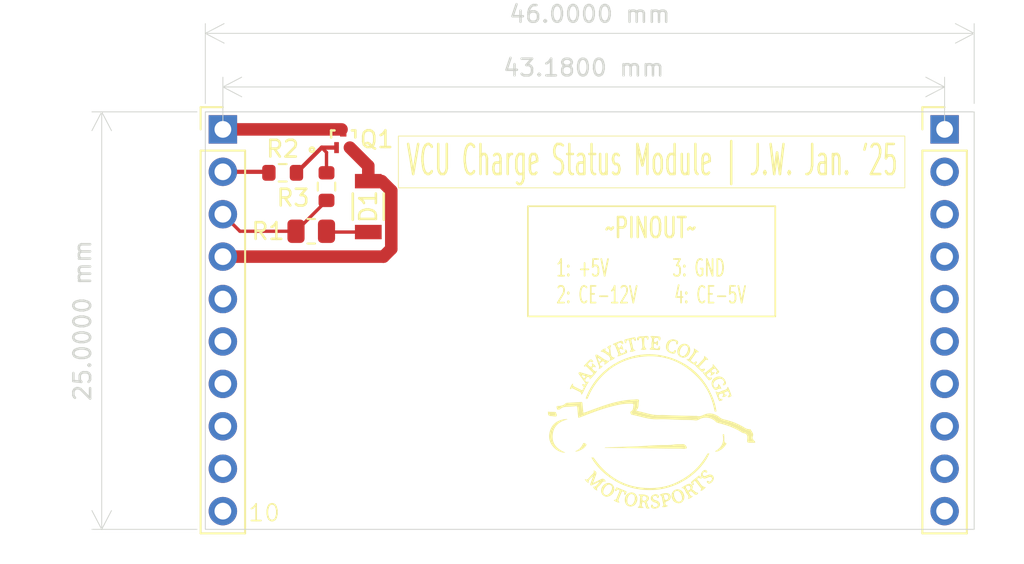
<source format=kicad_pcb>
(kicad_pcb (version 20240108) (generator "pcbnew") (generator_version "8.0")
  (layers (0 "F.Cu" signal) (31 "B.Cu" signal) (34 "B.Paste" user) (35 "F.Paste" user) (36 "B.SilkS" user "B.Silkscreen") (37 "F.SilkS" user "F.Silkscreen") (38 "B.Mask" user) (39 "F.Mask" user) (44 "Edge.Cuts" user))
  (net 0 "")
  (net 7 "Net-(D1-A)")
  (net 8 "Net-(D1-K)")
  (net 9 "Net-(J1-Pad3)")
  (net 10 "Net-(Q1-D)")
  (net 11 "Net-(J1-Pad2)")
  (net 12 "Net-(Q1-G)")
  (footprint "Connector_PinHeader_2.54mm:PinHeader_1x10_P2.54mm_Vertical" (layer "F.Cu") (at 50.8 25.4)
    (property "Reference" "J1" (hide yes))
    (property "Value" "PH1-10-UA")
  )
  (footprint "Resistor_SMD:R_0603_1608Metric" (layer "F.Cu") (at 54.3775 28)
    (property "Reference" "R2")
    (property "Value" "10k" (hide yes))
  )
  (footprint "PMOS:VESM_TOS" (layer "F.Cu") (at 58 25.9953)
    (property "Reference" "Q1")
    (property "Value" "SSM3J56MFV" (hide yes))
  )
  (footprint "Resistor_SMD:R_0603_1608Metric" (layer "F.Cu") (at 57 28.825 90)
    (property "Reference" "R3")
    (property "Value" "10k" (hide yes))
  )
  (footprint "Connector_PinHeader_2.54mm:PinHeader_1x10_P2.54mm_Vertical" (layer "F.Cu") (at 93.98 25.4)
    (property "Reference" "J1" (hide yes))
    (property "Value" "PH1-10-UA")
  )
  (footprint "LED:LED_AP3216SYD_KNB" (layer "F.Cu") (at 59.5 30.024 90)
    (property "Reference" "D1")
    (property "Value" "LED (Test)" (hide yes))
  )
  (footprint "Resistor_SMD:R_0805_2012Metric" (layer "F.Cu") (at 56.0875 31.5)
    (property "Reference" "R1")
    (property "Value" "150R" (hide yes))
  )
  (gr_poly (pts (xy 78.687818 46.623327) (xy 78.670026 46.625448) (xy 78.652253 46.62882) (xy 78.634534 46.633342) (xy 78.616901 46.638916) (xy 78.599389 46.645442) (xy 78.582032 46.652821) (xy 78.564864 46.660954) (xy 78.521391 46.68336) (xy 78.478482 46.707059) (xy 78.436047 46.732032) (xy 78.393997 46.758256) (xy 78.352241 46.785711) (xy 78.310691 46.814376) (xy 78.269257 46.844229) (xy 78.227849 46.87525) (xy 78.246438 46.87528) (xy 78.263986 46.876302) (xy 78.280535 46.878274) (xy 78.296126 46.881151) (xy 78.3108 46.884892) (xy 78.3246 46.889451) (xy 78.337567 46.894786) (xy 78.349743 46.900854) (xy 78.36117 46.90761) (xy 78.371889 46.915012) (xy 78.381942 46.923017) (xy 78.391371 46.93158) (xy 78.400217 46.940659) (xy 78.408522 46.95021) (xy 78.416328 46.96019) (xy 78.423677 46.970555) (xy 78.43061 46.981262) (xy 78.437169 46.992268) (xy 78.449332 47.015002) (xy 78.460499 47.038411) (xy 78.471004 47.062146) (xy 78.491363 47.109209) (xy 78.501884 47.131844) (xy 78.513077 47.153417) (xy 78.519187 47.163872) (xy 78.525787 47.174246) (xy 78.540185 47.194816) (xy 78.555725 47.21527) (xy 78.571865 47.235751) (xy 78.588059 47.256401) (xy 78.603762 47.277363) (xy 78.618431 47.298781) (xy 78.625207 47.309705) (xy 78.631521 47.320796) (xy 78.637303 47.332072) (xy 78.642486 47.343551) (xy 78.647002 47.355251) (xy 78.650783 47.367189) (xy 78.653761 47.379384) (xy 78.655868 47.391853) (xy 78.657035 47.404614) (xy 78.657195 47.417685) (xy 78.656279 47.431084) (xy 78.65422 47.444828) (xy 78.650949 47.458936) (xy 78.646399 47.473424) (xy 78.640501 47.488313) (xy 78.633187 47.503618) (xy 78.624389 47.519357) (xy 78.614039 47.53555) (xy 78.638032 47.530427) (xy 78.661254 47.52445) (xy 78.683748 47.51763) (xy 78.705558 47.509981) (xy 78.726728 47.501513) (xy 78.747299 47.492239) (xy 78.767315 47.48217) (xy 78.78682 47.47132) (xy 78.805856 47.459698) (xy 78.824467 47.447319) (xy 78.842696 47.434192) (xy 78.860585 47.420331) (xy 78.878178 47.405748) (xy 78.895519 47.390454) (xy 78.912649 47.374461) (xy 78.929613 47.357782) (xy 78.914022 47.358403) (xy 78.899257 47.358206) (xy 78.885284 47.357224) (xy 78.872069 47.355489) (xy 78.85958 47.353034) (xy 78.847782 47.349889) (xy 78.836642 47.346089) (xy 78.826126 47.341664) (xy 78.8162 47.336648) (xy 78.806831 47.331073) (xy 78.797986 47.32497) (xy 78.78963 47.318372) (xy 78.781729 47.311312) (xy 78.774251 47.303822) (xy 78.767162 47.295933) (xy 78.760427 47.287679) (xy 78.754014 47.279091) (xy 78.747888 47.270202) (xy 78.736366 47.251649) (xy 78.72559 47.232279) (xy 78.715291 47.212349) (xy 78.695051 47.171844) (xy 78.684571 47.151786) (xy 78.673492 47.1322) (xy 78.687318 47.118822) (xy 78.694201 47.11275) (xy 78.701067 47.107092) (xy 78.707916 47.101848) (xy 78.714749 47.097022) (xy 78.721569 47.092613) (xy 78.728375 47.088624) (xy 78.73517 47.085056) (xy 78.741955 47.081911) (xy 78.74873 47.07919) (xy 78.755498 47.076895) (xy 78.762259 47.075027) (xy 78.769014 47.073587) (xy 78.775766 47.072578) (xy 78.782514 47.072001) (xy 78.789261 47.071857) (xy 78.796008 47.072148) (xy 78.802755 47.072875) (xy 78.809505 47.07404) (xy 78.816258 47.075644) (xy 78.823015 47.07769) (xy 78.829779 47.080177) (xy 78.836549 47.083109) (xy 78.843328 47.086486) (xy 78.850117 47.09031) (xy 78.856916 47.094583) (xy 78.863728 47.099305) (xy 78.870553 47.104479) (xy 78.877393 47.110106) (xy 78.884248 47.116188) (xy 78.891121 47.122726) (xy 78.9069 47.138471) (xy 78.922514 47.154396) (xy 78.953584 47.186409) (xy 78.96921 47.202309) (xy 78.98501 47.218014) (xy 79.001068 47.23343) (xy 79.01747 47.248463) (xy 79.024365 47.254344) (xy 79.031215 47.259656) (xy 79.038021 47.264412) (xy 79.044781 47.268626) (xy 79.051497 47.272313) (xy 79.058168 47.275486) (xy 79.064794 47.278159) (xy 79.071374 47.280347) (xy 79.07791 47.282063) (xy 79.0844 47.283322) (xy 79.090846 47.284137) (xy 79.097246 47.284523) (xy 79.103601 47.284494) (xy 79.109911 47.284063) (xy 79.116176 47.283245) (xy 79.122395 47.282053) (xy 79.128569 47.280502) (xy 79.134698 47.278606) (xy 79.140781 47.276379) (xy 79.146819 47.273835) (xy 79.158759 47.26785) (xy 79.170516 47.260766) (xy 79.182092 47.252693) (xy 79.193485 47.243744) (xy 79.204696 47.234032) (xy 79.215723 47.223668) (xy 79.218284 47.221081) (xy 79.220662 47.218485) (xy 79.222852 47.215885) (xy 79.224852 47.213284) (xy 79.226657 47.210684) (xy 79.228263 47.20809) (xy 79.229667 47.205503) (xy 79.230865 47.202928) (xy 79.231852 47.200368) (xy 79.232626 47.197826) (xy 79.233181 47.195304) (xy 79.233515 47.192808) (xy 79.233624 47.190338) (xy 79.233503 47.1879) (xy 79.23315 47.185495) (xy 79.232559 47.183128) (xy 79.231728 47.180802) (xy 79.230652 47.178519) (xy 79.229327 47.176282) (xy 79.22775 47.174096) (xy 79.225918 47.171964) (xy 79.223825 47.169888) (xy 79.221468 47.167872) (xy 79.218844 47.165918) (xy 79.215948 47.164031) (xy 79.212777 47.162214) (xy 79.209327 47.160469) (xy 79.205594 47.1588) (xy 79.201574 47.157211) (xy 79.197264 47.155703) (xy 79.192659 47.154282) (xy 79.187756 47.152949) (xy 79.174815 47.151824) (xy 79.162415 47.149899) (xy 79.150524 47.147226) (xy 79.139109 47.143859) (xy 79.12814 47.13985) (xy 79.117582 47.135254) (xy 79.107405 47.130122) (xy 79.097576 47.124508) (xy 79.088063 47.118466) (xy 79.078833 47.112048) (xy 79.061097 47.098297) (xy 79.04411 47.083681) (xy 79.027614 47.068625) (xy 78.995068 47.038889) (xy 78.978504 47.025061) (xy 78.970036 47.018592) (xy 78.961401 47.012491) (xy 78.952568 47.006811) (xy 78.943504 47.001605) (xy 78.934177 46.996926) (xy 78.924554 46.992828) (xy 78.914605 46.989363) (xy 78.904295 46.986585) (xy 78.893594 46.984546) (xy 78.882469 46.983301) (xy 78.881621 46.979837) (xy 78.880765 46.976601) (xy 78.879079 46.970771) (xy 78.87617 46.961402) (xy 78.875151 46.957706) (xy 78.874795 46.956072) (xy 78.874558 46.954565) (xy 78.874453 46.953178) (xy 78.874492 46.9519) (xy 78.874689 46.950721) (xy 78.875056 46.949632) (xy 78.882665 46.931403) (xy 78.889511 46.913242) (xy 78.895484 46.895169) (xy 78.900473 46.877203) (xy 78.900762 46.875879) (xy 78.776191 46.875879) (xy 78.776085 46.88316) (xy 78.775637 46.890245) (xy 78.774856 46.897138) (xy 78.77375 46.903841) (xy 78.772329 46.910358) (xy 78.770601 46.916693) (xy 78.768576 46.922849) (xy 78.766264 46.928829) (xy 78.763672 46.934637) (xy 78.76081 46.940276) (xy 78.757688 46.945749) (xy 78.754314 46.95106) (xy 78.750697 46.956211) (xy 78.746847 46.961208) (xy 78.742773 46.966052) (xy 78.733987 46.975298) (xy 78.724413 46.983975) (xy 78.714123 46.992111) (xy 78.70319 46.999733) (xy 78.691687 47.006868) (xy 78.679687 47.013542) (xy 78.667262 47.019782) (xy 78.660527 47.022776) (xy 78.654153 47.025156) (xy 78.648125 47.026948) (xy 78.642429 47.028179) (xy 78.63705 47.028876) (xy 78.631975 47.029064) (xy 78.627188 47.028772) (xy 78.622675 47.028024) (xy 78.618422 47.026848) (xy 78.614414 47.02527) (xy 78.610638 47.023317) (xy 78.607078 47.021015) (xy 78.60372 47.01839) (xy 78.60055 47.01547) (xy 78.597554 47.012281) (xy 78.594716 47.008849) (xy 78.592023 47.0052) (xy 78.589461 47.001362) (xy 78.584669 46.993223) (xy 78.580225 46.984644) (xy 78.576014 46.975837) (xy 78.567831 46.958386) (xy 78.563628 46.950167) (xy 78.559197 46.942568) (xy 78.539697 46.912949) (xy 78.534822 46.905337) (xy 78.530062 46.897558) (xy 78.525472 46.889571) (xy 78.521111 46.881333) (xy 78.517035 46.872802) (xy 78.5133 46.863936) (xy 78.509964 46.854694) (xy 78.507085 46.845033) (xy 78.505834 46.840032) (xy 78.504718 46.834911) (xy 78.503744 46.829665) (xy 78.502921 46.824287) (xy 78.502253 46.818773) (xy 78.50175 46.813118) (xy 78.501417 46.807316) (xy 78.501263 46.801363) (xy 78.508866 46.79371) (xy 78.516661 46.786425) (xy 78.524651 46.779528) (xy 78.53284 46.773041) (xy 78.541232 46.766986) (xy 78.54983 46.761383) (xy 78.558638 46.756253) (xy 78.56766 46.751619) (xy 78.576899 46.747501) (xy 78.58636 46.74392) (xy 78.596045 46.740898) (xy 78.605959 46.738457) (xy 78.616105 46.736616) (xy 78.626487 46.735399) (xy 78.637109 46.734825) (xy 78.647974 46.734917) (xy 78.654824 46.735308) (xy 78.661485 46.735933) (xy 78.667958 46.736791) (xy 78.674243 46.737879) (xy 78.68034 46.739195) (xy 78.686249 46.740737) (xy 78.691969 46.742502) (xy 78.697502 46.744489) (xy 78.702848 46.746695) (xy 78.708006 46.749118) (xy 78.712977 46.751756) (xy 78.717761 46.754606) (xy 78.722357 46.757667) (xy 78.726767 46.760935) (xy 78.730991 46.76441) (xy 78.735027 46.768088) (xy 78.738877 46.771968) (xy 78.742541 46.776046) (xy 78.746019 46.780322) (xy 78.749311 46.784793) (xy 78.752417 46.789456) (xy 78.755338 46.794309) (xy 78.758072 46.799351) (xy 78.760622 46.804579) (xy 78.762986 46.80999) (xy 78.765165 46.815583) (xy 78.768968 46.827304) (xy 78.772033 46.839725) (xy 78.77436 46.852828) (xy 78.775337 46.860716) (xy 78.775944 46.868399) (xy 78.776191 46.875879) (xy 78.900762 46.875879) (xy 78.904367 46.859363) (xy 78.907055 46.841668) (xy 78.908426 46.824136) (xy 78.908371 46.806788) (xy 78.907773 46.798188) (xy 78.906777 46.789641) (xy 78.905368 46.781149) (xy 78.903533 46.772714) (xy 78.901259 46.764339) (xy 78.89853 46.756027) (xy 78.895334 46.747779) (xy 78.891656 46.739599) (xy 78.887483 46.731488) (xy 78.882801 46.723448) (xy 78.877595 46.715483) (xy 78.871852 46.707594) (xy 78.865559 46.699784) (xy 78.858701 46.692055) (xy 78.851264 46.68441) (xy 78.843235 46.676851) (xy 78.835051 46.66978) (xy 78.826791 46.663258) (xy 78.818461 46.657272) (xy 78.810063 46.651808) (xy 78.801602 46.646856) (xy 78.793082 46.642402) (xy 78.784509 46.638435) (xy 78.775885 46.634941) (xy 78.767215 46.631908) (xy 78.758504 46.629324) (xy 78.749755 46.627177) (xy 78.740972 46.625454) (xy 78.732161 46.624143) (xy 78.723325 46.623231) (xy 78.714469 46.622705) (xy 78.705596 46.622555)) (fill solid) (layer "F.SilkS"))
  (gr_poly (pts (xy 72.394996 44.175481) (xy 72.389964 44.17615) (xy 72.38499 44.177352) (xy 72.380079 44.179124) (xy 72.375234 44.181504) (xy 72.370457 44.184526) (xy 72.365753 44.188229) (xy 72.361125 44.19265) (xy 72.356576 44.197824) (xy 72.35211 44.203789) (xy 72.34773 44.210582) (xy 72.343439 44.21824) (xy 72.339241 44.226798) (xy 72.33514 44.236295) (xy 72.328166 44.252795) (xy 72.320754 44.269051) (xy 72.312909 44.28508) (xy 72.304638 44.300897) (xy 72.295949 44.316518) (xy 72.286847 44.331959) (xy 72.277339 44.347235) (xy 72.267431 44.362364) (xy 72.257131 44.37736) (xy 72.246444 44.392239) (xy 72.235378 44.407018) (xy 72.223938 44.421712) (xy 72.199966 44.450909) (xy 72.17458 44.479959) (xy 72.158796 44.496505) (xy 72.142527 44.512139) (xy 72.125772 44.526955) (xy 72.108532 44.541046) (xy 72.090806 44.554507) (xy 72.072595 44.567433) (xy 72.053899 44.579916) (xy 72.034718 44.592052) (xy 72.015052 44.603934) (xy 71.994901 44.615656) (xy 71.953147 44.639) (xy 71.863829 44.687917) (xy 71.889135 44.689979) (xy 71.913401 44.690633) (xy 71.936695 44.689988) (xy 71.959084 44.688153) (xy 71.980637 44.685234) (xy 72.001419 44.681342) (xy 72.021498 44.676583) (xy 72.040942 44.671066) (xy 72.059817 44.664899) (xy 72.078192 44.658191) (xy 72.113707 44.643581) (xy 72.181686 44.612619) (xy 72.206682 44.600917) (xy 72.231288 44.588636) (xy 72.255486 44.575757) (xy 72.279255 44.562262) (xy 72.302575 44.548129) (xy 72.325426 44.533341) (xy 72.347788 44.517876) (xy 72.369641 44.501717) (xy 72.390965 44.484843) (xy 72.41174 44.467234) (xy 72.431945 44.448872) (xy 72.451561 44.429736) (xy 72.470567 44.409808) (xy 72.488944 44.389068) (xy 72.506671 44.367496) (xy 72.523729 44.345073) (xy 72.531086 44.334571) (xy 72.537504 44.324416) (xy 72.542925 44.314601) (xy 72.545245 44.309819) (xy 72.547295 44.30512) (xy 72.549067 44.300503) (xy 72.550556 44.295966) (xy 72.551753 44.291511) (xy 72.552653 44.287134) (xy 72.553247 44.282837) (xy 72.553529 44.278617) (xy 72.553491 44.274475) (xy 72.553128 44.270409) (xy 72.552431 44.266419) (xy 72.551394 44.262503) (xy 72.550009 44.258662) (xy 72.548271 44.254894) (xy 72.546171 44.251199) (xy 72.543702 44.247575) (xy 72.540859 44.244022) (xy 72.537632 44.240539) (xy 72.534017 44.237126) (xy 72.530005 44.233781) (xy 72.525589 44.230504) (xy 72.520763 44.227294) (xy 72.51552 44.22415) (xy 72.509852 44.221072) (xy 72.503753 44.218059) (xy 72.497214 44.215109) (xy 72.486212 44.210009) (xy 72.475198 44.204391) (xy 72.453246 44.192781) (xy 72.442363 44.187377) (xy 72.431577 44.182633) (xy 72.42623 44.180601) (xy 72.420917 44.178844) (xy 72.415643 44.177399) (xy 72.41041 44.176304) (xy 72.405222 44.175594) (xy 72.400083 44.175308)) (fill solid) (layer "F.SilkS"))
  (gr_poly (pts (xy 75.226375 47.13744) (xy 75.207724 47.13933) (xy 75.189339 47.142067) (xy 75.171236 47.145635) (xy 75.153432 47.150015) (xy 75.135946 47.15519) (xy 75.118794 47.161142) (xy 75.101993 47.167853) (xy 75.08556 47.175304) (xy 75.069514 47.18348) (xy 75.05387 47.192361) (xy 75.038647 47.201929) (xy 75.023861 47.212168) (xy 75.00953 47.223059) (xy 74.99567 47.234584) (xy 74.9823 47.246726) (xy 74.969436 47.259467) (xy 74.957096 47.272788) (xy 74.945296 47.286673) (xy 74.934054 47.301103) (xy 74.923387 47.316061) (xy 74.913313 47.331529) (xy 74.903848 47.347489) (xy 74.89501 47.363922) (xy 74.886816 47.380812) (xy 74.879283 47.398141) (xy 74.872429 47.415891) (xy 74.866271 47.434043) (xy 74.860825 47.452581) (xy 74.856109 47.471486) (xy 74.852141 47.490741) (xy 74.848937 47.510327) (xy 74.846515 47.530227) (xy 74.84384 47.570797) (xy 74.844056 47.610291) (xy 74.847079 47.648565) (xy 74.852825 47.685477) (xy 74.861211 47.720884) (xy 74.872153 47.754642) (xy 74.885568 47.78661) (xy 74.901372 47.816644) (xy 74.919481 47.844601) (xy 74.939812 47.870339) (xy 74.950785 47.882331) (xy 74.962282 47.893714) (xy 74.974293 47.904471) (xy 74.986807 47.914584) (xy 74.999814 47.924034) (xy 75.013303 47.932805) (xy 75.027264 47.940878) (xy 75.041686 47.948236) (xy 75.05656 47.95486) (xy 75.071874 47.960732) (xy 75.087619 47.965835) (xy 75.103783 47.970152) (xy 75.123173 47.974379) (xy 75.142315 47.977727) (xy 75.161203 47.980197) (xy 75.179833 47.98179) (xy 75.198198 47.982508) (xy 75.216293 47.982353) (xy 75.234113 47.981328) (xy 75.251652 47.979433) (xy 75.268904 47.976671) (xy 75.285864 47.973042) (xy 75.302527 47.96855) (xy 75.318887 47.963196) (xy 75.334938 47.956982) (xy 75.350675 47.949909) (xy 75.366093 47.941979) (xy 75.381185 47.933194) (xy 75.395947 47.923556) (xy 75.410373 47.913067) (xy 75.424457 47.901728) (xy 75.438194 47.889541) (xy 75.451579 47.876508) (xy 75.464605 47.862631) (xy 75.477268 47.847912) (xy 75.489561 47.832352) (xy 75.50148 47.815953) (xy 75.513018 47.798717) (xy 75.524171 47.780645) (xy 75.534933 47.761741) (xy 75.55526 47.721438) (xy 75.573956 47.677823) (xy 75.578856 47.661709) (xy 75.583255 47.64577) (xy 75.587151 47.629993) (xy 75.590537 47.614366) (xy 75.59341 47.598877) (xy 75.595764 47.583514) (xy 75.597594 47.568265) (xy 75.598897 47.553117) (xy 75.599666 47.538059) (xy 75.599898 47.523078) (xy 75.599587 47.508163) (xy 75.598729 47.493302) (xy 75.598383 47.489669) (xy 75.446444 47.489669) (xy 75.445884 47.521179) (xy 75.44325 47.552325) (xy 75.438571 47.583114) (xy 75.431875 47.613553) (xy 75.423189 47.643646) (xy 75.412543 47.673402) (xy 75.399964 47.702825) (xy 75.385481 47.731923) (xy 75.369122 47.760701) (xy 75.350915 47.789167) (xy 75.330889 47.817326) (xy 75.326274 47.823298) (xy 75.321559 47.829002) (xy 75.316743 47.834439) (xy 75.31183 47.839612) (xy 75.30682 47.844522) (xy 75.301716 47.849172) (xy 75.296519 47.853563) (xy 75.291231 47.857698) (xy 75.285854 47.861578) (xy 75.280389 47.865205) (xy 75.274839 47.868581) (xy 75.269205 47.871709) (xy 75.26349 47.874589) (xy 75.257693 47.877225) (xy 75.251818 47.879618) (xy 75.245867 47.88177) (xy 75.23984 47.883683) (xy 75.23374 47.885359) (xy 75.227569 47.8868) (xy 75.221328 47.888008) (xy 75.215019 47.888984) (xy 75.208644 47.889731) (xy 75.195702 47.890546) (xy 75.182517 47.890467) (xy 75.169102 47.889511) (xy 75.155473 47.887692) (xy 75.141642 47.885027) (xy 75.127661 47.881431) (xy 75.12092 47.879316) (xy 75.114349 47.876993) (xy 75.107948 47.874464) (xy 75.101719 47.871732) (xy 75.095663 47.868799) (xy 75.089783 47.865669) (xy 75.084079 47.862342) (xy 75.078553 47.858823) (xy 75.073206 47.855114) (xy 75.068041 47.851216) (xy 75.063059 47.847134) (xy 75.058261 47.842868) (xy 75.053648 47.838422) (xy 75.049223 47.833797) (xy 75.044987 47.828998) (xy 75.040941 47.824026) (xy 75.037087 47.818883) (xy 75.033426 47.813573) (xy 75.029961 47.808098) (xy 75.026692 47.802459) (xy 75.023621 47.796661) (xy 75.02075 47.790704) (xy 75.015612 47.778329) (xy 75.011291 47.765353) (xy 75.007799 47.751796) (xy 75.005148 47.737679) (xy 75.00162 47.712145) (xy 74.998975 47.68672) (xy 74.997248 47.661417) (xy 74.996474 47.636248) (xy 74.996688 47.611226) (xy 74.997926 47.586364) (xy 75.000224 47.561673) (xy 75.003616 47.537166) (xy 75.008137 47.512856) (xy 75.013823 47.488754) (xy 75.020709 47.464875) (xy 75.028831 47.441229) (xy 75.038223 47.417829) (xy 75.048922 47.394688) (xy 75.060961 47.371818) (xy 75.074377 47.349231) (xy 75.082696 47.336543) (xy 75.091225 47.324594) (xy 75.099958 47.313386) (xy 75.10889 47.302924) (xy 75.118015 47.29321) (xy 75.127327 47.284248) (xy 75.136821 47.276041) (xy 75.146492 47.268594) (xy 75.156334 47.261909) (xy 75.166341 47.255989) (xy 75.176507 47.250839) (xy 75.186829 47.246461) (xy 75.197299 47.24286) (xy 75.207912 47.240038) (xy 75.218663 47.237999) (xy 75.229546 47.236746) (xy 75.240556 47.236283) (xy 75.251688 47.236613) (xy 75.262934 47.23774) (xy 75.274291 47.239667) (xy 75.285753 47.242397) (xy 75.297313 47.245935) (xy 75.308967 47.250282) (xy 75.320709 47.255444) (xy 75.332533 47.261423) (xy 75.344434 47.268222) (xy 75.356407 47.275846) (xy 75.368445 47.284297) (xy 75.380544 47.293579) (xy 75.392698 47.303695) (xy 75.404901 47.314649) (xy 75.417147 47.326445) (xy 75.42738 47.359867) (xy 75.435398 47.392895) (xy 75.441229 47.425533) (xy 75.444901 47.457789) (xy 75.446444 47.489669) (xy 75.598383 47.489669) (xy 75.597318 47.478481) (xy 75.595351 47.463691) (xy 75.592822 47.448917) (xy 75.589727 47.434149) (xy 75.585483 47.417229) (xy 75.580582 47.400646) (xy 75.575045 47.384417) (xy 75.568891 47.368557) (xy 75.56214 47.353081) (xy 75.554811 47.338004) (xy 75.546925 47.323344) (xy 75.538502 47.309114) (xy 75.52956 47.295331) (xy 75.52012 47.28201) (xy 75.510201 47.269167) (xy 75.499824 47.256817) (xy 75.489007 47.244977) (xy 75.477772 47.23366) (xy 75.466137 47.222884) (xy 75.454122 47.212664) (xy 75.441748 47.203015) (xy 75.429033 47.193953) (xy 75.415998 47.185494) (xy 75.402662 47.177653) (xy 75.389045 47.170445) (xy 75.375167 47.163886) (xy 75.361048 47.157993) (xy 75.346707 47.15278) (xy 75.332165 47.148262) (xy 75.31744 47.144457) (xy 75.302553 47.141379) (xy 75.287523 47.139043) (xy 75.272371 47.137466) (xy 75.257116 47.136662) (xy 75.241777 47.136649)) (fill solid) (layer "F.SilkS"))
  (gr_poly (pts (xy 75.424555 37.846884) (xy 75.417773 37.847544) (xy 75.410531 37.848734) (xy 75.343694 37.86228) (xy 75.277017 37.876646) (xy 75.144024 37.907225) (xy 74.878689 37.971494) (xy 74.872627 37.973128) (xy 74.866751 37.975078) (xy 74.861098 37.97735) (xy 74.855708 37.97995) (xy 74.85062 37.982886) (xy 74.848201 37.984481) (xy 74.845872 37.986162) (xy 74.843638 37.987931) (xy 74.841504 37.989787) (xy 74.839475 37.991732) (xy 74.837555 37.993766) (xy 74.835749 37.995891) (xy 74.834063 37.998106) (xy 74.832501 38.000414) (xy 74.831068 38.002814) (xy 74.829769 38.005307) (xy 74.828608 38.007895) (xy 74.827592 38.010578) (xy 74.826724 38.013357) (xy 74.826009 38.016232) (xy 74.825452 38.019205) (xy 74.825059 38.022277) (xy 74.824834 38.025447) (xy 74.824781 38.028718) (xy 74.824907 38.032089) (xy 74.825215 38.035562) (xy 74.82571 38.039137) (xy 74.827195 38.049316) (xy 74.828427 38.059658) (xy 74.830498 38.080637) (xy 74.832666 38.101687) (xy 74.834018 38.112116) (xy 74.835672 38.122418) (xy 74.837721 38.132543) (xy 74.840256 38.142443) (xy 74.843372 38.152069) (xy 74.847161 38.161373) (xy 74.851714 38.170306) (xy 74.854307 38.174619) (xy 74.857125 38.17882) (xy 74.860182 38.182905) (xy 74.863487 38.186867) (xy 74.867053 38.190699) (xy 74.870892 38.194397) (xy 74.873609 38.196688) (xy 74.876392 38.198678) (xy 74.879229 38.200375) (xy 74.882111 38.201786) (xy 74.885027 38.20292) (xy 74.887966 38.203786) (xy 74.890919 38.204391) (xy 74.893874 38.204744) (xy 74.896822 38.204854) (xy 74.899753 38.204728) (xy 74.902655 38.204374) (xy 74.905519 38.203802) (xy 74.908334 38.203019) (xy 74.91109 38.202033) (xy 74.913776 38.200853) (xy 74.916382 38.199487) (xy 74.918899 38.197944) (xy 74.921314 38.196231) (xy 74.923619 38.194357) (xy 74.925802 38.19233) (xy 74.927854 38.190158) (xy 74.929763 38.18785) (xy 74.931521 38.185415) (xy 74.933115 38.182859) (xy 74.934537 38.180192) (xy 74.935775 38.177421) (xy 74.936819 38.174556) (xy 74.937659 38.171603) (xy 74.938285 38.168573) (xy 74.938686 38.165472) (xy 74.938851 38.162309) (xy 74.938771 38.159093) (xy 74.938041 38.144725) (xy 74.937772 38.13084) (xy 74.938064 38.117506) (xy 74.939016 38.104792) (xy 74.940729 38.092767) (xy 74.943301 38.0815) (xy 74.94494 38.076171) (xy 74.946832 38.071058) (xy 74.948988 38.066169) (xy 74.951422 38.061512) (xy 74.954145 38.057096) (xy 74.95717 38.05293) (xy 74.96051 38.049022) (xy 74.964177 38.04538) (xy 74.968183 38.042014) (xy 74.972541 38.038931) (xy 74.977263 38.036141) (xy 74.982362 38.033652) (xy 74.98785 38.031473) (xy 74.99374 38.029612) (xy 75.000044 38.028077) (xy 75.006775 38.026879) (xy 75.013944 38.026024) (xy 75.021565 38.025522) (xy 75.02965 38.025381) (xy 75.038211 38.025609) (xy 75.046629 38.026272) (xy 75.054354 38.027416) (xy 75.061419 38.029017) (xy 75.067858 38.031052) (xy 75.073704 38.033498) (xy 75.07899 38.036333) (xy 75.083751 38.039532) (xy 75.088019 38.043072) (xy 75.091828 38.046932) (xy 75.095211 38.051087) (xy 75.098202 38.055514) (xy 75.100834 38.060191) (xy 75.10314 38.065093) (xy 75.105154 38.070199) (xy 75.10691 38.075485) (xy 75.10844 38.080927) (xy 75.110958 38.09219) (xy 75.112976 38.103802) (xy 75.116581 38.127335) (xy 75.118701 38.138887) (xy 75.119958 38.144528) (xy 75.121391 38.150048) (xy 75.123033 38.155424) (xy 75.124917 38.160634) (xy 75.127077 38.165653) (xy 75.129546 38.170459) (xy 75.130178 38.171705) (xy 75.130718 38.173019) (xy 75.131178 38.174409) (xy 75.131571 38.175883) (xy 75.13191 38.177451) (xy 75.132207 38.17912) (xy 75.132476 38.1809) (xy 75.132729 38.182799) (xy 75.13384 38.191751) (xy 75.134205 38.194372) (xy 75.134632 38.197163) (xy 75.135132 38.200132) (xy 75.135718 38.203288) (xy 75.16703 38.33266) (xy 75.196256 38.455006) (xy 75.207129 38.502606) (xy 75.211178 38.522261) (xy 75.214196 38.539632) (xy 75.216103 38.555081) (xy 75.216614 38.562196) (xy 75.216818 38.568966) (xy 75.216705 38.575436) (xy 75.216264 38.58165) (xy 75.215485 38.587653) (xy 75.214359 38.59349) (xy 75.212875 38.599207) (xy 75.211023 38.604849) (xy 75.208795 38.61046) (xy 75.206178 38.616085) (xy 75.203165 38.62177) (xy 75.199744 38.62756) (xy 75.19164 38.639634) (xy 75.181786 38.652666) (xy 75.170104 38.667016) (xy 75.140934 38.701116) (xy 75.147786 38.704552) (xy 75.155237 38.707571) (xy 75.163257 38.710177) (xy 75.171815 38.712374) (xy 75.190423 38.71556) (xy 75.210819 38.717164) (xy 75.232757 38.717224) (xy 75.255996 38.715776) (xy 75.28029 38.712854) (xy 75.305397 38.708495) (xy 75.331072 38.702736) (xy 75.357072 38.695612) (xy 75.383153 38.687159) (xy 75.409072 38.677413) (xy 75.434584 38.666411) (xy 75.459447 38.654187) (xy 75.483416 38.640779) (xy 75.506247 38.626223) (xy 75.486566 38.622875) (xy 75.468451 38.618653) (xy 75.451831 38.613597) (xy 75.436635 38.607746) (xy 75.422792 38.601141) (xy 75.410232 38.59382) (xy 75.398883 38.585824) (xy 75.388674 38.577192) (xy 75.379534 38.567964) (xy 75.371392 38.55818) (xy 75.364178 38.54788) (xy 75.35782 38.537103) (xy 75.352247 38.525889) (xy 75.347389 38.514278) (xy 75.343173 38.50231) (xy 75.339531 38.490025) (xy 75.336389 38.477461) (xy 75.333678 38.464659) (xy 75.329262 38.438501) (xy 75.322472 38.385075) (xy 75.318961 38.358445) (xy 75.314616 38.332293) (xy 75.311953 38.319496) (xy 75.308869 38.306938) (xy 75.305292 38.294659) (xy 75.301152 38.282699) (xy 75.296388 38.26955) (xy 75.291944 38.256279) (xy 75.2839 38.229414) (xy 75.276786 38.202196) (xy 75.270369 38.174718) (xy 75.246996 38.064083) (xy 75.245398 38.056415) (xy 75.244097 38.048845) (xy 75.243149 38.041399) (xy 75.24261 38.034099) (xy 75.242538 38.026972) (xy 75.242987 38.020042) (xy 75.243425 38.016658) (xy 75.244014 38.013333) (xy 75.244763 38.010069) (xy 75.245677 38.00687) (xy 75.246763 38.003739) (xy 75.24803 38.000678) (xy 75.249483 37.997691) (xy 75.25113 37.994781) (xy 75.252977 37.991952) (xy 75.255033 37.989205) (xy 75.257303 37.986544) (xy 75.259796 37.983973) (xy 75.262517 37.981494) (xy 75.265474 37.97911) (xy 75.268675 37.976825) (xy 75.272125 37.974642) (xy 75.275833 37.972563) (xy 75.279804 37.970592) (xy 75.284047 37.968732) (xy 75.288568 37.966985) (xy 75.304758 37.961376) (xy 75.312684 37.958949) (xy 75.320482 37.956891) (xy 75.328144 37.95529) (xy 75.335657 37.954233) (xy 75.343013 37.953809) (xy 75.346628 37.953861) (xy 75.3502 37.954105) (xy 75.353727 37.95455) (xy 75.357208 37.955209) (xy 75.360642 37.956091) (xy 75.364027 37.957208) (xy 75.367362 37.958572) (xy 75.370646 37.960192) (xy 75.373878 37.96208) (xy 75.377055 37.964247) (xy 75.380178 37.966704) (xy 75.383244 37.969462) (xy 75.386252 37.972531) (xy 75.389201 37.975923) (xy 75.39209 37.979649) (xy 75.394917 37.98372) (xy 75.397681 37.988147) (xy 75.400381 37.99294) (xy 75.415057 38.022247) (xy 75.419003 38.029542) (xy 75.423195 38.036529) (xy 75.427703 38.04306) (xy 75.430096 38.046109) (xy 75.432594 38.048988) (xy 75.435204 38.05168) (xy 75.437936 38.054166) (xy 75.440797 38.056427) (xy 75.443797 38.058445) (xy 75.446943 38.060201) (xy 75.450245 38.061678) (xy 75.453711 38.062856) (xy 75.457349 38.063718) (xy 75.461167 38.064244) (xy 75.465176 38.064416) (xy 75.469382 38.064216) (xy 75.473794 38.063626) (xy 75.478421 38.062627) (xy 75.483272 38.0612) (xy 75.488355 38.059327) (xy 75.493678 38.056989) (xy 75.497662 38.054941) (xy 75.501236 38.052768) (xy 75.504418 38.050475) (xy 75.507225 38.048071) (xy 75.509673 38.04556) (xy 75.511779 38.042951) (xy 75.51356 38.040248) (xy 75.515034 38.037459) (xy 75.516216 38.03459) (xy 75.517124 38.031647) (xy 75.517776 38.028638) (xy 75.518187 38.025567) (xy 75.518374 38.022443) (xy 75.518355 38.019271) (xy 75.518147 38.016058) (xy 75.517766 38.01281) (xy 75.517229 38.009534) (xy 75.516554 38.006236) (xy 75.514854 37.9996) (xy 75.512802 37.992954) (xy 75.510534 37.986351) (xy 75.505887 37.973476) (xy 75.503779 37.967309) (xy 75.501995 37.96139) (xy 75.499614 37.951781) (xy 75.497452 37.94167) (xy 75.493213 37.920671) (xy 75.490853 37.910144) (xy 75.488142 37.899838) (xy 75.484939 37.889935) (xy 75.481103 37.880615) (xy 75.478902 37.87623) (xy 75.476489 37.872059) (xy 75.473847 37.868124) (xy 75.470958 37.864448) (xy 75.467804 37.861053) (xy 75.464366 37.857962) (xy 75.460628 37.855198) (xy 75.456572 37.852782) (xy 75.45218 37.850738) (xy 75.447434 37.849089) (xy 75.442316 37.847856) (xy 75.436808 37.847063) (xy 75.430894 37.846731)) (fill solid) (layer "F.SilkS"))
  (gr_poly (pts (xy 80.755 43.650711) (xy 80.749682 43.651134) (xy 80.744723 43.651816) (xy 80.740113 43.652749) (xy 80.735843 43.653923) (xy 80.731901 43.65533) (xy 80.728279 43.656962) (xy 80.724964 43.658808) (xy 80.721949 43.660861) (xy 80.719221 43.663113) (xy 80.716771 43.665553) (xy 80.714589 43.668173) (xy 80.712664 43.670965) (xy 80.710986 43.67392) (xy 80.709545 43.677029) (xy 80.708331 43.680283) (xy 80.707334 43.683673) (xy 80.706543 43.687191) (xy 80.705948 43.690828) (xy 80.705538 43.694576) (xy 80.705305 43.698424) (xy 80.705323 43.706391) (xy 80.705921 43.714658) (xy 80.707017 43.723155) (xy 80.708529 43.731812) (xy 80.721104 43.810164) (xy 80.727886 43.885712) (xy 80.728951 43.958494) (xy 80.724376 44.02855) (xy 80.719997 44.062568) (xy 80.714236 44.095918) (xy 80.707102 44.128606) (xy 80.698606 44.160637) (xy 80.688757 44.192014) (xy 80.677563 44.222744) (xy 80.665036 44.252831) (xy 80.651183 44.282279) (xy 80.619541 44.33928) (xy 80.582712 44.393785) (xy 80.540774 44.445834) (xy 80.493801 44.495464) (xy 80.441869 44.542715) (xy 80.385055 44.587624) (xy 80.323433 44.630231) (xy 80.257081 44.670573) (xy 80.25651 44.670916) (xy 80.255953 44.671283) (xy 80.25541 44.671672) (xy 80.254879 44.672084) (xy 80.253852 44.672969) (xy 80.252868 44.673928) (xy 80.251921 44.674952) (xy 80.251006 44.676031) (xy 80.250118 44.677157) (xy 80.249252 44.67832) (xy 80.247564 44.680722) (xy 80.245901 44.683161) (xy 80.244221 44.685565) (xy 80.243361 44.686731) (xy 80.242482 44.68786) (xy 80.250865 44.69085) (xy 80.25934 44.693435) (xy 80.267927 44.695608) (xy 80.276645 44.697363) (xy 80.28551 44.698694) (xy 80.294543 44.699593) (xy 80.303761 44.700054) (xy 80.313182 44.70007) (xy 80.322825 44.699635) (xy 80.332709 44.698742) (xy 80.342852 44.697385) (xy 80.353272 44.695556) (xy 80.363988 44.693249) (xy 80.375018 44.690458) (xy 80.398093 44.683396) (xy 80.422646 44.674315) (xy 80.448823 44.663164) (xy 80.476772 44.649889) (xy 80.506639 44.634437) (xy 80.538572 44.616754) (xy 80.572719 44.596789) (xy 80.609226 44.574487) (xy 80.648241 44.549795) (xy 80.670671 44.531345) (xy 80.692259 44.512436) (xy 80.713071 44.493085) (xy 80.733173 44.473306) (xy 80.752629 44.453115) (xy 80.771505 44.432528) (xy 80.789867 44.411559) (xy 80.80778 44.390225) (xy 80.825309 44.368541) (xy 80.84252 44.346522) (xy 80.876249 44.301541) (xy 80.909489 44.255407) (xy 80.942765 44.208241) (xy 80.925581 44.201941) (xy 80.909804 44.195142) (xy 80.895378 44.187867) (xy 80.882242 44.180138) (xy 80.870339 44.171977) (xy 80.859609 44.163408) (xy 80.849995 44.154451) (xy 80.841438 44.145129) (xy 80.833879 44.135464) (xy 80.82726 44.125479) (xy 80.821521 44.115196) (xy 80.816605 44.104637) (xy 80.812453 44.093824) (xy 80.809006 44.08278) (xy 80.806206 44.071527) (xy 80.803993 44.060086) (xy 80.802311 44.048481) (xy 80.801099 44.036733) (xy 80.799854 44.012899) (xy 80.79979 43.988762) (xy 80.800438 43.9645) (xy 80.801996 43.91631) (xy 80.801969 43.892739) (xy 80.800779 43.869754) (xy 80.799039 43.842199) (xy 80.798145 43.814637) (xy 80.796718 43.759682) (xy 80.795097 43.732384) (xy 80.793822 43.718802) (xy 80.792146 43.705271) (xy 80.790001 43.691798) (xy 80.78732 43.678389) (xy 80.784035 43.66505) (xy 80.780076 43.651786) (xy 80.773217 43.651085) (xy 80.766758 43.650678) (xy 80.760689 43.650556)) (fill solid) (layer "F.SilkS"))
  (gr_poly (pts (xy 79.663865 45.79077) (xy 79.658468 45.791226) (xy 79.638805 45.794189) (xy 79.619982 45.798432) (xy 79.601979 45.803908) (xy 79.584775 45.810568) (xy 79.568351 45.818365) (xy 79.552685 45.827251) (xy 79.537758 45.837178) (xy 79.523548 45.8481) (xy 79.510036 45.859967) (xy 79.497201 45.872733) (xy 79.485023 45.88635) (xy 79.473481 45.900769) (xy 79.462554 45.915944) (xy 79.452223 45.931826) (xy 79.442467 45.948369) (xy 79.433266 45.965523) (xy 79.425267 45.98205) (xy 79.418226 45.998573) (xy 79.412197 46.015079) (xy 79.407234 46.03155) (xy 79.403392 46.047971) (xy 79.400724 46.064328) (xy 79.399284 46.080604) (xy 79.399127 46.096784) (xy 79.400307 46.112852) (xy 79.401416 46.12084) (xy 79.402878 46.128794) (xy 79.404703 46.136712) (xy 79.406895 46.144593) (xy 79.409462 46.152434) (xy 79.412411 46.160234) (xy 79.415748 46.167991) (xy 79.41948 46.175702) (xy 79.423615 46.183366) (xy 79.428158 46.19098) (xy 79.433116 46.198544) (xy 79.438497 46.206055) (xy 79.444307 46.21351) (xy 79.450552 46.220909) (xy 79.46301 46.234328) (xy 79.475903 46.246671) (xy 79.489222 46.257916) (xy 79.502958 46.268042) (xy 79.517103 46.277026) (xy 79.524327 46.281083) (xy 79.531649 46.284846) (xy 79.539069 46.288312) (xy 79.546587 46.291479) (xy 79.5542 46.294344) (xy 79.561908 46.296904) (xy 79.569709 46.299157) (xy 79.577603 46.301099) (xy 79.585589 46.302728) (xy 79.593665 46.304041) (xy 79.601831 46.305035) (xy 79.610085 46.305707) (xy 79.618426 46.306056) (xy 79.626854 46.306077) (xy 79.635366 46.305769) (xy 79.643963 46.305128) (xy 79.652643 46.304151) (xy 79.661405 46.302837) (xy 79.670247 46.301181) (xy 79.67917 46.299182) (xy 79.688171 46.296837) (xy 79.697249 46.294142) (xy 79.719747 46.286684) (xy 79.742059 46.278646) (xy 79.764237 46.270183) (xy 79.786331 46.261449) (xy 79.830464 46.24378) (xy 79.852605 46.235153) (xy 79.874862 46.22687) (xy 79.886649 46.222764) (xy 79.898459 46.219007) (xy 79.910254 46.215699) (xy 79.921997 46.21294) (xy 79.93365 46.210831) (xy 79.945175 46.209473) (xy 79.956535 46.208968) (xy 79.967692 46.209414) (xy 79.973183 46.210026) (xy 79.97861 46.210914) (xy 79.983966 46.21209) (xy 79.989249 46.213568) (xy 79.994453 46.215359) (xy 79.999574 46.217476) (xy 80.004606 46.219933) (xy 80.009545 46.22274) (xy 80.014387 46.225912) (xy 80.019127 46.22946) (xy 80.023759 46.233398) (xy 80.02828 46.237737) (xy 80.032685 46.242491) (xy 80.036969 46.247671) (xy 80.041126 46.253292) (xy 80.045154 46.259364) (xy 80.04869 46.265293) (xy 80.051839 46.271197) (xy 80.05461 46.277076) (xy 80.057013 46.282928) (xy 80.059057 46.288754) (xy 80.060752 46.294552) (xy 80.062108 46.300323) (xy 80.063135 46.306064) (xy 80.063842 46.311776) (xy 80.064238 46.317458) (xy 80.064334 46.323109) (xy 80.064139 46.328729) (xy 80.063663 46.334317) (xy 80.062916 46.339872) (xy 80.061906 46.345393) (xy 80.060645 46.35088) (xy 80.057404 46.36175) (xy 80.05327 46.372475) (xy 80.048321 46.38305) (xy 80.042634 46.39347) (xy 80.036287 46.40373) (xy 80.029357 46.413824) (xy 80.021921 46.423746) (xy 80.014056 46.433492) (xy 80.005867 46.4431) (xy 79.997574 46.4523) (xy 79.989149 46.460964) (xy 79.980565 46.468961) (xy 79.976205 46.472669) (xy 79.971794 46.476162) (xy 79.96733 46.479424) (xy 79.962808 46.482439) (xy 79.958225 46.48519) (xy 79.953579 46.487661) (xy 79.948864 46.489837) (xy 79.944079 46.4917) (xy 79.939218 46.493236) (xy 79.93428 46.494426) (xy 79.929259 46.495257) (xy 79.924154 46.495711) (xy 79.91896 46.495771) (xy 79.913674 46.495423) (xy 79.908292 46.49465) (xy 79.902811 46.493435) (xy 79.897227 46.491763) (xy 79.891537 46.489617) (xy 79.885738 46.486981) (xy 79.879826 46.48384) (xy 79.873797 46.480176) (xy 79.867648 46.475974) (xy 79.861376 46.471217) (xy 79.854976 46.46589) (xy 79.850314 46.462026) (xy 79.845501 46.458434) (xy 79.840551 46.455158) (xy 79.835477 46.452246) (xy 79.830292 46.449742) (xy 79.827662 46.448658) (xy 79.825009 46.447694) (xy 79.822334 46.446855) (xy 79.81964 46.446147) (xy 79.816927 46.445575) (xy 79.814198 46.445146) (xy 79.811454 46.444866) (xy 79.808697 46.44474) (xy 79.805928 46.444773) (xy 79.803149 46.444972) (xy 79.800362 46.445342) (xy 79.797568 46.44589) (xy 79.794769 46.44662) (xy 79.791966 46.447539) (xy 79.789161 46.448652) (xy 79.786356 46.449966) (xy 79.783552 46.451485) (xy 79.780751 46.453216) (xy 79.777954 46.455164) (xy 79.775163 46.457336) (xy 79.772381 46.459736) (xy 79.769607 46.462371) (xy 79.767448 46.464594) (xy 79.765418 46.466833) (xy 79.76352 46.469089) (xy 79.761752 46.47136) (xy 79.760116 46.473644) (xy 79.758611 46.475941) (xy 79.757239 46.478249) (xy 79.755999 46.480568) (xy 79.754892 46.482895) (xy 79.753918 46.485229) (xy 79.753077 46.48757) (xy 79.752371 46.489917) (xy 79.751799 46.492267) (xy 79.751361 46.49462) (xy 79.751059 46.496975) (xy 79.750892 46.49933) (xy 79.75086 46.501684) (xy 79.750965 46.504036) (xy 79.751206 46.506384) (xy 79.751585 46.508729) (xy 79.7521 46.511067) (xy 79.752753 46.513399) (xy 79.753544 46.515722) (xy 79.754473 46.518036) (xy 79.755541 46.52034) (xy 79.756748 46.522631) (xy 79.758094 46.52491) (xy 79.759581 46.527175) (xy 79.761207 46.529424) (xy 79.762974 46.531656) (xy 79.764882 46.533871) (xy 79.766931 46.536066) (xy 79.77382 46.543503) (xy 79.780576 46.551319) (xy 79.79397 46.567482) (xy 79.80075 46.575526) (xy 79.80768 46.583344) (xy 79.814831 46.590785) (xy 79.822274 46.597696) (xy 79.826127 46.600906) (xy 79.83008 46.603927) (xy 79.834141 46.606741) (xy 79.83832 46.609327) (xy 79.842624 46.611668) (xy 79.847064 46.613744) (xy 79.851648 46.615537) (xy 79.856385 46.617027) (xy 79.861283 46.618196) (xy 79.866352 46.619024) (xy 79.871601 46.619494) (xy 79.877038 46.619585) (xy 79.882672 46.61928) (xy 79.888512 46.618558) (xy 79.894567 46.617402) (xy 79.900845 46.615792) (xy 79.916425 46.610788) (xy 79.932162 46.604727) (xy 79.947982 46.597651) (xy 79.963815 46.589601) (xy 79.979585 46.580619) (xy 79.995221 46.570748) (xy 80.010649 46.560027) (xy 80.025797 46.5485) (xy 80.040591 46.536208) (xy 80.054959 46.523192) (xy 80.068827 46.509494) (xy 80.082123 46.495156) (xy 80.094774 46.48022) (xy 80.106707 46.464727) (xy 80.117849 46.448719) (xy 80.128126 46.432238) (xy 80.137467 46.415324) (xy 80.145798 46.398021) (xy 80.153045 46.380369) (xy 80.159137 46.362411) (xy 80.164 46.344187) (xy 80.167562 46.32574) (xy 80.169748 46.307112) (xy 80.170487 46.288343) (xy 80.169706 46.269476) (xy 80.167331 46.250552) (xy 80.163289 46.231614) (xy 80.157509 46.212702) (xy 80.149915 46.193858) (xy 80.140437 46.175125) (xy 80.129 46.156543) (xy 80.115533 46.138155) (xy 80.106498 46.129374) (xy 80.097425 46.121228) (xy 80.088314 46.113699) (xy 80.079166 46.106774) (xy 80.06998 46.100435) (xy 80.06076 46.094669) (xy 80.051504 46.089458) (xy 80.042214 46.084789) (xy 80.03289 46.080645) (xy 80.023534 46.077012) (xy 80.014147 46.073873) (xy 80.004728 46.071213) (xy 79.995279 46.069017) (xy 79.9858 46.067269) (xy 79.976293 46.065954) (xy 79.966758 46.065056) (xy 79.947608 46.064451) (xy 79.928355 46.065331) (xy 79.909007 46.067571) (xy 79.88957 46.071048) (xy 79.870049 46.075639) (xy 79.850452 46.08122) (xy 79.830784 46.087667) (xy 79.811051 46.094857) (xy 79.794484 46.101408) (xy 79.778047 46.108306) (xy 79.745382 46.122652) (xy 79.712686 46.136903) (xy 79.696211 46.143684) (xy 79.67959 46.15007) (xy 79.668031 46.153989) (xy 79.656622 46.157167) (xy 79.645383 46.159571) (xy 79.634332 46.161169) (xy 79.623487 46.161926) (xy 79.612867 46.161812) (xy 79.602488 46.160791) (xy 79.597396 46.15993) (xy 79.592371 46.158831) (xy 79.587416 46.157489) (xy 79.582533 46.155899) (xy 79.577725 46.154059) (xy 79.572993 46.151963) (xy 79.56834 46.149607) (xy 79.563768 46.146988) (xy 79.55928 46.144101) (xy 79.554877 46.140941) (xy 79.550563 46.137506) (xy 79.546339 46.133791) (xy 79.542208 46.129791) (xy 79.538171 46.125503) (xy 79.534232 46.120923) (xy 79.530393 46.116045) (xy 79.526655 46.110867) (xy 79.523021 46.105384) (xy 79.520127 46.100622) (xy 79.517504 46.095882) (xy 79.515148 46.091164) (xy 79.513053 46.086466) (xy 79.511214 46.08179) (xy 79.509626 46.077135) (xy 79.508285 46.072501) (xy 79.507185 46.067887) (xy 79.506321 46.063293) (xy 79.505688 46.05872) (xy 79.50528 46.054166) (xy 79.505094 46.049633) (xy 79.505124 46.045119) (xy 79.505365 46.040624) (xy 79.505811 46.036149) (xy 79.506459 46.031693) (xy 79.508336 46.022836) (xy 79.510955 46.014054) (xy 79.514276 46.005344) (xy 79.51826 45.996705) (xy 79.522864 45.988136) (xy 79.52805 45.979634) (xy 79.533777 45.971199) (xy 79.540004 45.962829) (xy 79.547571 45.953552) (xy 79.551397 45.949235) (xy 79.555253 45.945137) (xy 79.55914 45.941264) (xy 79.563061 45.937619) (xy 79.567017 45.934207) (xy 79.57101 45.931032) (xy 79.575041 45.928099) (xy 79.579113 45.925412) (xy 79.583226 45.922976) (xy 79.587382 45.920795) (xy 79.591584 45.918873) (xy 79.595832 45.917215) (xy 79.600128 45.915825) (xy 79.604474 45.914708) (xy 79.608872 45.913868) (xy 79.613324 45.91331) (xy 79.61783 45.913037) (xy 79.622393 45.913055) (xy 79.627014 45.913367) (xy 79.631695 45.913979) (xy 79.636438 45.914894) (xy 79.641244 45.916117) (xy 79.646114 45.917652) (xy 79.651052 45.919504) (xy 79.656057 45.921678) (xy 79.661133 45.924176) (xy 79.666279 45.927005) (xy 79.671499 45.930169) (xy 79.676794 45.933671) (xy 79.682165 45.937516) (xy 79.687398 45.941171) (xy 79.692703 45.944409) (xy 79.69807 45.947207) (xy 79.703486 45.949543) (xy 79.706209 45.950531) (xy 79.70894 45.951395) (xy 79.711677 45.952132) (xy 79.714419 45.95274) (xy 79.717166 45.953216) (xy 79.719914 45.953557) (xy 79.722663 45.95376) (xy 79.725411 45.953822) (xy 79.728156 45.953741) (xy 79.730898 45.953514) (xy 79.733635 45.953138) (xy 79.736365 45.95261) (xy 79.739087 45.951928) (xy 79.7418 45.951089) (xy 79.744501 45.950089) (xy 79.74719 45.948927) (xy 79.749864 45.947599) (xy 79.752524 45.946102) (xy 79.755166 45.944435) (xy 79.75779 45.942593) (xy 79.760394 45.940575) (xy 79.762977 45.938377) (xy 79.765537 45.935997) (xy 79.768072 45.933431) (xy 79.770755 45.93044) (xy 79.773213 45.927354) (xy 79.775431 45.924181) (xy 79.777395 45.920932) (xy 79.77909 45.917616) (xy 79.779833 45.915935) (xy 79.780502 45.914242) (xy 79.781097 45.912536) (xy 79.781615 45.91082) (xy 79.782056 45.909093) (xy 79.782416 45.907359) (xy 79.782694 45.905616) (xy 79.782888 45.903868) (xy 79.782997 45.902115) (xy 79.783018 45.900358) (xy 79.78295 45.898598) (xy 79.782791 45.896836) (xy 79.782539 45.895075) (xy 79.782192 45.893314) (xy 79.781749 45.891555) (xy 79.781207 45.8898) (xy 79.780564 45.888049) (xy 79.77982 45.886303) (xy 79.778971 45.884565) (xy 79.778017 45.882834) (xy 79.776954 45.881112) (xy 79.775783 45.879401) (xy 79.753081 45.847173) (xy 79.747123 45.83921) (xy 79.740962 45.831495) (xy 79.734555 45.824135) (xy 79.727857 45.817234) (xy 79.720824 45.810898) (xy 79.717168 45.807975) (xy 79.713411 45.805232) (xy 79.709548 45.802684) (xy 79.705574 45.800343) (xy 79.701482 45.798222) (xy 79.697268 45.796335) (xy 79.692925 45.794694) (xy 79.688449 45.793313) (xy 79.683833 45.792206) (xy 79.679072 45.791384) (xy 79.674161 45.790863) (xy 79.669094 45.790653)) (fill solid) (layer "F.SilkS"))
  (gr_poly (pts (xy 79.295343 46.136617) (xy 79.29084 46.136975) (xy 79.286288 46.13764) (xy 79.281687 46.138614) (xy 79.277034 46.139902) (xy 79.272329 46.141508) (xy 79.26757 46.143436) (xy 79.262756 46.145688) (xy 79.257886 46.148269) (xy 79.25296 46.151183) (xy 79.247974 46.154434) (xy 79.242929 46.158025) (xy 79.237823 46.161959) (xy 79.232655 46.166242) (xy 79.18026 46.209897) (xy 79.126894 46.252529) (xy 79.01894 46.337313) (xy 78.965195 46.38076) (xy 78.912168 46.425774) (xy 78.886055 46.449071) (xy 78.860279 46.473002) (xy 78.834894 46.497649) (xy 78.809951 46.523092) (xy 78.809555 46.527474) (xy 78.809329 46.531747) (xy 78.809269 46.535914) (xy 78.809366 46.539979) (xy 78.809616 46.543946) (xy 78.810012 46.547817) (xy 78.811216 46.555287) (xy 78.812928 46.562414) (xy 78.815099 46.569226) (xy 78.817679 46.575749) (xy 78.820616 46.582009) (xy 78.823862 46.588033) (xy 78.827365 46.593847) (xy 78.831077 46.599478) (xy 78.834946 46.604953) (xy 78.842956 46.615537) (xy 78.850997 46.625813) (xy 78.855489 46.632007) (xy 78.859874 46.63872) (xy 78.868588 46.653015) (xy 78.873048 46.660251) (xy 78.877666 46.667317) (xy 78.882506 46.674041) (xy 78.887636 46.680249) (xy 78.89033 46.683106) (xy 78.893122 46.68577) (xy 78.896018 46.688219) (xy 78.899028 46.690431) (xy 78.902161 46.692385) (xy 78.905423 46.69406) (xy 78.908823 46.695433) (xy 78.912371 46.696484) (xy 78.916073 46.69719) (xy 78.919938 46.697531) (xy 78.923975 46.697484) (xy 78.928191 46.697029) (xy 78.932595 46.696143) (xy 78.937196 46.694805) (xy 78.942001 46.692993) (xy 78.947019 46.690687) (xy 78.951896 46.688066) (xy 78.956293 46.685328) (xy 78.960227 46.682478) (xy 78.963717 46.679522) (xy 78.966778 46.676465) (xy 78.96943 46.673314) (xy 78.971689 46.670073) (xy 78.973572 46.66675) (xy 78.975097 46.66335) (xy 78.976282 46.659879) (xy 78.977144 46.656342) (xy 78.9777 46.652745) (xy 78.977969 46.649094) (xy 78.977966 46.645395) (xy 78.97771 46.641654) (xy 78.977218 46.637877) (xy 78.976508 46.634068) (xy 78.975597 46.630235) (xy 78.974502 46.626383) (xy 78.973241 46.622518) (xy 78.970291 46.614771) (xy 78.966885 46.607041) (xy 78.963164 46.599374) (xy 78.959267 46.591818) (xy 78.951502 46.57722) (xy 78.948909 46.572005) (xy 78.946724 46.56699) (xy 78.944932 46.562166) (xy 78.94352 46.557527) (xy 78.942473 46.553065) (xy 78.941774 46.548773) (xy 78.941411 46.544643) (xy 78.941369 46.540669) (xy 78.941631 46.536843) (xy 78.942185 46.533157) (xy 78.943014 46.529605) (xy 78.944105 46.52618) (xy 78.945443 46.522873) (xy 78.947013 46.519678) (xy 78.9488 46.516587) (xy 78.950789 46.513594) (xy 78.952967 46.510691) (xy 78.955317 46.50787) (xy 78.960479 46.502447) (xy 78.966156 46.497267) (xy 78.972232 46.492272) (xy 78.998163 46.472981) (xy 79.001576 46.470491) (xy 79.00495 46.468237) (xy 79.008285 46.466217) (xy 79.011582 46.464426) (xy 79.01484 46.46286) (xy 79.01806 46.461515) (xy 79.021244 46.460386) (xy 79.02439 46.459469) (xy 79.0275 46.458761) (xy 79.030574 46.458257) (xy 79.033613 46.457952) (xy 79.036617 46.457844) (xy 79.039586 46.457927) (xy 79.042521 46.458197) (xy 79.045422 46.458651) (xy 79.04829 46.459284) (xy 79.051126 46.460092) (xy 79.053928 46.46107) (xy 79.056699 46.462215) (xy 79.059439 46.463523) (xy 79.062147 46.464989) (xy 79.064825 46.466609) (xy 79.067473 46.468379) (xy 79.070091 46.470295) (xy 79.07524 46.474547) (xy 79.080276 46.479332) (xy 79.085202 46.484618) (xy 79.090021 46.49037) (xy 79.244231 46.686409) (xy 79.322162 46.78371) (xy 79.361864 46.831723) (xy 79.402258 46.879135) (xy 79.40729 46.885374) (xy 79.411451 46.891444) (xy 79.414795 46.897358) (xy 79.417373 46.90313) (xy 79.419237 46.908771) (xy 79.420439 46.914294) (xy 79.421031 46.919713) (xy 79.421065 46.925039) (xy 79.420593 46.930286) (xy 79.419666 46.935466) (xy 79.418337 46.940592) (xy 79.416658 46.945677) (xy 79.414679 46.950733) (xy 79.412455 46.955772) (xy 79.407473 46.965855) (xy 79.396835 46.986388) (xy 79.392009 46.997042) (xy 79.389901 47.00251) (xy 79.388066 47.008089) (xy 79.386555 47.013793) (xy 79.385421 47.019632) (xy 79.384715 47.025621) (xy 79.384489 47.031772) (xy 79.384795 47.038097) (xy 79.385686 47.04461) (xy 79.387212 47.051323) (xy 79.389427 47.058249) (xy 79.412617 47.048659) (xy 79.435012 47.038244) (xy 79.456676 47.027037) (xy 79.477676 47.015069) (xy 79.498075 47.002371) (xy 79.517937 46.988976) (xy 79.537327 46.974914) (xy 79.55631 46.960218) (xy 79.57495 46.944919) (xy 79.593313 46.929049) (xy 79.611461 46.91264) (xy 79.629461 46.895722) (xy 79.665271 46.860491) (xy 79.701259 46.823609) (xy 79.673477 46.821334) (xy 79.647149 46.817587) (xy 79.622206 46.812442) (xy 79.598579 46.805971) (xy 79.576199 46.798246) (xy 79.554995 46.78934) (xy 79.5349 46.779326) (xy 79.515844 46.768275) (xy 79.497757 46.756261) (xy 79.48057 46.743355) (xy 79.464214 46.729631) (xy 79.448621 46.715161) (xy 79.433719 46.700017) (xy 79.419441 46.684272) (xy 79.392478 46.651268) (xy 79.367178 46.616729) (xy 79.342986 46.581235) (xy 79.295711 46.509703) (xy 79.271521 46.474824) (xy 79.246224 46.441311) (xy 79.232986 46.425247) (xy 79.219265 46.409742) (xy 79.204989 46.394868) (xy 79.190091 46.380698) (xy 79.187401 46.37811) (xy 79.185019 46.375506) (xy 79.182935 46.372886) (xy 79.18114 46.370254) (xy 79.179625 46.367612) (xy 79.178381 46.364962) (xy 79.177399 46.362307) (xy 79.176668 46.359649) (xy 79.176181 46.356991) (xy 79.175928 46.354335) (xy 79.1759 46.351684) (xy 79.176087 46.349039) (xy 79.176481 46.346404) (xy 79.177072 46.343781) (xy 79.177851 46.341172) (xy 79.178808 46.338579) (xy 79.179936 46.336006) (xy 79.181223 46.333454) (xy 79.182662 46.330926) (xy 79.184243 46.328424) (xy 79.185956 46.325951) (xy 79.187794 46.323509) (xy 79.191802 46.318729) (xy 79.196194 46.314103) (xy 79.200897 46.30965) (xy 79.205837 46.30539) (xy 79.21094 46.301342) (xy 79.2214 46.293204) (xy 79.226624 46.289166) (xy 79.231877 46.285254) (xy 79.237184 46.281547) (xy 79.242569 46.278125) (xy 79.248056 46.275067) (xy 79.250845 46.273699) (xy 79.253669 46.272452) (xy 79.256531 46.271335) (xy 79.259434 46.270359) (xy 79.26238 46.269534) (xy 79.265374 46.268869) (xy 79.268417 46.268374) (xy 79.271513 46.268059) (xy 79.274666 46.267934) (xy 79.277878 46.268009) (xy 79.281151 46.268295) (xy 79.28449 46.2688) (xy 79.287898 46.269534) (xy 79.291376 46.270508) (xy 79.294929 46.271732) (xy 79.29856 46.273215) (xy 79.302271 46.274968) (xy 79.306065 46.277) (xy 79.309794 46.279246) (xy 79.313533 46.281741) (xy 79.321045 46.287337) (xy 79.328603 46.293511) (xy 79.336209 46.299982) (xy 79.343866 46.306474) (xy 79.351577 46.312706) (xy 79.359345 46.3184) (xy 79.363251 46.320959) (xy 79.367171 46.323278) (xy 79.371107 46.325324) (xy 79.375059 46.327061) (xy 79.379027 46.328454) (xy 79.383011 46.32947) (xy 79.387012 46.330072) (xy 79.39103 46.330226) (xy 79.395065 46.329897) (xy 79.399118 46.329051) (xy 79.403188 46.327652) (xy 79.407277 46.325667) (xy 79.411385 46.323058) (xy 79.415511 46.319793) (xy 79.419657 46.315837) (xy 79.423822 46.311153) (xy 79.428007 46.305708) (xy 79.432213 46.299467) (xy 79.434825 46.294969) (xy 79.436917 46.29056) (xy 79.438511 46.286238) (xy 79.439633 46.281999) (xy 79.440303 46.277839) (xy 79.440547 46.273755) (xy 79.440387 46.269743) (xy 79.439846 46.265801) (xy 79.438948 46.261924) (xy 79.437715 46.25811) (xy 79.436172 46.254354) (xy 79.434342 46.250654) (xy 79.432248 46.247006) (xy 79.429912 46.243406) (xy 79.42736 46.239851) (xy 79.424612 46.236338) (xy 79.418629 46.229423) (xy 79.412147 46.222634) (xy 79.398436 46.209322) (xy 79.38497 46.196182) (xy 79.378794 46.189608) (xy 79.373239 46.182995) (xy 79.365601 46.173739) (xy 79.361742 46.169467) (xy 79.357856 46.165437) (xy 79.353939 46.161653) (xy 79.349992 46.158119) (xy 79.346013 46.154839) (xy 79.342001 46.151815) (xy 79.337955 46.149053) (xy 79.333873 46.146556) (xy 79.329755 46.144327) (xy 79.325599 46.14237) (xy 79.321404 46.14069) (xy 79.317168 46.139289) (xy 79.312891 46.138173) (xy 79.308571 46.137343) (xy 79.304207 46.136805) (xy 79.299798 46.136562)) (fill solid) (layer "F.SilkS"))
  (gr_poly (pts (xy 79.583209 38.97024) (xy 79.586819 38.983448) (xy 79.589557 38.996201) (xy 79.59146 39.008516) (xy 79.592563 39.020413) (xy 79.592904 39.03191) (xy 79.592517 39.043024) (xy 79.591439 39.053774) (xy 79.589706 39.064178) (xy 79.587355 39.074254) (xy 79.584421 39.08402) (xy 79.58094 39.093495) (xy 79.57695 39.102696) (xy 79.572485 39.111642) (xy 79.567583 39.120351) (xy 79.562279 39.128841) (xy 79.55061 39.145236) (xy 79.537768 39.160974) (xy 79.524042 39.176199) (xy 79.509721 39.191058) (xy 79.480451 39.220253) (xy 79.466081 39.234881) (xy 79.452273 39.249723) (xy 79.428139 39.275997) (xy 79.403483 39.301849) (xy 79.353699 39.353142) (xy 79.32912 39.379008) (xy 79.305115 39.405305) (xy 79.293414 39.418682) (xy 79.281959 39.432246) (xy 79.270785 39.446024) (xy 79.259925 39.460043) (xy 79.254987 39.466376) (xy 79.250045 39.472314) (xy 79.245093 39.477861) (xy 79.240127 39.483021) (xy 79.235146 39.487799) (xy 79.230143 39.4922) (xy 79.225116 39.496229) (xy 79.220061 39.499888) (xy 79.214974 39.503184) (xy 79.209851 39.506121) (xy 79.204688 39.508703) (xy 79.199481 39.510936) (xy 79.194228 39.512822) (xy 79.188922 39.514368) (xy 79.183562 39.515576) (xy 79.178143 39.516453) (xy 79.172662 39.517003) (xy 79.167114 39.51723) (xy 79.161495 39.517138) (xy 79.155802 39.516733) (xy 79.150032 39.516018) (xy 79.144179 39.514999) (xy 79.138241 39.51368) (xy 79.132214 39.512064) (xy 79.126093 39.510158) (xy 79.119875 39.507966) (xy 79.113557 39.505491) (xy 79.107133 39.502739) (xy 79.093957 39.496421) (xy 79.080316 39.489048) (xy 79.077646 39.489965) (xy 79.075139 39.490931) (xy 79.072774 39.491953) (xy 79.070534 39.493036) (xy 79.068401 39.494183) (xy 79.066356 39.495401) (xy 79.06438 39.496694) (xy 79.062456 39.498069) (xy 79.060565 39.499529) (xy 79.058689 39.50108) (xy 79.056809 39.502727) (xy 79.054906 39.504476) (xy 79.050962 39.508298) (xy 79.04671 39.512587) (xy 79.067924 39.540825) (xy 79.090117 39.568045) (xy 79.11318 39.594362) (xy 79.137002 39.619888) (xy 79.161474 39.644738) (xy 79.186484 39.669026) (xy 79.237684 39.716371) (xy 79.341716 39.809336) (xy 79.392789 39.856779) (xy 79.417705 39.88114) (xy 79.44206 39.906079) (xy 79.444969 39.909012) (xy 79.447903 39.911723) (xy 79.450859 39.914217) (xy 79.453834 39.916494) (xy 79.456828 39.918557) (xy 79.459836 39.920409) (xy 79.462856 39.922052) (xy 79.465887 39.923488) (xy 79.468926 39.924719) (xy 79.47197 39.925748) (xy 79.475016 39.926577) (xy 79.478064 39.927209) (xy 79.481109 39.927646) (xy 79.48415 39.927889) (xy 79.487184 39.927942) (xy 79.490208 39.927807) (xy 79.493221 39.927485) (xy 79.496221 39.926981) (xy 79.499203 39.926294) (xy 79.502167 39.925429) (xy 79.505109 39.924387) (xy 79.508028 39.923171) (xy 79.51092 39.921783) (xy 79.513784 39.920226) (xy 79.516616 39.9185) (xy 79.519416 39.91661) (xy 79.522179 39.914558) (xy 79.524904 39.912344) (xy 79.527589 39.909973) (xy 79.53023 39.907446) (xy 79.532826 39.904766) (xy 79.535374 39.901934) (xy 79.542732 39.894033) (xy 79.550642 39.886469) (xy 79.558958 39.879152) (xy 79.567532 39.871991) (xy 79.584867 39.85777) (xy 79.593334 39.850529) (xy 79.601472 39.843077) (xy 79.609134 39.835326) (xy 79.616172 39.827182) (xy 79.619411 39.822935) (xy 79.62244 39.818556) (xy 79.625239 39.814033) (xy 79.62779 39.809355) (xy 79.630076 39.804511) (xy 79.632077 39.799489) (xy 79.633775 39.794279) (xy 79.635152 39.788867) (xy 79.636189 39.783244) (xy 79.636869 39.777397) (xy 79.637172 39.771315) (xy 79.63708 39.764988) (xy 79.63687 39.762283) (xy 79.636495 39.759693) (xy 79.635959 39.757217) (xy 79.635267 39.754855) (xy 79.634425 39.752605) (xy 79.633436 39.750469) (xy 79.632307 39.748445) (xy 79.631041 39.746533) (xy 79.629643 39.744733) (xy 79.628119 39.743045) (xy 79.626472 39.741467) (xy 79.624708 39.74) (xy 79.622832 39.738643) (xy 79.620848 39.737397) (xy 79.618761 39.73626) (xy 79.616576 39.735232) (xy 79.614297 39.734313) (xy 79.611931 39.733502) (xy 79.60948 39.7328) (xy 79.60695 39.732205) (xy 79.604346 39.731718) (xy 79.601673 39.731338) (xy 79.598936 39.731064) (xy 79.596138 39.730897) (xy 79.593285 39.730836) (xy 79.590383 39.73088) (xy 79.587434 39.731029) (xy 79.584446 39.731284) (xy 79.581421 39.731643) (xy 79.578365 39.732106) (xy 79.575283 39.732673) (xy 79.57218 39.733343) (xy 79.516577 39.745877) (xy 79.493635 39.750379) (xy 79.473381 39.753504) (xy 79.464132 39.754503) (xy 79.4554 39.755102) (xy 79.447134 39.755281) (xy 79.439281 39.755022) (xy 79.43179 39.754306) (xy 79.424609 39.753114) (xy 79.417687 39.751427) (xy 79.410971 39.749227) (xy 79.40441 39.746495) (xy 79.397953 39.743212) (xy 79.391548 39.739359) (xy 79.385142 39.734918) (xy 79.378685 39.729869) (xy 79.372125 39.724194) (xy 79.358487 39.710892) (xy 79.343815 39.694859) (xy 79.327697 39.675946) (xy 79.289464 39.628879) (xy 79.482254 39.424608) (xy 79.578574 39.321181) (xy 79.626242 39.268879) (xy 79.673401 39.216084) (xy 79.67817 39.211091) (xy 79.682967 39.206851) (xy 79.68779 39.203315) (xy 79.69264 39.200434) (xy 79.697517 39.198159) (xy 79.702421 39.196442) (xy 79.707351 39.195233) (xy 79.712308 39.194484) (xy 79.717291 39.194146) (xy 79.7223 39.19417) (xy 79.727335 39.194508) (xy 79.732397 39.195109) (xy 79.742599 39.19691) (xy 79.752904 39.199181) (xy 79.763312 39.201532) (xy 79.773823 39.203573) (xy 79.779116 39.204354) (xy 79.784435 39.204911) (xy 79.789779 39.205195) (xy 79.795148 39.205157) (xy 79.800542 39.204749) (xy 79.805962 39.20392) (xy 79.811406 39.202623) (xy 79.816875 39.200808) (xy 79.822369 39.198427) (xy 79.827887 39.195431) (xy 79.833431 39.19177) (xy 79.838998 39.187397) (xy 79.827179 39.168438) (xy 79.814645 39.15033) (xy 79.801422 39.13302) (xy 79.787535 39.116455) (xy 79.773012 39.100582) (xy 79.757877 39.085349) (xy 79.742158 39.070702) (xy 79.725881 39.05659) (xy 79.709071 39.042958) (xy 79.691755 39.029754) (xy 79.673958 39.016926) (xy 79.655708 39.004419) (xy 79.63703 38.992182) (xy 79.617951 38.980162) (xy 79.578691 38.95656)) (fill solid) (layer "F.SilkS"))
  (gr_poly (pts (xy 73.99226 38.336147) (xy 73.983909 38.336688) (xy 73.975569 38.3376) (xy 73.967243 38.33888) (xy 73.958934 38.340525) (xy 73.942382 38.344897) (xy 73.925938 38.35069) (xy 73.90963 38.357881) (xy 73.893482 38.366445) (xy 73.877522 38.376356) (xy 73.861777 38.387591) (xy 73.846271 38.400125) (xy 73.831032 38.413932) (xy 73.816086 38.428989) (xy 73.801459 38.445271) (xy 73.787177 38.462753) (xy 73.808343 38.477048) (xy 73.818122 38.484152) (xy 73.827374 38.491254) (xy 73.836108 38.498374) (xy 73.844332 38.505534) (xy 73.852053 38.512753) (xy 73.859279 38.520053) (xy 73.866018 38.527453) (xy 73.872278 38.534975) (xy 73.878066 38.542638) (xy 73.88339 38.550465) (xy 73.888258 38.558474) (xy 73.892678 38.566686) (xy 73.896657 38.575123) (xy 73.900203 38.583804) (xy 73.903324 38.592751) (xy 73.906029 38.601983) (xy 73.908323 38.611521) (xy 73.910216 38.621387) (xy 73.911715 38.631599) (xy 73.912828 38.642179) (xy 73.913563 38.653148) (xy 73.913927 38.664526) (xy 73.913928 38.676333) (xy 73.913574 38.68859) (xy 73.912873 38.701318) (xy 73.911832 38.714537) (xy 73.908763 38.74253) (xy 73.904429 38.772735) (xy 73.888879 38.76836) (xy 73.87429 38.763882) (xy 73.860483 38.75919) (xy 73.847274 38.754171) (xy 73.834484 38.748712) (xy 73.821929 38.742703) (xy 73.80943 38.736029) (xy 73.796803 38.72858) (xy 73.783869 38.720244) (xy 73.770446 38.710907) (xy 73.756351 38.700458) (xy 73.741405 38.688785) (xy 73.725425 38.675775) (xy 73.70823 38.661316) (xy 73.669469 38.627604) (xy 73.668107 38.623944) (xy 73.667212 38.620438) (xy 73.666754 38.617076) (xy 73.666699 38.613848) (xy 73.667017 38.610742) (xy 73.667677 38.607748) (xy 73.668645 38.604856) (xy 73.669892 38.602056) (xy 73.671386 38.599337) (xy 73.673094 38.596688) (xy 73.674986 38.594099) (xy 73.67703 38.591559) (xy 73.681447 38.586586) (xy 73.686093 38.581685) (xy 73.690716 38.576772) (xy 73.695063 38.571763) (xy 73.697054 38.569197) (xy 73.698882 38.566575) (xy 73.700515 38.563888) (xy 73.701921 38.561124) (xy 73.703069 38.558273) (xy 73.703927 38.555325) (xy 73.704464 38.552269) (xy 73.704648 38.549095) (xy 73.704448 38.545792) (xy 73.703832 38.542349) (xy 73.702769 38.538757) (xy 73.701227 38.535005) (xy 73.697567 38.530588) (xy 73.692954 38.527107) (xy 73.687446 38.524532) (xy 73.681102 38.522833) (xy 73.673978 38.521979) (xy 73.666132 38.521941) (xy 73.657622 38.522687) (xy 73.648505 38.524188) (xy 73.63884 38.526414) (xy 73.628684 38.529333) (xy 73.60713 38.537133) (xy 73.584304 38.547346) (xy 73.560669 38.55973) (xy 73.536685 38.574041) (xy 73.512814 38.590038) (xy 73.489518 38.607479) (xy 73.467259 38.626121) (xy 73.446498 38.645722) (xy 73.436823 38.655807) (xy 73.427696 38.66604) (xy 73.419174 38.676392) (xy 73.411316 38.686832) (xy 73.404178 38.69733) (xy 73.397818 38.707856) (xy 73.416713 38.70834) (xy 73.435159 38.709666) (xy 73.453178 38.711797) (xy 73.47079 38.714695) (xy 73.488017 38.718324) (xy 73.504881 38.722647) (xy 73.521402 38.727628) (xy 73.537603 38.73323) (xy 73.569126 38.746147) (xy 73.599623 38.761105) (xy 73.629263 38.777809) (xy 73.658219 38.795966) (xy 73.686659 38.815281) (xy 73.714756 38.835459) (xy 73.770604 38.877228) (xy 73.827128 38.918918) (xy 73.856071 38.938998) (xy 73.885696 38.958176) (xy 73.911347 38.992297) (xy 73.923727 39.009188) (xy 73.93543 39.026025) (xy 73.946173 39.042854) (xy 73.955671 39.059722) (xy 73.959864 39.068184) (xy 73.96364 39.076673) (xy 73.966962 39.085193) (xy 73.969795 39.093752) (xy 73.972104 39.102355) (xy 73.973852 39.111006) (xy 73.975005 39.119713) (xy 73.975527 39.12848) (xy 73.975382 39.137314) (xy 73.974535 39.146219) (xy 73.972951 39.155202) (xy 73.970593 39.164269) (xy 73.967426 39.173425) (xy 73.963415 39.182675) (xy 73.958524 39.192026) (xy 73.952717 39.201483) (xy 73.94596 39.211052) (xy 73.938216 39.220739) (xy 73.92945 39.230548) (xy 73.919626 39.240487) (xy 73.929189 39.241999) (xy 73.939156 39.242857) (xy 73.949492 39.24308) (xy 73.960163 39.242688) (xy 73.982375 39.240135) (xy 74.005522 39.235353) (xy 74.029332 39.228498) (xy 74.053534 39.219725) (xy 74.077857 39.209189) (xy 74.102031 39.197046) (xy 74.125783 39.183451) (xy 74.148843 39.168561) (xy 74.170939 39.152529) (xy 74.191801 39.135512) (xy 74.211157 39.117665) (xy 74.228737 39.099143) (xy 74.244268 39.080102) (xy 74.25748 39.060698) (xy 74.235203 39.060167) (xy 74.21433 39.058623) (xy 74.194812 39.056102) (xy 74.176601 39.052638) (xy 74.159648 39.048264) (xy 74.143903 39.043015) (xy 74.129317 39.036926) (xy 74.11584 39.03003) (xy 74.103425 39.022362) (xy 74.092021 39.013956) (xy 74.08158 39.004846) (xy 74.072052 38.995068) (xy 74.063388 38.984654) (xy 74.055539 38.973639) (xy 74.048456 38.962058) (xy 74.04209 38.949945) (xy 74.036391 38.937334) (xy 74.031311 38.924259) (xy 74.0268 38.910755) (xy 74.02281 38.896855) (xy 74.016192 38.868009) (xy 74.011066 38.837993) (xy 74.007037 38.807082) (xy 74.003712 38.775551) (xy 73.997604 38.711724) (xy 73.985669 38.616081) (xy 73.982983 38.592313) (xy 73.980878 38.568639) (xy 73.979583 38.545074) (xy 73.979329 38.521637) (xy 73.980346 38.498345) (xy 73.982864 38.475217) (xy 73.987114 38.452269) (xy 73.989961 38.440869) (xy 73.993327 38.42952) (xy 73.997241 38.418225) (xy 74.001732 38.406987) (xy 74.006829 38.395806) (xy 74.01256 38.384687) (xy 74.018955 38.37363) (xy 74.026042 38.362639) (xy 74.033849 38.351714) (xy 74.042406 38.340859) (xy 74.03406 38.339111) (xy 74.025705 38.337751) (xy 74.017344 38.336778) (xy 74.008981 38.336189) (xy 74.000618 38.335979)) (fill solid) (layer "F.SilkS"))
  (gr_poly (pts (xy 78.398938 38.236603) (xy 78.381688 38.237572) (xy 78.364516 38.239375) (xy 78.34744 38.242001) (xy 78.330484 38.245444) (xy 78.313668 38.249694) (xy 78.297012 38.254745) (xy 78.28054 38.260587) (xy 78.26427 38.267214) (xy 78.248226 38.274616) (xy 78.232427 38.282786) (xy 78.216895 38.291716) (xy 78.201652 38.301398) (xy 78.186717 38.311823) (xy 78.172113 38.322983) (xy 78.157861 38.334871) (xy 78.143982 38.347479) (xy 78.130497 38.360798) (xy 78.117427 38.37482) (xy 78.104793 38.389537) (xy 78.092617 38.404942) (xy 78.080919 38.421025) (xy 78.069722 38.43778) (xy 78.059045 38.455198) (xy 78.039241 38.492062) (xy 78.022745 38.52934) (xy 78.009534 38.566851) (xy 77.999585 38.604412) (xy 77.992877 38.641842) (xy 77.989385 38.678958) (xy 77.989087 38.715578) (xy 77.99196 38.751521) (xy 77.997982 38.786604) (xy 78.007129 38.820646) (xy 78.012868 38.837219) (xy 78.019379 38.853464) (xy 78.026661 38.869358) (xy 78.03471 38.884877) (xy 78.043523 38.9) (xy 78.053098 38.914703) (xy 78.063431 38.928964) (xy 78.07452 38.94276) (xy 78.086362 38.956067) (xy 78.098954 38.968865) (xy 78.112293 38.981129) (xy 78.126377 38.992837) (xy 78.142252 39.004687) (xy 78.158553 39.015508) (xy 78.175242 39.025304) (xy 78.192285 39.034083) (xy 78.209643 39.04185) (xy 78.227282 39.048612) (xy 78.245165 39.054374) (xy 78.263256 39.059144) (xy 78.281518 39.062926) (xy 78.299916 39.065728) (xy 78.318414 39.067554) (xy 78.336974 39.068413) (xy 78.355561 39.068309) (xy 78.374139 39.067248) (xy 78.392672 39.065238) (xy 78.411122 39.062284) (xy 78.429455 39.058392) (xy 78.447634 39.053569) (xy 78.465623 39.04782) (xy 78.483385 39.041152) (xy 78.500885 39.03357) (xy 78.518085 39.025082) (xy 78.534951 39.015693) (xy 78.551445 39.005409) (xy 78.567532 38.994237) (xy 78.583176 38.982183) (xy 78.598339 38.969252) (xy 78.612987 38.955451) (xy 78.627082 38.940786) (xy 78.640589 38.925264) (xy 78.653472 38.90889) (xy 78.665694 38.891671) (xy 78.67092 38.883673) (xy 78.675945 38.875522) (xy 78.680793 38.86722) (xy 78.685488 38.858767) (xy 78.694516 38.841406) (xy 78.703223 38.82344) (xy 78.738716 38.745546) (xy 78.748429 38.703673) (xy 78.755124 38.663037) (xy 78.758841 38.623714) (xy 78.75962 38.58578) (xy 78.758585 38.567978) (xy 78.629537 38.567978) (xy 78.624719 38.590815) (xy 78.61938 38.613413) (xy 78.613485 38.635752) (xy 78.607002 38.657812) (xy 78.599899 38.679576) (xy 78.592142 38.701023) (xy 78.583699 38.722135) (xy 78.574536 38.742891) (xy 78.564621 38.763274) (xy 78.553921 38.783263) (xy 78.542403 38.80284) (xy 78.530035 38.821984) (xy 78.516782 38.840678) (xy 78.502613 38.858902) (xy 78.487494 38.876636) (xy 78.471393 38.893861) (xy 78.45845 38.906584) (xy 78.445203 38.918549) (xy 78.43165 38.929655) (xy 78.417789 38.939805) (xy 78.403621 38.948896) (xy 78.396421 38.953015) (xy 78.389144 38.956832) (xy 78.381789 38.960334) (xy 78.374357 38.96351) (xy 78.366847 38.966347) (xy 78.359259 38.968833) (xy 78.351593 38.970954) (xy 78.343849 38.9727) (xy 78.336026 38.974056) (xy 78.328126 38.975011) (xy 78.320147 38.975553) (xy 78.312089 38.975668) (xy 78.303952 38.975345) (xy 78.295737 38.97457) (xy 78.287443 38.973332) (xy 78.279069 38.971618) (xy 78.270616 38.969416) (xy 78.262084 38.966712) (xy 78.253473 38.963495) (xy 78.244782 38.959753) (xy 78.236011 38.955472) (xy 78.22716 38.950641) (xy 78.218996 38.945742) (xy 78.21119 38.940645) (xy 78.20374 38.935351) (xy 78.196643 38.929867) (xy 78.189896 38.924196) (xy 78.183496 38.918342) (xy 78.177439 38.91231) (xy 78.171723 38.906103) (xy 78.166345 38.899726) (xy 78.161302 38.893183) (xy 78.15659 38.886478) (xy 78.152207 38.879615) (xy 78.14815 38.872599) (xy 78.144416 38.865434) (xy 78.141001 38.858124) (xy 78.137903 38.850673) (xy 78.135119 38.843085) (xy 78.132645 38.835365) (xy 78.13048 38.827517) (xy 78.128619 38.819544) (xy 78.127059 38.811452) (xy 78.125798 38.803244) (xy 78.124833 38.794924) (xy 78.124161 38.786497) (xy 78.123778 38.777967) (xy 78.123682 38.769338) (xy 78.12387 38.760614) (xy 78.124338 38.751799) (xy 78.126104 38.733916) (xy 78.128957 38.71572) (xy 78.132908 38.695868) (xy 78.137394 38.67624) (xy 78.142428 38.656843) (xy 78.148025 38.637686) (xy 78.154196 38.618777) (xy 78.160954 38.600127) (xy 78.168313 38.581742) (xy 78.176287 38.563632) (xy 78.184887 38.545805) (xy 78.194126 38.528271) (xy 78.204019 38.511038) (xy 78.214578 38.494114) (xy 78.225816 38.477509) (xy 78.237746 38.46123) (xy 78.250381 38.445287) (xy 78.263734 38.429689) (xy 78.275366 38.416981) (xy 78.287287 38.404769) (xy 78.299509 38.393143) (xy 78.312046 38.382197) (xy 78.324912 38.372023) (xy 78.338121 38.362715) (xy 78.351686 38.354364) (xy 78.358607 38.350577) (xy 78.365622 38.347064) (xy 78.372733 38.343836) (xy 78.379942 38.340906) (xy 78.38725 38.338285) (xy 78.394659 38.335985) (xy 78.402171 38.334017) (xy 78.409788 38.332392) (xy 78.417511 38.331122) (xy 78.425343 38.33022) (xy 78.433284 38.329696) (xy 78.441336 38.329561) (xy 78.449502 38.329829) (xy 78.457783 38.33051) (xy 78.46618 38.331615) (xy 78.474696 38.333157) (xy 78.483332 38.335146) (xy 78.492089 38.337596) (xy 78.501135 38.340545) (xy 78.509848 38.343788) (xy 78.51823 38.347323) (xy 78.526285 38.351146) (xy 78.534015 38.355257) (xy 78.541422 38.359653) (xy 78.548509 38.364334) (xy 78.55528 38.369295) (xy 78.561735 38.374537) (xy 78.567879 38.380057) (xy 78.573714 38.385852) (xy 78.579243 38.391922) (xy 78.584467 38.398264) (xy 78.589391 38.404877) (xy 78.594016 38.411757) (xy 78.598345 38.418905) (xy 78.60238 38.426317) (xy 78.606126 38.433992) (xy 78.609583 38.441928) (xy 78.612755 38.450123) (xy 78.615644 38.458575) (xy 78.618254 38.467283) (xy 78.620586 38.476243) (xy 78.622644 38.485455) (xy 78.62443 38.494917) (xy 78.625946 38.504627) (xy 78.627196 38.514582) (xy 78.628181 38.524781) (xy 78.629371 38.545903) (xy 78.629537 38.567978) (xy 78.758585 38.567978) (xy 78.7575 38.549312) (xy 78.752521 38.514386) (xy 78.744721 38.481077) (xy 78.734141 38.449463) (xy 78.72082 38.419618) (xy 78.713144 38.405383) (xy 78.704798 38.391619) (xy 78.695785 38.378336) (xy 78.686113 38.365542) (xy 78.675784 38.353249) (xy 78.664805 38.341464) (xy 78.65318 38.330198) (xy 78.640913 38.31946) (xy 78.628011 38.309259) (xy 78.614478 38.299606) (xy 78.585538 38.281979) (xy 78.554133 38.266655) (xy 78.537148 38.259771) (xy 78.520048 38.253793) (xy 78.502856 38.248712) (xy 78.485592 38.244519) (xy 78.468277 38.241207) (xy 78.450934 38.238767) (xy 78.433582 38.237192) (xy 78.416243 38.236473)) (fill solid) (layer "F.SilkS"))
  (gr_poly (pts (xy 77.984413 46.953576) (xy 77.968205 46.954761) (xy 77.951914 46.956646) (xy 77.935553 46.959236) (xy 77.919133 46.962538) (xy 77.902668 46.966558) (xy 77.883866 46.972184) (xy 77.865636 46.978895) (xy 77.847996 46.98665) (xy 77.830964 46.99541) (xy 77.814557 47.005137) (xy 77.798792 47.015792) (xy 77.783687 47.027334) (xy 77.769259 47.039725) (xy 77.755526 47.052926) (xy 77.742505 47.066898) (xy 77.730214 47.081601) (xy 77.718671 47.096996) (xy 77.707892 47.113044) (xy 77.697895 47.129705) (xy 77.688698 47.146941) (xy 77.680319 47.164713) (xy 77.672774 47.182981) (xy 77.666081 47.201706) (xy 77.660257 47.220849) (xy 77.655321 47.24037) (xy 77.651289 47.260231) (xy 77.64818 47.280392) (xy 77.64601 47.300815) (xy 77.644796 47.321459) (xy 77.644558 47.342286) (xy 77.645311 47.363257) (xy 77.647074 47.384332) (xy 77.649864 47.405472) (xy 77.653698 47.426638) (xy 77.658594 47.447791) (xy 77.66457 47.468892) (xy 77.671642 47.489901) (xy 77.677198 47.504626) (xy 77.683092 47.51916) (xy 77.689342 47.533504) (xy 77.695968 47.547661) (xy 77.702989 47.561631) (xy 77.710425 47.575416) (xy 77.718296 47.589015) (xy 77.72662 47.602432) (xy 77.735417 47.615666) (xy 77.744708 47.628719) (xy 77.75451 47.641592) (xy 77.764844 47.654286) (xy 77.77573 47.666802) (xy 77.787186 47.679142) (xy 77.799232 47.691307) (xy 77.811888 47.703297) (xy 77.845836 47.723559) (xy 77.879442 47.74105) (xy 77.912662 47.755779) (xy 77.945449 47.767756) (xy 77.977755 47.776989) (xy 78.009535 47.783488) (xy 78.040741 47.787263) (xy 78.071327 47.788322) (xy 78.101247 47.786676) (xy 78.130453 47.782334) (xy 78.1589 47.775305) (xy 78.186541 47.765598) (xy 78.213328 47.753224) (xy 78.239216 47.73819) (xy 78.264159 47.720508) (xy 78.288108 47.700185) (xy 78.300831 47.687868) (xy 78.312866 47.67506) (xy 78.324209 47.661781) (xy 78.334859 47.648052) (xy 78.344813 47.633894) (xy 78.354071 47.619327) (xy 78.362629 47.604373) (xy 78.370485 47.589051) (xy 78.377637 47.573382) (xy 78.384083 47.557388) (xy 78.389822 47.541088) (xy 78.39485 47.524504) (xy 78.397186 47.515387) (xy 78.271744 47.515387) (xy 78.267784 47.532411) (xy 78.263166 47.548911) (xy 78.25785 47.564833) (xy 78.251798 47.580125) (xy 78.244973 47.594732) (xy 78.237335 47.608602) (xy 78.228846 47.62168) (xy 78.219469 47.633915) (xy 78.214434 47.639698) (xy 78.209163 47.645251) (xy 78.203651 47.650566) (xy 78.197892 47.655636) (xy 78.191882 47.660456) (xy 78.185617 47.665017) (xy 78.179091 47.669314) (xy 78.172299 47.67334) (xy 78.165237 47.677087) (xy 78.1579 47.680551) (xy 78.150283 47.683723) (xy 78.142382 47.686597) (xy 78.134191 47.689167) (xy 78.125706 47.691426) (xy 78.116922 47.693366) (xy 78.107834 47.694982) (xy 78.098614 47.696222) (xy 78.089607 47.697017) (xy 78.080809 47.697379) (xy 78.072214 47.697321) (xy 78.063818 47.696854) (xy 78.055616 47.69599) (xy 78.047603 47.694742) (xy 78.039775 47.693121) (xy 78.032125 47.691139) (xy 78.024651 47.688808) (xy 78.017346 47.68614) (xy 78.010205 47.683147) (xy 78.003225 47.679841) (xy 77.9964 47.676234) (xy 77.983195 47.668164) (xy 77.970552 47.659032) (xy 77.958432 47.648935) (xy 77.946796 47.637967) (xy 77.935606 47.626224) (xy 77.924822 47.613801) (xy 77.914405 47.600795) (xy 77.904317 47.5873) (xy 77.894519 47.573412) (xy 77.882811 47.55591) (xy 77.871668 47.538234) (xy 77.861112 47.52037) (xy 77.851166 47.502305) (xy 77.841854 47.484026) (xy 77.833199 47.465521) (xy 77.825224 47.446776) (xy 77.817954 47.427779) (xy 77.811411 47.408517) (xy 77.805618 47.388976) (xy 77.8006 47.369144) (xy 77.796378 47.349007) (xy 77.792978 47.328554) (xy 77.790421 47.30777) (xy 77.788732 47.286644) (xy 77.787934 47.265161) (xy 77.788021 47.247236) (xy 77.788892 47.229808) (xy 77.790596 47.212911) (xy 77.793182 47.19658) (xy 77.796698 47.18085) (xy 77.801192 47.165757) (xy 77.806713 47.151334) (xy 77.813311 47.137616) (xy 77.821032 47.124639) (xy 77.825329 47.118439) (xy 77.829926 47.112437) (xy 77.834828 47.106638) (xy 77.840041 47.101046) (xy 77.845572 47.095664) (xy 77.851426 47.090499) (xy 77.85761 47.085553) (xy 77.86413 47.080832) (xy 77.870991 47.076339) (xy 77.8782 47.072079) (xy 77.885763 47.068057) (xy 77.893686 47.064276) (xy 77.901975 47.060741) (xy 77.910636 47.057457) (xy 77.919904 47.054361) (xy 77.929048 47.051725) (xy 77.938068 47.049541) (xy 77.946966 47.0478) (xy 77.955741 47.046495) (xy 77.964394 47.045617) (xy 77.972926 47.045157) (xy 77.981336 47.045108) (xy 77.989624 47.04546) (xy 77.997793 47.046206) (xy 78.005841 47.047337) (xy 78.013769 47.048845) (xy 78.021578 47.050722) (xy 78.029267 47.052959) (xy 78.036838 47.055547) (xy 78.044291 47.05848) (xy 78.058843 47.065341) (xy 78.072926 47.073477) (xy 78.086543 47.08282) (xy 78.099698 47.093304) (xy 78.112394 47.104861) (xy 78.124633 47.117426) (xy 78.136418 47.130932) (xy 78.147754 47.145311) (xy 78.161913 47.164906) (xy 78.175215 47.184861) (xy 78.18766 47.205198) (xy 78.19925 47.225944) (xy 78.209983 47.24712) (xy 78.219862 47.268752) (xy 78.228886 47.290863) (xy 78.237056 47.313477) (xy 78.244373 47.336619) (xy 78.250837 47.360312) (xy 78.256448 47.38458) (xy 78.261209 47.409447) (xy 78.265118 47.434937) (xy 78.268176 47.461075) (xy 78.270385 47.487883) (xy 78.271744 47.515387) (xy 78.397186 47.515387) (xy 78.399166 47.507656) (xy 78.402768 47.490564) (xy 78.405653 47.47325) (xy 78.407819 47.455734) (xy 78.409265 47.438037) (xy 78.409988 47.420179) (xy 78.409986 47.402181) (xy 78.409256 47.384064) (xy 78.407798 47.365849) (xy 78.405608 47.347555) (xy 78.402685 47.329204) (xy 78.399026 47.310816) (xy 78.39463 47.292413) (xy 78.389493 47.274014) (xy 78.383615 47.255641) (xy 78.376993 47.237313) (xy 78.369624 47.219053) (xy 78.361507 47.200879) (xy 78.35264 47.182814) (xy 78.34302 47.164878) (xy 78.333969 47.149367) (xy 78.324484 47.134398) (xy 78.314579 47.119978) (xy 78.304267 47.106112) (xy 78.293561 47.092806) (xy 78.282472 47.080066) (xy 78.271016 47.067898) (xy 78.259203 47.056307) (xy 78.247048 47.0453) (xy 78.234564 47.034882) (xy 78.221762 47.025059) (xy 78.208657 47.015837) (xy 78.19526 47.007222) (xy 78.181586 46.999219) (xy 78.167647 46.991835) (xy 78.153455 46.985074) (xy 78.139025 46.978944) (xy 78.124368 46.97345) (xy 78.109498 46.968597) (xy 78.094427 46.964392) (xy 78.07917 46.96084) (xy 78.063737 46.957948) (xy 78.048144 46.95572) (xy 78.032401 46.954163) (xy 78.016523 46.953283) (xy 78.000523 46.953086)) (fill solid) (layer "F.SilkS"))
  (gr_poly (pts (xy 80.465465 40.197905) (xy 80.446418 40.199172) (xy 80.427541 40.201234) (xy 80.408857 40.204074) (xy 80.390385 40.207678) (xy 80.372146 40.212029) (xy 80.336449 40.222907) (xy 80.301933 40.236582) (xy 80.268762 40.252927) (xy 80.237102 40.271812) (xy 80.207118 40.293112) (xy 80.178974 40.316698) (xy 80.152837 40.342442) (xy 80.128872 40.370218) (xy 80.107243 40.399897) (xy 80.088117 40.431352) (xy 80.079544 40.447705) (xy 80.071658 40.464455) (xy 80.06448 40.481584) (xy 80.058031 40.499078) (xy 80.052332 40.51692) (xy 80.047403 40.535095) (xy 80.044157 40.550098) (xy 80.041734 40.56548) (xy 80.040112 40.581196) (xy 80.039272 40.597207) (xy 80.03986 40.629942) (xy 80.043342 40.663352) (xy 80.049559 40.6971) (xy 80.058353 40.730853) (xy 80.069569 40.764276) (xy 80.083048 40.797035) (xy 80.098634 40.828795) (xy 80.116168 40.859221) (xy 80.135494 40.887979) (xy 80.156454 40.914735) (xy 80.178891 40.939154) (xy 80.202647 40.960901) (xy 80.214971 40.970668) (xy 80.227565 40.979642) (xy 80.240411 40.98778) (xy 80.253488 40.995042) (xy 80.257853 40.997194) (xy 80.262155 40.999116) (xy 80.266398 41.000813) (xy 80.270585 41.002292) (xy 80.274717 41.003558) (xy 80.278797 41.004619) (xy 80.282829 41.00548) (xy 80.286814 41.006147) (xy 80.290755 41.006627) (xy 80.294654 41.006926) (xy 80.298516 41.00705) (xy 80.30234 41.007005) (xy 80.309892 41.006434) (xy 80.317329 41.005263) (xy 80.324673 41.003542) (xy 80.331945 41.00132) (xy 80.339164 40.998646) (xy 80.346352 40.995572) (xy 80.353528 40.992145) (xy 80.360714 40.988417) (xy 80.375197 40.980252) (xy 80.401236 40.964581) (xy 80.414349 40.956723) (xy 80.427637 40.949113) (xy 80.441182 40.941946) (xy 80.455069 40.935418) (xy 80.469381 40.929725) (xy 80.476722 40.927253) (xy 80.484201 40.925063) (xy 80.491828 40.923179) (xy 80.499614 40.921627) (xy 80.507568 40.920431) (xy 80.515702 40.919615) (xy 80.524026 40.919203) (xy 80.53255 40.919221) (xy 80.541284 40.919692) (xy 80.55024 40.920642) (xy 80.559427 40.922094) (xy 80.568857 40.924073) (xy 80.578539 40.926604) (xy 80.588484 40.929711) (xy 80.598703 40.933418) (xy 80.609205 40.937751) (xy 80.620002 40.942733) (xy 80.631103 40.94839) (xy 80.611951 40.899518) (xy 80.593121 40.853693) (xy 80.58349 40.831812) (xy 80.573536 40.810559) (xy 80.563124 40.78989) (xy 80.552118 40.769759) (xy 80.540385 40.750123) (xy 80.52779 40.730937) (xy 80.514198 40.712155) (xy 80.499475 40.693734) (xy 80.483485 40.675629) (xy 80.466094 40.657795) (xy 80.447168 40.640187) (xy 80.426571 40.622762) (xy 80.429318 40.66167) (xy 80.430199 40.679747) (xy 80.430568 40.696936) (xy 80.430287 40.713259) (xy 80.429219 40.728738) (xy 80.427225 40.743397) (xy 80.424168 40.757258) (xy 80.422197 40.763895) (xy 80.41991 40.770342) (xy 80.417287 40.776601) (xy 80.414313 40.782673) (xy 80.410969 40.788564) (xy 80.40724 40.794274) (xy 80.403106 40.799807) (xy 80.398552 40.805166) (xy 80.39356 40.810353) (xy 80.388112 40.815372) (xy 80.382192 40.820224) (xy 80.375783 40.824914) (xy 80.368866 40.829443) (xy 80.361426 40.833815) (xy 80.353443 40.838032) (xy 80.344903 40.842098) (xy 80.329823 40.848527) (xy 80.315659 40.853741) (xy 80.302357 40.857732) (xy 80.296011 40.859266) (xy 80.28986 40.860492) (xy 80.283897 40.861408) (xy 80.278115 40.862014) (xy 80.272507 40.862308) (xy 80.267066 40.86229) (xy 80.261785 40.861957) (xy 80.256658 40.861311) (xy 80.251677 40.860349) (xy 80.246837 40.85907) (xy 80.242128 40.857474) (xy 80.237546 40.855559) (xy 80.233083 40.853325) (xy 80.228732 40.85077) (xy 80.224487 40.847894) (xy 80.22034 40.844696) (xy 80.216285 40.841174) (xy 80.212314 40.837328) (xy 80.208421 40.833156) (xy 80.204599 40.828658) (xy 80.197141 40.818679) (xy 80.189884 40.807383) (xy 80.182774 40.794761) (xy 80.176155 40.781749) (xy 80.170103 40.768657) (xy 80.164655 40.755472) (xy 80.159847 40.742179) (xy 80.155716 40.728765) (xy 80.152298 40.715217) (xy 80.149629 40.70152) (xy 80.147746 40.687661) (xy 80.146685 40.673626) (xy 80.146483 40.659402) (xy 80.147176 40.644974) (xy 80.148801 40.63033) (xy 80.151393 40.615454) (xy 80.15499 40.600335) (xy 80.159627 40.584957) (xy 80.165342 40.569308) (xy 80.17214 40.55647) (xy 80.179214 40.544085) (xy 80.186559 40.532142) (xy 80.194168 40.520633) (xy 80.202036 40.509549) (xy 80.210156 40.49888) (xy 80.218522 40.488618) (xy 80.227127 40.478753) (xy 80.235967 40.469276) (xy 80.245034 40.460177) (xy 80.254323 40.451448) (xy 80.263827 40.44308) (xy 80.283458 40.427388) (xy 80.303877 40.413028) (xy 80.325036 40.399927) (xy 80.346885 40.388011) (xy 80.369375 40.377207) (xy 80.392458 40.367441) (xy 80.416085 40.358641) (xy 80.440207 40.350733) (xy 80.464774 40.343644) (xy 80.489738 40.3373) (xy 80.51033 40.333113) (xy 80.530473 40.330471) (xy 80.550148 40.329361) (xy 80.569339 40.32977) (xy 80.588028 40.331687) (xy 80.606199 40.335099) (xy 80.623834 40.339994) (xy 80.640916 40.34636) (xy 80.657428 40.354186) (xy 80.673354 40.363458) (xy 80.688674 40.374164) (xy 80.703374 40.386293) (xy 80.717434 40.399832) (xy 80.730839 40.414769) (xy 80.743572 40.431092) (xy 80.755614 40.448789) (xy 80.762616 40.460028) (xy 80.76924 40.471272) (xy 80.775346 40.482512) (xy 80.780797 40.493741) (xy 80.785453 40.504949) (xy 80.789177 40.516128) (xy 80.790645 40.521704) (xy 80.791829 40.52727) (xy 80.79271 40.532823) (xy 80.793271 40.538365) (xy 80.793495 40.543892) (xy 80.793364 40.549405) (xy 80.792862 40.554902) (xy 80.791971 40.560382) (xy 80.790673 40.565844) (xy 80.788951 40.571287) (xy 80.786789 40.57671) (xy 80.784168 40.582112) (xy 80.781072 40.587492) (xy 80.777482 40.592848) (xy 80.773382 40.59818) (xy 80.768755 40.603486) (xy 80.763582 40.608766) (xy 80.757848 40.614018) (xy 80.751534 40.619241) (xy 80.744622 40.624435) (xy 80.739756 40.628087) (xy 80.735085 40.63194) (xy 80.730667 40.635993) (xy 80.728571 40.638093) (xy 80.72656 40.640243) (xy 80.72464 40.642441) (xy 80.72282 40.644687) (xy 80.721105 40.646982) (xy 80.719503 40.649325) (xy 80.718022 40.651714) (xy 80.716668 40.654152) (xy 80.715448 40.656636) (xy 80.714371 40.659166) (xy 80.713441 40.661743) (xy 80.712668 40.664366) (xy 80.712058 40.667035) (xy 80.711617 40.669749) (xy 80.711354 40.672508) (xy 80.711275 40.675312) (xy 80.711388 40.67816) (xy 80.711699 40.681053) (xy 80.712216 40.68399) (xy 80.712945 40.68697) (xy 80.713895 40.689994) (xy 80.715071 40.69306) (xy 80.716482 40.69617) (xy 80.718134 40.699321) (xy 80.720034 40.702515) (xy 80.72219 40.705751) (xy 80.724518 40.708901) (xy 80.726872 40.711764) (xy 80.729251 40.71435) (xy 80.731656 40.716668) (xy 80.734085 40.718727) (xy 80.736538 40.720538) (xy 80.739013 40.722109) (xy 80.74151 40.723451) (xy 80.744029 40.724573) (xy 80.746569 40.725485) (xy 80.749128 40.726196) (xy 80.751707 40.726715) (xy 80.754305 40.727053) (xy 80.75692 40.727219) (xy 80.759552 40.727222) (xy 80.762201 40.727072) (xy 80.764866 40.726779) (xy 80.767546 40.726352) (xy 80.770239 40.725801) (xy 80.772947 40.725135) (xy 80.7784 40.723497) (xy 80.783898 40.721517) (xy 80.789437 40.719269) (xy 80.79501 40.71683) (xy 80.806237 40.711689) (xy 80.820366 40.704855) (xy 80.83348 40.697722) (xy 80.845548 40.690231) (xy 80.851178 40.686334) (xy 80.856534 40.682326) (xy 80.861611 40.6782) (xy 80.866406 40.673949) (xy 80.870913 40.669566) (xy 80.875129 40.665044) (xy 80.87905 40.660375) (xy 80.882671 40.655553) (xy 80.885989 40.65057) (xy 80.888998 40.64542) (xy 80.891695 40.640094) (xy 80.894075 40.634587) (xy 80.896135 40.62889) (xy 80.89787 40.622997) (xy 80.899276 40.6169) (xy 80.900349 40.610593) (xy 80.901085 40.604068) (xy 80.901478 40.597318) (xy 80.901526 40.590336) (xy 80.901224 40.583115) (xy 80.900568 40.575648) (xy 80.899553 40.567927) (xy 80.898176 40.559946) (xy 80.896431 40.551697) (xy 80.894316 40.543174) (xy 80.891825 40.534368) (xy 80.8792 40.496525) (xy 80.864569 40.460541) (xy 80.847997 40.426499) (xy 80.829546 40.39448) (xy 80.809279 40.364563) (xy 80.798485 40.350419) (xy 80.787261 40.336831) (xy 80.775615 40.323809) (xy 80.763555 40.311364) (xy 80.751088 40.299505) (xy 80.738223 40.288243) (xy 80.724968 40.277587) (xy 80.71133 40.267548) (xy 80.697317 40.258137) (xy 80.682938 40.249362) (xy 80.668199 40.241235) (xy 80.65311 40.233765) (xy 80.637678 40.226963) (xy 80.621911 40.220838) (xy 80.605817 40.215401) (xy 80.589404 40.210662) (xy 80.572679 40.206631) (xy 80.555651 40.203318) (xy 80.538327 40.200733) (xy 80.520716 40.198886) (xy 80.502825 40.197788) (xy 80.484663 40.197449)) (fill solid) (layer "F.SilkS"))
  (gr_poly (pts (xy 77.694076 37.972135) (xy 77.661965 37.975118) (xy 77.630371 37.980542) (xy 77.599395 37.988421) (xy 77.569139 37.998766) (xy 77.539703 38.011591) (xy 77.511188 38.026908) (xy 77.483696 38.044729) (xy 77.457328 38.065068) (xy 77.445621 38.07538) (xy 77.434327 38.086328) (xy 77.423455 38.097881) (xy 77.413012 38.110007) (xy 77.403008 38.122675) (xy 77.39345 38.135853) (xy 77.375705 38.163613) (xy 77.359846 38.193036) (xy 77.345938 38.22387) (xy 77.334047 38.255862) (xy 77.32424 38.28876) (xy 77.316582 38.322313) (xy 77.311141 38.356267) (xy 77.307982 38.390371) (xy 77.307172 38.424373) (xy 77.308777 38.458021) (xy 77.312863 38.491062) (xy 77.315857 38.507276) (xy 77.319496 38.523244) (xy 77.323789 38.538934) (xy 77.328743 38.554315) (xy 77.334278 38.569099) (xy 77.340496 38.583597) (xy 77.34738 38.597798) (xy 77.35491 38.61169) (xy 77.363068 38.625262) (xy 77.371834 38.638501) (xy 77.381189 38.651397) (xy 77.391116 38.663937) (xy 77.401594 38.676111) (xy 77.412606 38.687905) (xy 77.424131 38.699309) (xy 77.436152 38.710312) (xy 77.448648 38.7209) (xy 77.461602 38.731064) (xy 77.474995 38.74079) (xy 77.488807 38.750068) (xy 77.50302 38.758885) (xy 77.517615 38.767231) (xy 77.532572 38.775093) (xy 77.547873 38.782459) (xy 77.5635 38.789319) (xy 77.579433 38.795661) (xy 77.595653 38.801472) (xy 77.612141 38.806742) (xy 77.628879 38.811458) (xy 77.645847 38.815609) (xy 77.663027 38.819183) (xy 77.6804 38.822169) (xy 77.697946 38.824554) (xy 77.715648 38.826328) (xy 77.733486 38.827479) (xy 77.751441 38.827995) (xy 77.763995 38.827819) (xy 77.776032 38.826999) (xy 77.787541 38.825513) (xy 77.798513 38.823337) (xy 77.808937 38.820448) (xy 77.818801 38.816824) (xy 77.82352 38.814729) (xy 77.828095 38.812441) (xy 77.832525 38.809958) (xy 77.836809 38.807277) (xy 77.840945 38.804394) (xy 77.844932 38.801308) (xy 77.848769 38.798015) (xy 77.852453 38.794512) (xy 77.855985 38.790796) (xy 77.859363 38.786865) (xy 77.862584 38.782715) (xy 77.865649 38.778344) (xy 77.868556 38.773749) (xy 77.871302 38.768928) (xy 77.873888 38.763876) (xy 77.876311 38.758591) (xy 77.878571 38.753071) (xy 77.880666 38.747313) (xy 77.882594 38.741313) (xy 77.884355 38.735069) (xy 77.886387 38.728328) (xy 77.888853 38.721504) (xy 77.894464 38.707687) (xy 77.897299 38.700732) (xy 77.899945 38.693773) (xy 77.902246 38.686829) (xy 77.904047 38.67992) (xy 77.904712 38.676485) (xy 77.905193 38.673065) (xy 77.905471 38.669664) (xy 77.905526 38.666284) (xy 77.90534 38.662927) (xy 77.904893 38.659596) (xy 77.904164 38.656293) (xy 77.903136 38.653021) (xy 77.901788 38.649782) (xy 77.9001 38.646579) (xy 77.898054 38.643413) (xy 77.89563 38.640288) (xy 77.892808 38.637206) (xy 77.88957 38.63417) (xy 77.885894 38.631181) (xy 77.881763 38.628242) (xy 77.877158 38.625335) (xy 77.872721 38.62286) (xy 77.868446 38.620802) (xy 77.864328 38.619145) (xy 77.860363 38.617875) (xy 77.856545 38.616975) (xy 77.85287 38.61643) (xy 77.849332 38.616225) (xy 77.845926 38.616344) (xy 77.842648 38.616771) (xy 77.839493 38.617492) (xy 77.836455 38.618489) (xy 77.833529 38.619749) (xy 77.830711 38.621256) (xy 77.827995 38.622993) (xy 77.825376 38.624946) (xy 77.82285 38.627099) (xy 77.820412 38.629436) (xy 77.818056 38.631943) (xy 77.815777 38.634603) (xy 77.811432 38.640321) (xy 77.807338 38.646467) (xy 77.803453 38.652918) (xy 77.799738 38.659548) (xy 77.792658 38.672851) (xy 77.789124 38.679156) (xy 77.785449 38.685008) (xy 77.781638 38.690418) (xy 77.777697 38.695403) (xy 77.77363 38.699974) (xy 77.769443 38.704147) (xy 77.765142 38.707935) (xy 77.760733 38.711351) (xy 77.75622 38.71441) (xy 77.751609 38.717125) (xy 77.746907 38.71951) (xy 77.742118 38.72158) (xy 77.737247 38.723347) (xy 77.732301 38.724825) (xy 77.727284 38.726029) (xy 77.722203 38.726973) (xy 77.717063 38.727669) (xy 77.711869 38.728132) (xy 77.706626 38.728376) (xy 77.701341 38.728414) (xy 77.690665 38.727929) (xy 77.679884 38.726787) (xy 77.669042 38.7251) (xy 77.658183 38.722977) (xy 77.647351 38.720529) (xy 77.63659 38.717867) (xy 77.619824 38.71302) (xy 77.603833 38.707246) (xy 77.588616 38.700565) (xy 77.574176 38.692999) (xy 77.560513 38.684567) (xy 77.547628 38.675291) (xy 77.535524 38.66519) (xy 77.5242 38.654285) (xy 77.513659 38.642598) (xy 77.5039 38.630148) (xy 77.494927 38.616957) (xy 77.486739 38.603044) (xy 77.479338 38.58843) (xy 77.472726 38.573137) (xy 77.466903 38.557184) (xy 77.46187 38.540592) (xy 77.460308 38.53427) (xy 77.459046 38.527851) (xy 77.458054 38.521329) (xy 77.457303 38.514698) (xy 77.456763 38.507951) (xy 77.456405 38.501082) (xy 77.456115 38.486953) (xy 77.456412 38.456951) (xy 77.456527 38.440976) (xy 77.456305 38.424286) (xy 77.464107 38.382871) (xy 77.473324 38.343922) (xy 77.483936 38.307459) (xy 77.495922 38.2735) (xy 77.509261 38.242065) (xy 77.523933 38.213172) (xy 77.539915 38.186841) (xy 77.557189 38.163092) (xy 77.575732 38.141942) (xy 77.595524 38.123411) (xy 77.605882 38.115134) (xy 77.616544 38.107519) (xy 77.627509 38.100569) (xy 77.638772 38.094285) (xy 77.650332 38.08867) (xy 77.662186 38.083726) (xy 77.674331 38.079457) (xy 77.686766 38.075864) (xy 77.699486 38.072949) (xy 77.71249 38.070716) (xy 77.725775 38.069166) (xy 77.739339 38.068302) (xy 77.757789 38.067836) (xy 77.77585 38.067951) (xy 77.7934 38.06879) (xy 77.810316 38.070502) (xy 77.826474 38.07323) (xy 77.841753 38.077121) (xy 77.849024 38.079548) (xy 77.856029 38.082321) (xy 77.862753 38.085458) (xy 77.86918 38.088976) (xy 77.875295 38.092894) (xy 77.881082 38.097231) (xy 77.886527 38.102004) (xy 77.891613 38.107233) (xy 77.896326 38.112934) (xy 77.900651 38.119126) (xy 77.904571 38.125828) (xy 77.908071 38.133058) (xy 77.911137 38.140834) (xy 77.913753 38.149173) (xy 77.915903 38.158096) (xy 77.917572 38.167619) (xy 77.918744 38.17776) (xy 77.919406 38.188539) (xy 77.91954 38.199973) (xy 77.919132 38.212081) (xy 77.918935 38.217456) (xy 77.918957 38.222824) (xy 77.919226 38.228144) (xy 77.919772 38.23338) (xy 77.920625 38.238492) (xy 77.921814 38.243442) (xy 77.92337 38.248192) (xy 77.924295 38.250479) (xy 77.925323 38.252702) (xy 77.926457 38.254856) (xy 77.927701 38.256935) (xy 77.92906 38.258935) (xy 77.930536 38.260851) (xy 77.932133 38.262679) (xy 77.933856 38.264413) (xy 77.935707 38.266048) (xy 77.937692 38.267581) (xy 77.939812 38.269006) (xy 77.942072 38.270318) (xy 77.944476 38.271512) (xy 77.947028 38.272584) (xy 77.949731 38.273528) (xy 77.952589 38.274341) (xy 77.955605 38.275016) (xy 77.958784 38.27555) (xy 77.962468 38.275977) (xy 77.965996 38.276194) (xy 77.969372 38.27621) (xy 77.972602 38.276031) (xy 77.975689 38.275664) (xy 77.97864 38.275115) (xy 77.981459 38.274392) (xy 77.98415 38.273501) (xy 77.98672 38.272449) (xy 77.989173 38.271242) (xy 77.991514 38.269888) (xy 77.993748 38.268394) (xy 77.995879 38.266765) (xy 77.997914 38.265009) (xy 77.999856 38.263133) (xy 78.001711 38.261144) (xy 78.003484 38.259047) (xy 78.00518 38.256851) (xy 78.008359 38.252186) (xy 78.011289 38.247202) (xy 78.014009 38.241953) (xy 78.01656 38.236495) (xy 78.01898 38.230882) (xy 78.023587 38.219405) (xy 78.029047 38.204434) (xy 78.03342 38.189994) (xy 78.036666 38.176068) (xy 78.038743 38.16264) (xy 78.03933 38.156108) (xy 78.03961 38.149695) (xy 78.039577 38.143398) (xy 78.039225 38.137217) (xy 78.038551 38.131147) (xy 78.037548 38.125189) (xy 78.036212 38.11934) (xy 78.034537 38.113597) (xy 78.032518 38.10796) (xy 78.03015 38.102425) (xy 78.027428 38.096992) (xy 78.024347 38.091657) (xy 78.020901 38.08642) (xy 78.017085 38.081277) (xy 78.012895 38.076228) (xy 78.008324 38.07127) (xy 78.003369 38.066401) (xy 77.998023 38.061619) (xy 77.992281 38.056923) (xy 77.986139 38.05231) (xy 77.979591 38.047778) (xy 77.972632 38.043326) (xy 77.957461 38.034651) (xy 77.924849 38.018556) (xy 77.891947 38.004802) (xy 77.858854 37.993401) (xy 77.825673 37.984365) (xy 77.792503 37.977708) (xy 77.759446 37.973443) (xy 77.726604 37.97158)) (fill solid) (layer "F.SilkS"))
  (gr_poly (pts (xy 76.112592 37.77061) (xy 76.080537 37.773366) (xy 76.067286 37.774972) (xy 76.053934 37.776851) (xy 76.026384 37.78122) (xy 75.996792 37.78605) (xy 75.98089 37.788506) (xy 75.964069 37.790918) (xy 75.926378 37.792166) (xy 75.889573 37.792739) (xy 75.818178 37.793827) (xy 75.783369 37.795322) (xy 75.766139 37.796521) (xy 75.749006 37.798104) (xy 75.731956 37.800132) (xy 75.714977 37.802665) (xy 75.698054 37.805765) (xy 75.681174 37.809494) (xy 75.673239 37.811708) (xy 75.665527 37.814457) (xy 75.65805 37.817715) (xy 75.65082 37.821455) (xy 75.643849 37.825652) (xy 75.63715 37.830279) (xy 75.630733 37.835311) (xy 75.62461 37.84072) (xy 75.618795 37.846481) (xy 75.613298 37.852568) (xy 75.608131 37.858955) (xy 75.603307 37.865615) (xy 75.598837 37.872523) (xy 75.594734 37.879651) (xy 75.591008 37.886975) (xy 75.587673 37.894468) (xy 75.584739 37.902103) (xy 75.582219 37.909855) (xy 75.580125 37.917698) (xy 75.578469 37.925605) (xy 75.577262 37.933551) (xy 75.576516 37.941508) (xy 75.576244 37.949451) (xy 75.576457 37.957355) (xy 75.577168 37.965192) (xy 75.578387 37.972936) (xy 75.580128 37.980562) (xy 75.582401 37.988043) (xy 75.585219 37.995353) (xy 75.588594 38.002467) (xy 75.592537 38.009357) (xy 75.597061 38.015998) (xy 75.598675 38.018025) (xy 75.60048 38.020013) (xy 75.602457 38.02195) (xy 75.604588 38.023825) (xy 75.606854 38.025626) (xy 75.609237 38.027341) (xy 75.611718 38.028958) (xy 75.614278 38.030464) (xy 75.616899 38.031849) (xy 75.619562 38.0331) (xy 75.622248 38.034206) (xy 75.624939 38.035154) (xy 75.627616 38.035932) (xy 75.630261 38.03653) (xy 75.632854 38.036934) (xy 75.634126 38.03706) (xy 75.635378 38.037133) (xy 75.638466 38.037175) (xy 75.641467 38.037071) (xy 75.644381 38.036825) (xy 75.647207 38.03644) (xy 75.649944 38.035919) (xy 75.652592 38.035268) (xy 75.655151 38.03449) (xy 75.65762 38.033588) (xy 75.659998 38.032566) (xy 75.662285 38.031429) (xy 75.66448 38.030179) (xy 75.666583 38.028821) (xy 75.668593 38.027359) (xy 75.67051 38.025797) (xy 75.672334 38.024137) (xy 75.674063 38.022385) (xy 75.675697 38.020543) (xy 75.677236 38.018616) (xy 75.678679 38.016608) (xy 75.680026 38.014522) (xy 75.681275 38.012362) (xy 75.682428 38.010132) (xy 75.683482 38.007836) (xy 75.684438 38.005477) (xy 75.685294 38.00306) (xy 75.686051 38.000587) (xy 75.686708 37.998064) (xy 75.687265 37.995494) (xy 75.68772 37.99288) (xy 75.688073 37.990227) (xy 75.688324 37.987538) (xy 75.688473 37.984817) (xy 75.688829 37.978241) (xy 75.689421 37.971904) (xy 75.690244 37.965804) (xy 75.691293 37.959942) (xy 75.692565 37.954315) (xy 75.694056 37.948921) (xy 75.69576 37.94376) (xy 75.697675 37.93883) (xy 75.699796 37.93413) (xy 75.702118 37.929658) (xy 75.704638 37.925412) (xy 75.707351 37.921392) (xy 75.710253 37.917596) (xy 75.713339 37.914022) (xy 75.716607 37.910669) (xy 75.72005 37.907537) (xy 75.723666 37.904622) (xy 75.72745 37.901924) (xy 75.731398 37.899442) (xy 75.735506 37.897174) (xy 75.739769 37.895118) (xy 75.744183 37.893274) (xy 75.748744 37.891639) (xy 75.753448 37.890213) (xy 75.758291 37.888994) (xy 75.763268 37.887981) (xy 75.768375 37.887172) (xy 75.773609 37.886565) (xy 75.778964 37.88616) (xy 75.784437 37.885955) (xy 75.795719 37.886139) (xy 75.802419 37.886684) (xy 75.808632 37.887609) (xy 75.814377 37.888897) (xy 75.819673 37.89053) (xy 75.82454 37.892491) (xy 75.828996 37.894762) (xy 75.833061 37.897326) (xy 75.836753 37.900166) (xy 75.840093 37.903265) (xy 75.843099 37.906604) (xy 75.845791 37.910167) (xy 75.848187 37.913936) (xy 75.850306 37.917894) (xy 75.852169 37.922023) (xy 75.853794 37.926306) (xy 75.855201 37.930726) (xy 75.856407 37.935265) (xy 75.857434 37.939906) (xy 75.858299 37.944631) (xy 75.859023 37.949423) (xy 75.860121 37.95914) (xy 75.860881 37.968916) (xy 75.862003 37.98809) (xy 75.862672 37.997211) (xy 75.863617 38.005834) (xy 75.869013 38.048392) (xy 75.873686 38.091059) (xy 75.877724 38.133816) (xy 75.881213 38.176643) (xy 75.886891 38.262426) (xy 75.891414 38.348247) (xy 75.895516 38.414742) (xy 75.895771 38.431136) (xy 75.895211 38.447197) (xy 75.893585 38.462805) (xy 75.892292 38.470401) (xy 75.890638 38.477839) (xy 75.88859 38.485103) (xy 75.886118 38.492178) (xy 75.883189 38.49905) (xy 75.879772 38.505703) (xy 75.875835 38.512122) (xy 75.871346 38.518293) (xy 75.866274 38.524199) (xy 75.860588 38.529826) (xy 75.854255 38.53516) (xy 75.847245 38.540184) (xy 75.839525 38.544884) (xy 75.831063 38.549245) (xy 75.821829 38.553251) (xy 75.811791 38.556888) (xy 75.800916 38.560141) (xy 75.789174 38.562994) (xy 75.795825 38.568525) (xy 75.803267 38.573647) (xy 75.81145 38.578363) (xy 75.820326 38.58268) (xy 75.829846 38.5866) (xy 75.839961 38.590128) (xy 75.861779 38.596027) (xy 75.885387 38.600413) (xy 75.910395 38.603321) (xy 75.936411 38.604786) (xy 75.963041 38.604845) (xy 75.989896 38.603532) (xy 76.016582 38.600883) (xy 76.042708 38.596934) (xy 76.067882 38.59172) (xy 76.091713 38.585277) (xy 76.113808 38.577639) (xy 76.133775 38.568844) (xy 76.142838 38.564023) (xy 76.151223 38.558925) (xy 76.132261 38.54239) (xy 76.115025 38.525451) (xy 76.099435 38.508127) (xy 76.085412 38.490437) (xy 76.072876 38.472399) (xy 76.061748 38.454034) (xy 76.051949 38.435358) (xy 76.043399 38.416393) (xy 76.036019 38.397155) (xy 76.029729 38.377665) (xy 76.024451 38.35794) (xy 76.020104 38.338001) (xy 76.013889 38.297553) (xy 76.010448 38.256471) (xy 76.009146 38.214907) (xy 76.00935 38.173011) (xy 76.01173 38.08883) (xy 76.012638 38.046846) (xy 76.012509 38.005135) (xy 76.010711 37.963848) (xy 76.006607 37.923137) (xy 76.006211 37.919148) (xy 76.006124 37.915373) (xy 76.006332 37.911804) (xy 76.006824 37.908432) (xy 76.007585 37.905251) (xy 76.008605 37.902253) (xy 76.009869 37.899431) (xy 76.011365 37.896777) (xy 76.013081 37.894283) (xy 76.015003 37.891942) (xy 76.017119 37.889747) (xy 76.019416 37.88769) (xy 76.021881 37.885764) (xy 76.024501 37.883961) (xy 76.027264 37.882273) (xy 76.030157 37.880694) (xy 76.033167 37.879215) (xy 76.036282 37.87783) (xy 76.039488 37.87653) (xy 76.042772 37.875309) (xy 76.049527 37.87307) (xy 76.056444 37.871055) (xy 76.083685 37.864026) (xy 76.0877 37.862999) (xy 76.091585 37.862155) (xy 76.095341 37.861492) (xy 76.098974 37.861009) (xy 76.102484 37.860703) (xy 76.105876 37.860572) (xy 76.109152 37.860615) (xy 76.112315 37.860829) (xy 76.115369 37.861214) (xy 76.118315 37.861767) (xy 76.121157 37.862486) (xy 76.123898 37.863369) (xy 76.126541 37.864415) (xy 76.129089 37.865621) (xy 76.131544 37.866987) (xy 76.13391 37.868509) (xy 76.136189 37.870187) (xy 76.138385 37.872018) (xy 76.140501 37.874) (xy 76.142539 37.876132) (xy 76.144502 37.878411) (xy 76.146393 37.880837) (xy 76.148215 37.883406) (xy 76.149971 37.886118) (xy 76.153298 37.89196) (xy 76.156397 37.898349) (xy 76.15929 37.905269) (xy 76.162002 37.912706) (xy 76.164311 37.919914) (xy 76.166506 37.9274) (xy 76.170971 37.9427) (xy 76.173447 37.950261) (xy 76.176225 37.957591) (xy 76.179408 37.964565) (xy 76.181184 37.967878) (xy 76.1831 37.971055) (xy 76.185169 37.974078) (xy 76.187404 37.976933) (xy 76.189819 37.979604) (xy 76.192426 37.982074) (xy 76.195238 37.984327) (xy 76.198268 37.986349) (xy 76.201529 37.988122) (xy 76.205034 37.989631) (xy 76.208796 37.99086) (xy 76.212828 37.991794) (xy 76.217143 37.992415) (xy 76.221754 37.992709) (xy 76.226674 37.99266) (xy 76.231916 37.992251) (xy 76.237492 37.991467) (xy 76.243417 37.990292) (xy 76.253538 37.958326) (xy 76.261163 37.929094) (xy 76.264025 37.915484) (xy 76.266245 37.902536) (xy 76.267819 37.890241) (xy 76.268741 37.878591) (xy 76.269005 37.86758) (xy 76.268605 37.857201) (xy 76.267536 37.847445) (xy 76.265792 37.838305) (xy 76.263367 37.829773) (xy 76.260257 37.821843) (xy 76.256454 37.814506) (xy 76.251955 37.807755) (xy 76.246752 37.801584) (xy 76.240841 37.795983) (xy 76.234216 37.790946) (xy 76.226871 37.786466) (xy 76.2188 37.782534) (xy 76.209999 37.779143) (xy 76.20046 37.776287) (xy 76.19018 37.773956) (xy 76.179151 37.772145) (xy 76.167369 37.770845) (xy 76.154828 37.770049) (xy 76.141522 37.769749)) (fill solid) (layer "F.SilkS"))
  (gr_poly (pts (xy 76.679104 47.247521) (xy 76.66261 47.249108) (xy 76.646028 47.251503) (xy 76.629395 47.254657) (xy 76.612747 47.258521) (xy 76.593926 47.26364) (xy 76.575618 47.269405) (xy 76.557883 47.275867) (xy 76.540777 47.283079) (xy 76.524357 47.291093) (xy 76.508682 47.299961) (xy 76.493807 47.309736) (xy 76.479791 47.320469) (xy 76.466692 47.332214) (xy 76.460503 47.338482) (xy 76.454565 47.345023) (xy 76.448885 47.351842) (xy 76.443469 47.358947) (xy 76.438325 47.366344) (xy 76.433461 47.374039) (xy 76.428883 47.38204) (xy 76.424598 47.390352) (xy 76.420614 47.398982) (xy 76.416938 47.407937) (xy 76.413577 47.417223) (xy 76.410538 47.426847) (xy 76.407829 47.436815) (xy 76.405456 47.447134) (xy 76.40251 47.464016) (xy 76.400828 47.480456) (xy 76.400378 47.496458) (xy 76.401126 47.512029) (xy 76.403039 47.527172) (xy 76.406085 47.541894) (xy 76.410231 47.556198) (xy 76.415443 47.570091) (xy 76.421689 47.583577) (xy 76.428936 47.596661) (xy 76.437151 47.609349) (xy 76.446302 47.621645) (xy 76.456354 47.633554) (xy 76.467276 47.645082) (xy 76.479034 47.656233) (xy 76.491596 47.667013) (xy 76.502936 47.675803) (xy 76.514598 47.683934) (xy 76.526555 47.691461) (xy 76.538781 47.698439) (xy 76.551248 47.704922) (xy 76.563928 47.710965) (xy 76.576794 47.716622) (xy 76.58982 47.721948) (xy 76.616237 47.731826) (xy 76.642961 47.741034) (xy 76.696456 47.759186) (xy 76.708933 47.76375) (xy 76.721172 47.768562) (xy 76.733085 47.773686) (xy 76.744585 47.779188) (xy 76.755585 47.785132) (xy 76.765998 47.791583) (xy 76.775737 47.798607) (xy 76.780326 47.802353) (xy 76.784713 47.806267) (xy 76.788889 47.810356) (xy 76.792841 47.814629) (xy 76.796559 47.819093) (xy 76.800033 47.823757) (xy 76.80325 47.82863) (xy 76.806201 47.833718) (xy 76.808874 47.83903) (xy 76.811258 47.844574) (xy 76.813343 47.850359) (xy 76.815118 47.856392) (xy 76.816571 47.862682) (xy 76.817692 47.869237) (xy 76.81847 47.876064) (xy 76.818895 47.883172) (xy 76.818954 47.890569) (xy 76.818637 47.898263) (xy 76.818108 47.90429) (xy 76.817319 47.910116) (xy 76.816276 47.915744) (xy 76.814988 47.921176) (xy 76.81346 47.926415) (xy 76.811701 47.931464) (xy 76.809717 47.936327) (xy 76.807515 47.941005) (xy 76.805103 47.945502) (xy 76.802487 47.949821) (xy 76.799674 47.953964) (xy 76.796672 47.957934) (xy 76.793487 47.961735) (xy 76.790127 47.965369) (xy 76.786599 47.968838) (xy 76.78291 47.972146) (xy 76.779066 47.975296) (xy 76.775075 47.97829) (xy 76.770944 47.981132) (xy 76.76668 47.983824) (xy 76.757781 47.988769) (xy 76.748434 47.993149) (xy 76.738697 47.996988) (xy 76.728626 48.000306) (xy 76.718276 48.003129) (xy 76.707705 48.005477) (xy 76.693112 48.008175) (xy 76.678643 48.010359) (xy 76.664364 48.011894) (xy 76.650343 48.012644) (xy 76.636645 48.012472) (xy 76.623336 48.011244) (xy 76.616848 48.010191) (xy 76.610483 48.008823) (xy 76.604248 48.007122) (xy 76.598152 48.005073) (xy 76.592202 48.002657) (xy 76.586409 47.999858) (xy 76.580778 47.996659) (xy 76.57532 47.993042) (xy 76.570042 47.988992) (xy 76.564952 47.98449) (xy 76.560059 47.97952) (xy 76.55537 47.974065) (xy 76.550896 47.968108) (xy 76.546642 47.961632) (xy 76.542619 47.95462) (xy 76.538833 47.947054) (xy 76.535294 47.938919) (xy 76.53201 47.930196) (xy 76.528989 47.920869) (xy 76.526239 47.910922) (xy 76.523149 47.906044) (xy 76.519994 47.901462) (xy 76.516781 47.897174) (xy 76.513517 47.89318) (xy 76.510209 47.88948) (xy 76.506865 47.886073) (xy 76.503492 47.882959) (xy 76.500098 47.880136) (xy 76.49669 47.877604) (xy 76.493275 47.875364) (xy 76.48986 47.873413) (xy 76.486454 47.871752) (xy 76.483062 47.87038) (xy 76.479694 47.869296) (xy 76.476355 47.8685) (xy 76.473054 47.867992) (xy 76.469797 47.86777) (xy 76.466592 47.867834) (xy 76.463447 47.868184) (xy 76.460369 47.868819) (xy 76.457364 47.869739) (xy 76.454441 47.870942) (xy 76.451607 47.872429) (xy 76.448869 47.874198) (xy 76.446235 47.87625) (xy 76.443711 47.878583) (xy 76.441305 47.881197) (xy 76.439026 47.884092) (xy 76.436879 47.887266) (xy 76.434872 47.89072) (xy 76.433013 47.894453) (xy 76.431309 47.898464) (xy 76.427297 47.909215) (xy 76.423638 47.920204) (xy 76.420432 47.931376) (xy 76.417778 47.94268) (xy 76.415776 47.95406) (xy 76.414527 47.965464) (xy 76.414129 47.976839) (xy 76.414282 47.982499) (xy 76.414684 47.988131) (xy 76.41535 47.993729) (xy 76.416292 47.999287) (xy 76.417521 48.004797) (xy 76.419051 48.010253) (xy 76.420894 48.015648) (xy 76.423062 48.020977) (xy 76.425568 48.026231) (xy 76.428425 48.031404) (xy 76.431645 48.03649) (xy 76.43524 48.041482) (xy 76.439223 48.046373) (xy 76.443607 48.051157) (xy 76.448404 48.055827) (xy 76.453626 48.060376) (xy 76.459286 48.064798) (xy 76.465396 48.069086) (xy 76.475997 48.075579) (xy 76.487293 48.081443) (xy 76.499234 48.086685) (xy 76.511767 48.091313) (xy 76.524842 48.095336) (xy 76.538408 48.098759) (xy 76.566805 48.103845) (xy 76.596548 48.106632) (xy 76.627229 48.107185) (xy 76.658436 48.105567) (xy 76.68976 48.101841) (xy 76.720792 48.09607) (xy 76.75112 48.088318) (xy 76.780336 48.078649) (xy 76.808029 48.067124) (xy 76.83379 48.053809) (xy 76.845817 48.046499) (xy 76.857208 48.038765) (xy 76.86791 48.030614) (xy 76.877874 48.022056) (xy 76.887046 48.013097) (xy 76.895377 48.003746) (xy 76.903371 47.993585) (xy 76.910721 47.98323) (xy 76.917429 47.972698) (xy 76.9235 47.962008) (xy 76.928934 47.951178) (xy 76.933736 47.940226) (xy 76.937908 47.929171) (xy 76.941453 47.918031) (xy 76.944374 47.906823) (xy 76.946675 47.895566) (xy 76.948356 47.884279) (xy 76.949423 47.872979) (xy 76.949877 47.861685) (xy 76.949721 47.850414) (xy 76.948959 47.839186) (xy 76.947593 47.828017) (xy 76.945625 47.816928) (xy 76.94306 47.805934) (xy 76.9399 47.795056) (xy 76.936147 47.784311) (xy 76.931804 47.773717) (xy 76.926875 47.763292) (xy 76.921363 47.753055) (xy 76.915269 47.743024) (xy 76.908598 47.733217) (xy 76.901352 47.723652) (xy 76.893533 47.714348) (xy 76.885145 47.705322) (xy 76.87619 47.696593) (xy 76.866673 47.688179) (xy 76.856594 47.680098) (xy 76.845957 47.672369) (xy 76.833351 47.664076) (xy 76.82049 47.656406) (xy 76.807398 47.649297) (xy 76.794102 47.642689) (xy 76.780625 47.636523) (xy 76.766992 47.630737) (xy 76.739357 47.620066) (xy 76.711394 47.610193) (xy 76.6833 47.600634) (xy 76.655273 47.590907) (xy 76.627511 47.580528) (xy 76.616386 47.575837) (xy 76.605768 47.570718) (xy 76.595692 47.565158) (xy 76.586195 47.559142) (xy 76.57731 47.552657) (xy 76.569076 47.54569) (xy 76.565213 47.542022) (xy 76.561525 47.538227) (xy 76.558018 47.534306) (xy 76.554696 47.530255) (xy 76.551562 47.526074) (xy 76.548621 47.52176) (xy 76.545879 47.517313) (xy 76.543339 47.512729) (xy 76.541005 47.508008) (xy 76.538883 47.503148) (xy 76.536976 47.498147) (xy 76.53529 47.493004) (xy 76.533827 47.487717) (xy 76.532594 47.482283) (xy 76.531595 47.476702) (xy 76.530833 47.470972) (xy 76.530313 47.465091) (xy 76.53004 47.459057) (xy 76.530018 47.452869) (xy 76.530252 47.446525) (xy 76.530764 47.440266) (xy 76.531569 47.43428) (xy 76.532658 47.428558) (xy 76.53402 47.423092) (xy 76.535647 47.417874) (xy 76.537528 47.412897) (xy 76.539654 47.408152) (xy 76.542014 47.40363) (xy 76.544599 47.399325) (xy 76.547399 47.395227) (xy 76.550404 47.39133) (xy 76.553604 47.387624) (xy 76.556991 47.384101) (xy 76.560553 47.380754) (xy 76.564281 47.377575) (xy 76.568165 47.374555) (xy 76.572196 47.371686) (xy 76.576364 47.368961) (xy 76.585069 47.363907) (xy 76.594204 47.359329) (xy 76.603688 47.355162) (xy 76.613445 47.351342) (xy 76.623395 47.347804) (xy 76.643563 47.341315) (xy 76.650047 47.33947) (xy 76.656311 47.337998) (xy 76.66236 47.336887) (xy 76.6682 47.336131) (xy 76.673835 47.335718) (xy 76.67927 47.33564) (xy 76.68451 47.335887) (xy 76.689561 47.336449) (xy 76.694426 47.337318) (xy 76.699111 47.338484) (xy 76.703622 47.339938) (xy 76.707962 47.34167) (xy 76.712137 47.343671) (xy 76.716151 47.345931) (xy 76.720011 47.348441) (xy 76.72372 47.351192) (xy 76.727283 47.354175) (xy 76.730707 47.357379) (xy 76.733994 47.360795) (xy 76.737151 47.364415) (xy 76.740183 47.368228) (xy 76.743094 47.372226) (xy 76.748574 47.380737) (xy 76.753631 47.389872) (xy 76.758304 47.399557) (xy 76.762633 47.409716) (xy 76.766658 47.420275) (xy 76.769942 47.428561) (xy 76.773628 47.436384) (xy 76.775614 47.440101) (xy 76.777692 47.443677) (xy 76.77986 47.447104) (xy 76.782115 47.450372) (xy 76.784453 47.453475) (xy 76.786873 47.456402) (xy 76.789371 47.459147) (xy 76.791945 47.4617) (xy 76.794591 47.464053) (xy 76.797308 47.466197) (xy 76.800092 47.468125) (xy 76.802941 47.469827) (xy 76.805852 47.471296) (xy 76.808821 47.472522) (xy 76.811848 47.473498) (xy 76.814928 47.474215) (xy 76.818059 47.474665) (xy 76.821238 47.474839) (xy 76.824462 47.474728) (xy 76.827729 47.474325) (xy 76.831036 47.473621) (xy 76.834381 47.472607) (xy 76.837759 47.471275) (xy 76.84117 47.469616) (xy 76.844609 47.467623) (xy 76.848075 47.465287) (xy 76.851564 47.462599) (xy 76.855073 47.45955) (xy 76.8592 47.455559) (xy 76.863045 47.451426) (xy 76.866611 47.447163) (xy 76.8699 47.442779) (xy 76.872913 47.438283) (xy 76.875653 47.433684) (xy 76.878122 47.428992) (xy 76.880321 47.424216) (xy 76.882252 47.419366) (xy 76.883918 47.414452) (xy 76.88532 47.409482) (xy 76.88646 47.404467) (xy 76.88734 47.399416) (xy 76.887962 47.394337) (xy 76.888328 47.389242) (xy 76.88844 47.384138) (xy 76.8883 47.379036) (xy 76.887909 47.373945) (xy 76.88727 47.368874) (xy 76.886385 47.363834) (xy 76.885255 47.358833) (xy 76.883882 47.353881) (xy 76.882269 47.348987) (xy 76.880417 47.344161) (xy 76.878328 47.339412) (xy 76.876004 47.33475) (xy 76.873448 47.330185) (xy 76.87066 47.325724) (xy 76.867643 47.32138) (xy 76.864399 47.317159) (xy 76.86093 47.313073) (xy 76.857237 47.30913) (xy 76.850973 47.303009) (xy 76.844575 47.297241) (xy 76.838049 47.291821) (xy 76.831398 47.286742) (xy 76.824626 47.281998) (xy 76.81774 47.277584) (xy 76.810742 47.273493) (xy 76.803637 47.269719) (xy 76.79643 47.266257) (xy 76.789126 47.263099) (xy 76.774242 47.257674) (xy 76.75902 47.253397) (xy 76.743497 47.250218) (xy 76.727708 47.24809) (xy 76.711689 47.246963) (xy 76.695476 47.246789)) (fill solid) (layer "F.SilkS"))
  (gr_poly (pts (xy 73.846665 46.572311) (xy 73.823569 46.573994) (xy 73.800293 46.577193) (xy 73.776886 46.581944) (xy 73.7534 46.588286) (xy 73.729886 46.596257) (xy 73.710391 46.604126) (xy 73.691368 46.612946) (xy 73.672839 46.62268) (xy 73.654823 46.63329) (xy 73.637341 46.644739) (xy 73.620414 46.656989) (xy 73.604061 46.670003) (xy 73.588304 46.683742) (xy 73.573162 46.69817) (xy 73.558656 46.713249) (xy 73.544807 46.728941) (xy 73.531634 46.745209) (xy 73.519159 46.762015) (xy 73.507401 46.779322) (xy 73.496381 46.797092) (xy 73.48612 46.815287) (xy 73.476637 46.83387) (xy 73.467954 46.852804) (xy 73.46009 46.87205) (xy 73.453067 46.891572) (xy 73.446904 46.911332) (xy 73.441622 46.931291) (xy 73.437241 46.951413) (xy 73.433781 46.971661) (xy 73.431264 46.991995) (xy 73.42971 47.01238) (xy 73.429138 47.032777) (xy 73.42957 47.053149) (xy 73.431025 47.073458) (xy 73.433524 47.093667) (xy 73.437088 47.113737) (xy 73.441737 47.133633) (xy 73.445629 47.147553) (xy 73.449889 47.161073) (xy 73.454514 47.174196) (xy 73.459503 47.186924) (xy 73.464857 47.199261) (xy 73.470572 47.21121) (xy 73.476649 47.222774) (xy 73.483087 47.233957) (xy 73.489883 47.244762) (xy 73.497038 47.255192) (xy 73.504549 47.265251) (xy 73.512416 47.27494) (xy 73.520638 47.284265) (xy 73.529214 47.293227) (xy 73.538141 47.301831) (xy 73.547421 47.310078) (xy 73.55705 47.317974) (xy 73.567029 47.32552) (xy 73.577355 47.332721) (xy 73.588028 47.339578) (xy 73.610411 47.352278) (xy 73.634169 47.363646) (xy 73.659291 47.373707) (xy 73.68577 47.382487) (xy 73.713596 47.390013) (xy 73.742761 47.396309) (xy 73.766668 47.39519) (xy 73.79022 47.393026) (xy 73.813394 47.38984) (xy 73.836167 47.385658) (xy 73.858514 47.380502) (xy 73.880413 47.374397) (xy 73.901842 47.367366) (xy 73.922776 47.359434) (xy 73.943192 47.350624) (xy 73.963067 47.34096) (xy 73.982379 47.330466) (xy 74.001103 47.319166) (xy 74.019217 47.307083) (xy 74.036697 47.294243) (xy 74.053521 47.280668) (xy 74.069664 47.266382) (xy 74.085105 47.25141) (xy 74.099819 47.235775) (xy 74.113783 47.2195) (xy 74.126974 47.202611) (xy 74.13937 47.185131) (xy 74.150946 47.167084) (xy 74.161681 47.148493) (xy 74.171549 47.129382) (xy 74.180529 47.109776) (xy 74.188596 47.089699) (xy 74.195729 47.069173) (xy 74.201903 47.048224) (xy 74.207096 47.026874) (xy 74.211284 47.005148) (xy 74.214443 46.98307) (xy 74.216552 46.960664) (xy 74.217512 46.935805) (xy 74.216922 46.911435) (xy 74.214832 46.887592) (xy 74.211293 46.864315) (xy 74.21069 46.861548) (xy 74.086563 46.861548) (xy 74.086402 46.869302) (xy 74.085955 46.877132) (xy 74.085224 46.885035) (xy 74.08421 46.893007) (xy 74.082914 46.901048) (xy 74.081336 46.909155) (xy 74.079477 46.917324) (xy 74.072703 46.943056) (xy 74.065036 46.968278) (xy 74.056459 46.992972) (xy 74.046956 47.017117) (xy 74.036511 47.040695) (xy 74.025107 47.063684) (xy 74.012728 47.086066) (xy 73.999358 47.107821) (xy 73.98498 47.128929) (xy 73.969579 47.14937) (xy 73.953137 47.169125) (xy 73.93564 47.188174) (xy 73.917069 47.206498) (xy 73.897409 47.224076) (xy 73.876644 47.240888) (xy 73.854758 47.256916) (xy 73.841814 47.265404) (xy 73.828781 47.2729) (xy 73.815671 47.279387) (xy 73.802495 47.284844) (xy 73.789266 47.289251) (xy 73.775996 47.29259) (xy 73.762697 47.29484) (xy 73.749382 47.295982) (xy 73.742721 47.296132) (xy 73.736061 47.295997) (xy 73.729403 47.295575) (xy 73.722748 47.294864) (xy 73.716098 47.293862) (xy 73.709454 47.292565) (xy 73.702818 47.290972) (xy 73.696191 47.28908) (xy 73.689576 47.286886) (xy 73.682972 47.284388) (xy 73.676383 47.281584) (xy 73.669809 47.278472) (xy 73.663252 47.275048) (xy 73.656713 47.27131) (xy 73.643697 47.262884) (xy 73.630948 47.253414) (xy 73.624929 47.248505) (xy 73.619149 47.243479) (xy 73.613609 47.238337) (xy 73.608313 47.233079) (xy 73.603261 47.227705) (xy 73.598455 47.222216) (xy 73.593897 47.216611) (xy 73.589589 47.210891) (xy 73.585533 47.205055) (xy 73.58173 47.199105) (xy 73.578183 47.193039) (xy 73.574892 47.186858) (xy 73.571861 47.180562) (xy 73.56909 47.174152) (xy 73.566581 47.167627) (xy 73.564337 47.160988) (xy 73.562359 47.154235) (xy 73.560648 47.147367) (xy 73.559207 47.140386) (xy 73.558037 47.133291) (xy 73.557141 47.126082) (xy 73.55652 47.118759) (xy 73.556175 47.111323) (xy 73.556109 47.103773) (xy 73.556323 47.09611) (xy 73.556819 47.088334) (xy 73.5576 47.080446) (xy 73.558666 47.072444) (xy 73.560019 47.06433) (xy 73.561662 47.056103) (xy 73.567294 47.032209) (xy 73.573778 47.008811) (xy 73.581135 46.985893) (xy 73.589385 46.963437) (xy 73.59855 46.941426) (xy 73.608649 46.919842) (xy 73.619704 46.898669) (xy 73.631735 46.877888) (xy 73.644763 46.857482) (xy 73.658808 46.837435) (xy 73.673891 46.817728) (xy 73.690034 46.798344) (xy 73.707256 46.779267) (xy 73.725578 46.760479) (xy 73.745021 46.741961) (xy 73.765605 46.723698) (xy 73.779108 46.71421) (xy 73.792669 46.705349) (xy 73.8063 46.697206) (xy 73.820012 46.689876) (xy 73.833819 46.683452) (xy 73.847732 46.678027) (xy 73.861763 46.673694) (xy 73.868826 46.671965) (xy 73.875924 46.670545) (xy 73.883057 46.669445) (xy 73.890228 46.668675) (xy 73.897437 46.668248) (xy 73.904686 46.668176) (xy 73.911977 46.66847) (xy 73.919311 46.669142) (xy 73.926689 46.670203) (xy 73.934114 46.671665) (xy 73.941587 46.673539) (xy 73.949108 46.675838) (xy 73.956681 46.678573) (xy 73.964305 46.681756) (xy 73.971984 46.685398) (xy 73.979717 46.68951) (xy 73.987508 46.694105) (xy 73.995356 46.699195) (xy 74.002609 46.704284) (xy 74.009555 46.709509) (xy 74.016194 46.714867) (xy 74.022529 46.720356) (xy 74.028558 46.725973) (xy 74.034284 46.731716) (xy 74.039708 46.737583) (xy 74.044829 46.74357) (xy 74.04965 46.749677) (xy 74.05417 46.755899) (xy 74.058391 46.762236) (xy 74.062314 46.768684) (xy 74.065939 46.77524) (xy 74.069268 46.781904) (xy 74.072301 46.788672) (xy 74.075039 46.795541) (xy 74.077484 46.80251) (xy 74.079635 46.809576) (xy 74.081494 46.816736) (xy 74.083062 46.823989) (xy 74.084339 46.831331) (xy 74.085327 46.83876) (xy 74.086027 46.846274) (xy 74.086438 46.853871) (xy 74.086563 46.861548) (xy 74.21069 46.861548) (xy 74.206355 46.841641) (xy 74.200071 46.819608) (xy 74.19249 46.798254) (xy 74.183662 46.777618) (xy 74.17364 46.757737) (xy 74.162473 46.738649) (xy 74.150212 46.720392) (xy 74.136908 46.703004) (xy 74.122611 46.686524) (xy 74.107373 46.670988) (xy 74.091244 46.656436) (xy 74.074275 46.642904) (xy 74.056516 46.630432) (xy 74.038018 46.619057) (xy 74.018833 46.608816) (xy 73.99901 46.599749) (xy 73.9786 46.591892) (xy 73.957655 46.585285) (xy 73.936224 46.579964) (xy 73.914359 46.575969) (xy 73.89211 46.573336) (xy 73.869529 46.572104)) (fill solid) (layer "F.SilkS"))
  (gr_poly (pts (xy 76.166486 38.865458) (xy 75.986742 38.875694) (xy 75.808283 38.893938) (xy 75.631354 38.920062) (xy 75.456198 38.953934) (xy 75.112189 39.044405) (xy 74.778211 39.164311) (xy 74.456222 39.31261) (xy 74.148177 39.488261) (xy 73.856034 39.690223) (xy 73.581749 39.917455) (xy 73.327279 40.168916) (xy 73.208085 40.303407) (xy 73.09458 40.443565) (xy 72.987006 40.589259) (xy 72.885608 40.740361) (xy 72.790632 40.896739) (xy 72.702322 41.058263) (xy 72.620922 41.224803) (xy 72.546676 41.39623) (xy 72.539836 41.4122) (xy 72.532684 41.428212) (xy 72.5258 41.44438) (xy 72.52264 41.452557) (xy 72.519764 41.460814) (xy 72.517245 41.469167) (xy 72.515155 41.477629) (xy 72.513568 41.486215) (xy 72.512554 41.494937) (xy 72.512285 41.499354) (xy 72.512187 41.503811) (xy 72.512269 41.508309) (xy 72.512539 41.51285) (xy 72.513008 41.517436) (xy 72.513683 41.522069) (xy 72.514575 41.52675) (xy 72.515691 41.531482) (xy 72.523887 41.535096) (xy 72.531704 41.538127) (xy 72.539157 41.540596) (xy 72.546257 41.542519) (xy 72.553017 41.543916) (xy 72.55945 41.544806) (xy 72.565569 41.545206) (xy 72.571385 41.545136) (xy 72.576912 41.544614) (xy 72.582162 41.543659) (xy 72.587147 41.542289) (xy 72.591881 41.540524) (xy 72.596376 41.53838) (xy 72.600645 41.535878) (xy 72.604699 41.533036) (xy 72.608552 41.529871) (xy 72.612217 41.526404) (xy 72.615705 41.522652) (xy 72.61903 41.518635) (xy 72.622204 41.51437) (xy 72.62815 41.505173) (xy 72.633643 41.495209) (xy 72.638784 41.484629) (xy 72.643675 41.47358) (xy 72.653106 41.450672) (xy 72.705786 41.327009) (xy 72.76251 41.205543) (xy 72.82331 41.08618) (xy 72.888214 40.968827) (xy 72.957255 40.85339) (xy 73.030461 40.739775) (xy 73.107864 40.627889) (xy 73.189493 40.517638) (xy 73.302019 40.380686) (xy 73.418252 40.249608) (xy 73.538219 40.124494) (xy 73.661946 40.005432) (xy 73.789459 39.892512) (xy 73.920786 39.785822) (xy 74.055952 39.685452) (xy 74.194985 39.591491) (xy 74.33791 39.504028) (xy 74.484755 39.423152) (xy 74.635547 39.348951) (xy 74.79031 39.281516) (xy 74.949073 39.220935) (xy 75.111862 39.167297) (xy 75.278703 39.120691) (xy 75.449623 39.081207) (xy 75.718326 39.032982) (xy 75.982539 39.000746) (xy 76.24222 38.984487) (xy 76.497321 38.984195) (xy 76.7478 38.999859) (xy 76.993611 39.031467) (xy 77.234709 39.079009) (xy 77.47105 39.142473) (xy 77.702589 39.221848) (xy 77.929281 39.317124) (xy 78.151081 39.428289) (xy 78.367944 39.555332) (xy 78.579827 39.698242) (xy 78.786683 39.857007) (xy 78.988468 40.031618) (xy 79.185138 40.222063) (xy 79.283613 40.326562) (xy 79.377202 40.433735) (xy 79.465953 40.543541) (xy 79.549913 40.65594) (xy 79.629128 40.770892) (xy 79.703645 40.888357) (xy 79.773512 41.008294) (xy 79.838775 41.130663) (xy 79.899481 41.255424) (xy 79.955678 41.382536) (xy 80.007411 41.51196) (xy 80.054729 41.643655) (xy 80.097678 41.77758) (xy 80.136305 41.913696) (xy 80.170657 42.051963) (xy 80.200781 42.192339) (xy 80.20157 42.196723) (xy 80.20223 42.201133) (xy 80.202803 42.20556) (xy 80.203327 42.209996) (xy 80.204389 42.218868) (xy 80.205008 42.223288) (xy 80.205738 42.227687) (xy 80.207446 42.236388) (xy 80.209405 42.244893) (xy 80.211662 42.25313) (xy 80.214264 42.261029) (xy 80.217258 42.268518) (xy 80.220692 42.275526) (xy 80.222589 42.278828) (xy 80.224613 42.281983) (xy 80.226771 42.284982) (xy 80.229069 42.287817) (xy 80.231511 42.290478) (xy 80.234105 42.292957) (xy 80.236856 42.295245) (xy 80.239771 42.297332) (xy 80.242854 42.299211) (xy 80.246112 42.300871) (xy 80.249551 42.302305) (xy 80.253176 42.303504) (xy 80.256994 42.304457) (xy 80.261011 42.305158) (xy 80.265232 42.305596) (xy 80.269663 42.305763) (xy 80.274311 42.30565) (xy 80.27918 42.305248) (xy 80.284278 42.304548) (xy 80.289609 42.303542) (xy 80.294984 42.30225) (xy 80.299894 42.300774) (xy 80.304356 42.299123) (xy 80.308389 42.297303) (xy 80.312011 42.295321) (xy 80.315241 42.293186) (xy 80.318095 42.290903) (xy 80.320592 42.288482) (xy 80.322751 42.285929) (xy 80.324589 42.283251) (xy 80.326124 42.280456) (xy 80.327375 42.277552) (xy 80.32836 42.274545) (xy 80.329096 42.271443) (xy 80.329602 42.268253) (xy 80.329896 42.264984) (xy 80.329996 42.261641) (xy 80.32992 42.258233) (xy 80.329687 42.254767) (xy 80.329313 42.251251) (xy 80.32822 42.244095) (xy 80.326785 42.236825) (xy 80.323468 42.222178) (xy 80.321876 42.21492) (xy 80.320521 42.207783) (xy 80.302387 42.108063) (xy 80.281639 42.009036) (xy 80.258213 41.910755) (xy 80.232048 41.813269) (xy 80.203081 41.716629) (xy 80.17125 41.620884) (xy 80.136492 41.526085) (xy 80.098745 41.432283) (xy 79.992536 41.196474) (xy 79.876879 40.971374) (xy 79.751761 40.757045) (xy 79.617168 40.55355) (xy 79.473087 40.360952) (xy 79.319505 40.179314) (xy 79.15641 40.008698) (xy 78.983787 39.849167) (xy 78.801623 39.700785) (xy 78.609906 39.563613) (xy 78.408622 39.437715) (xy 78.197759 39.323153) (xy 77.977301 39.219991) (xy 77.747238 39.128291) (xy 77.507555 39.048115) (xy 77.258239 38.979527) (xy 77.075921 38.938974) (xy 76.893421 38.907212) (xy 76.710982 38.884109) (xy 76.528851 38.869536) (xy 76.34727 38.863362)) (fill solid) (layer "F.SilkS"))
  (gr_poly (pts (xy 79.84863 44.793663) (xy 79.842819 44.794182) (xy 79.837247 44.795153) (xy 79.831901 44.796553) (xy 79.82677 44.798363) (xy 79.821844 44.80056) (xy 79.817111 44.803124) (xy 79.812559 44.806034) (xy 79.808178 44.809268) (xy 79.803955 44.812805) (xy 79.79988 44.816625) (xy 79.795942 44.820706) (xy 79.792128 44.825027) (xy 79.784831 44.834304) (xy 79.777899 44.844288) (xy 79.77124 44.854811) (xy 79.764765 44.865702) (xy 79.752004 44.887917) (xy 79.700196 44.975132) (xy 79.646546 45.060744) (xy 79.591035 45.144753) (xy 79.533645 45.227159) (xy 79.474357 45.307961) (xy 79.413153 45.38716) (xy 79.350014 45.464756) (xy 79.284922 45.540748) (xy 79.217859 45.615137) (xy 79.148806 45.687922) (xy 79.077744 45.759103) (xy 79.004656 45.828681) (xy 78.929522 45.896654) (xy 78.852325 45.963024) (xy 78.773045 46.02779) (xy 78.691665 46.090951) (xy 78.575226 46.174452) (xy 78.457306 46.253594) (xy 78.337874 46.328315) (xy 78.216901 46.398551) (xy 78.094358 46.464238) (xy 77.970216 46.525313) (xy 77.844446 46.581711) (xy 77.717018 46.63337) (xy 77.587903 46.680225) (xy 77.457072 46.722212) (xy 77.324496 46.759269) (xy 77.190145 46.791331) (xy 77.05399 46.818335) (xy 76.916001 46.840216) (xy 76.77615 46.856912) (xy 76.634407 46.868359) (xy 76.351592 46.877922) (xy 76.076548 46.871297) (xy 75.809247 46.848558) (xy 75.549663 46.809778) (xy 75.297767 46.755032) (xy 75.053531 46.684394) (xy 74.816927 46.597938) (xy 74.587927 46.495739) (xy 74.366505 46.377869) (xy 74.15263 46.244403) (xy 73.946277 46.095416) (xy 73.747416 45.930981) (xy 73.55602 45.751172) (xy 73.372062 45.556064) (xy 73.195512 45.345731) (xy 73.026344 45.120246) (xy 73.01104 45.098854) (xy 73.003299 45.08859) (xy 72.99536 45.078809) (xy 72.98712 45.069658) (xy 72.982855 45.065364) (xy 72.978476 45.061282) (xy 72.97397 45.057431) (xy 72.969324 45.053828) (xy 72.964525 45.050493) (xy 72.95956 45.047443) (xy 72.954417 45.044698) (xy 72.949082 45.042274) (xy 72.943542 45.04019) (xy 72.937785 45.038465) (xy 72.931798 45.037117) (xy 72.925567 45.036165) (xy 72.91908 45.035626) (xy 72.912324 45.035519) (xy 72.905285 45.035862) (xy 72.897952 45.036673) (xy 72.89031 45.037971) (xy 72.882348 45.039775) (xy 72.874052 45.042102) (xy 72.865408 45.04497) (xy 72.856406 45.048399) (xy 72.84703 45.052405) (xy 72.887701 45.121744) (xy 72.929825 45.189758) (xy 72.973381 45.25647) (xy 73.018342 45.321904) (xy 73.064685 45.386082) (xy 73.112385 45.449029) (xy 73.161419 45.510767) (xy 73.211763 45.571321) (xy 73.263391 45.630712) (xy 73.316281 45.688966) (xy 73.370407 45.746104) (xy 73.425746 45.802152) (xy 73.482273 45.85713) (xy 73.539964 45.911065) (xy 73.598796 45.963977) (xy 73.658743 46.015892) (xy 73.803842 46.134217) (xy 73.95177 46.244933) (xy 74.102528 46.348048) (xy 74.256116 46.443572) (xy 74.412535 46.531513) (xy 74.571785 46.611881) (xy 74.733867 46.684685) (xy 74.898781 46.749933) (xy 75.066529 46.807634) (xy 75.237111 46.857798) (xy 75.410527 46.900434) (xy 75.586778 46.93555) (xy 75.765865 46.963156) (xy 75.947788 46.983261) (xy 76.132548 46.995873) (xy 76.320145 47.001002) (xy 76.487877 46.998671) (xy 76.652942 46.989373) (xy 76.815245 46.973378) (xy 76.974694 46.950955) (xy 77.131198 46.922374) (xy 77.284663 46.887904) (xy 77.582108 46.802378) (xy 77.866288 46.696534) (xy 78.136462 46.572529) (xy 78.391891 46.432521) (xy 78.631834 46.278667) (xy 78.855552 46.113125) (xy 79.062302 45.938053) (xy 79.251345 45.755606) (xy 79.421942 45.567943) (xy 79.57335 45.377222) (xy 79.704831 45.185599) (xy 79.815643 44.995232) (xy 79.905046 44.808279) (xy 79.896923 44.80443) (xy 79.889129 44.8012) (xy 79.881652 44.79857) (xy 79.874481 44.796518) (xy 79.867604 44.795022) (xy 79.861011 44.794061) (xy 79.85469 44.793615)) (fill solid) (layer "F.SilkS"))
  (gr_poly (pts (xy 72.81154 39.167813) (xy 72.805283 39.168614) (xy 72.798957 39.170018) (xy 72.792541 39.172025) (xy 72.786014 39.174635) (xy 72.779354 39.177849) (xy 72.772542 39.181665) (xy 72.765557 39.186085) (xy 72.758376 39.191107) (xy 72.750981 39.196731) (xy 72.743349 39.202959) (xy 72.73546 39.209789) (xy 72.718827 39.225256) (xy 72.700915 39.243132) (xy 72.580297 39.36656) (xy 72.520321 39.428589) (xy 72.460953 39.491187) (xy 72.455628 39.496632) (xy 72.450021 39.502041) (xy 72.438498 39.513026) (xy 72.432852 39.518743) (xy 72.427463 39.524704) (xy 72.422466 39.530978) (xy 72.420156 39.534255) (xy 72.417995 39.537637) (xy 72.416 39.541133) (xy 72.414186 39.54475) (xy 72.412572 39.548499) (xy 72.411174 39.552388) (xy 72.410008 39.556426) (xy 72.409092 39.560622) (xy 72.408443 39.564983) (xy 72.408077 39.56952) (xy 72.408011 39.574241) (xy 72.408263 39.579154) (xy 72.408848 39.584269) (xy 72.409784 39.589594) (xy 72.411087 39.595138) (xy 72.412776 39.60091) (xy 72.414865 39.606919) (xy 72.417373 39.613173) (xy 72.428031 39.606365) (xy 72.438359 39.600532) (xy 72.448369 39.595637) (xy 72.458074 39.591643) (xy 72.467487 39.588513) (xy 72.47662 39.586211) (xy 72.485486 39.584699) (xy 72.494098 39.58394) (xy 72.502468 39.583899) (xy 72.51061 39.584537) (xy 72.518536 39.585818) (xy 72.526258 39.587704) (xy 72.53379 39.59016) (xy 72.541144 39.593148) (xy 72.548333 39.596631) (xy 72.555369 39.600572) (xy 72.562266 39.604934) (xy 72.569036 39.609681) (xy 72.582245 39.620181) (xy 72.595099 39.631775) (xy 72.607699 39.644169) (xy 72.632546 39.670173) (xy 72.644996 39.683194) (xy 72.6576 39.695832) (xy 72.777035 39.812045) (xy 72.836255 39.870645) (xy 72.894764 39.929934) (xy 72.900753 39.935775) (xy 72.907168 39.941567) (xy 72.920563 39.953221) (xy 72.927186 39.959186) (xy 72.933521 39.965314) (xy 72.939391 39.971657) (xy 72.942095 39.974925) (xy 72.944616 39.978266) (xy 72.946931 39.981688) (xy 72.949019 39.985196) (xy 72.950856 39.988797) (xy 72.952421 39.992498) (xy 72.953691 39.996305) (xy 72.954644 40.000225) (xy 72.955258 40.004264) (xy 72.95551 40.008428) (xy 72.955378 40.012725) (xy 72.954839 40.017162) (xy 72.953873 40.021743) (xy 72.952455 40.026477) (xy 72.950565 40.031369) (xy 72.948179 40.036426) (xy 72.945275 40.041655) (xy 72.941831 40.047063) (xy 72.934738 40.057202) (xy 72.927414 40.066921) (xy 72.919828 40.076149) (xy 72.911947 40.084816) (xy 72.903739 40.092851) (xy 72.899503 40.09661) (xy 72.895174 40.100185) (xy 72.890746 40.103566) (xy 72.886217 40.106746) (xy 72.881583 40.109715) (xy 72.876839 40.112465) (xy 72.871982 40.114986) (xy 72.867007 40.11727) (xy 72.861911 40.119309) (xy 72.856689 40.121093) (xy 72.851337 40.122613) (xy 72.845853 40.123861) (xy 72.840231 40.124828) (xy 72.834467 40.125506) (xy 72.828558 40.125884) (xy 72.8225 40.125956) (xy 72.816288 40.125711) (xy 72.809919 40.125141) (xy 72.803389 40.124237) (xy 72.796693 40.12299) (xy 72.789828 40.121393) (xy 72.78279 40.119435) (xy 72.509265 40.038376) (xy 72.235158 39.959312) (xy 72.226275 39.956547) (xy 72.217251 39.953376) (xy 72.198902 39.946515) (xy 72.189641 39.943172) (xy 72.180363 39.94012) (xy 72.171101 39.937532) (xy 72.161886 39.935582) (xy 72.157306 39.934901) (xy 72.152749 39.934445) (xy 72.14822 39.934235) (xy 72.143722 39.934294) (xy 72.139259 39.934642) (xy 72.134836 39.935303) (xy 72.130455 39.936296) (xy 72.126122 39.937645) (xy 72.12184 39.939371) (xy 72.117612 39.941496) (xy 72.113444 39.944041) (xy 72.109338 39.947028) (xy 72.105299 39.950479) (xy 72.10133 39.954416) (xy 72.097436 39.95886) (xy 72.093621 39.963833) (xy 72.090149 39.968975) (xy 72.087185 39.974034) (xy 72.084709 39.979011) (xy 72.082699 39.98391) (xy 72.081135 39.988732) (xy 72.079998 39.993482) (xy 72.079265 39.99816) (xy 72.078918 40.002771) (xy 72.078936 40.007316) (xy 72.079297 40.011799) (xy 72.079982 40.016221) (xy 72.080971 40.020587) (xy 72.082242 40.024897) (xy 72.083776 40.029156) (xy 72.085552 40.033365) (xy 72.087549 40.037527) (xy 72.092126 40.045723) (xy 72.097344 40.053763) (xy 72.103039 40.06167) (xy 72.109049 40.069465) (xy 72.121355 40.084802) (xy 72.127325 40.092387) (xy 72.132955 40.099945) (xy 72.460456 40.553226) (xy 72.471825 40.568697) (xy 72.477488 40.576496) (xy 72.482917 40.584353) (xy 72.487951 40.59228) (xy 72.492425 40.60029) (xy 72.494402 40.604329) (xy 72.496177 40.608394) (xy 72.497731 40.612485) (xy 72.499044 40.616605) (xy 72.500094 40.620754) (xy 72.500861 40.624935) (xy 72.501325 40.629148) (xy 72.501466 40.633395) (xy 72.501263 40.637679) (xy 72.500696 40.641999) (xy 72.499744 40.646359) (xy 72.498387 40.650758) (xy 72.496605 40.6552) (xy 72.494376 40.659685) (xy 72.491682 40.664215) (xy 72.4885 40.668791) (xy 72.484812 40.673415) (xy 72.480596 40.678088) (xy 72.475832 40.682813) (xy 72.4705 40.68759) (xy 72.454052 40.685517) (xy 72.445562 40.684395) (xy 72.441289 40.683782) (xy 72.437015 40.683122) (xy 72.433076 40.682327) (xy 72.429133 40.68123) (xy 72.425187 40.679864) (xy 72.421238 40.678263) (xy 72.413335 40.674488) (xy 72.405428 40.670171) (xy 72.389621 40.660979) (xy 72.381731 40.656637) (xy 72.373855 40.652821) (xy 72.369924 40.651194) (xy 72.365999 40.649798) (xy 72.36208 40.648667) (xy 72.358167 40.647834) (xy 72.354262 40.647332) (xy 72.350364 40.647196) (xy 72.346474 40.647457) (xy 72.342594 40.64815) (xy 72.338723 40.649308) (xy 72.334862 40.650965) (xy 72.331012 40.653153) (xy 72.327173 40.655905) (xy 72.323346 40.659257) (xy 72.319531 40.663239) (xy 72.31573 40.667887) (xy 72.311942 40.673234) (xy 72.309063 40.677897) (xy 72.30669 40.682418) (xy 72.304798 40.686804) (xy 72.303368 40.69106) (xy 72.302376 40.69519) (xy 72.301801 40.699202) (xy 72.301621 40.703099) (xy 72.301815 40.706889) (xy 72.30236 40.710576) (xy 72.303235 40.714165) (xy 72.304417 40.717663) (xy 72.305886 40.721075) (xy 72.307619 40.724406) (xy 72.309594 40.727662) (xy 72.311789 40.730849) (xy 72.314183 40.733972) (xy 72.31948 40.740047) (xy 72.325308 40.745933) (xy 72.331495 40.751673) (xy 72.337864 40.757312) (xy 72.350452 40.768463) (xy 72.356321 40.774064) (xy 72.361674 40.77974) (xy 72.367984 40.787343) (xy 72.373448 40.794814) (xy 72.378105 40.802159) (xy 72.38199 40.809381) (xy 72.385141 40.816487) (xy 72.387593 40.82348) (xy 72.389385 40.830366) (xy 72.390553 40.837151) (xy 72.391134 40.843838) (xy 72.391164 40.850434) (xy 72.39068 40.856942) (xy 72.38972 40.863369) (xy 72.38832 40.869718) (xy 72.386516 40.875996) (xy 72.384346 40.882206) (xy 72.381847 40.888355) (xy 72.376007 40.900485) (xy 72.369292 40.912428) (xy 72.361994 40.924222) (xy 72.35441 40.935908) (xy 72.339559 40.959114) (xy 72.332881 40.970715) (xy 72.327095 40.982367) (xy 72.324159 40.988452) (xy 72.321113 40.993888) (xy 72.317962 40.998703) (xy 72.314711 41.002921) (xy 72.311367 41.00657) (xy 72.307934 41.009675) (xy 72.30442 41.012264) (xy 72.300828 41.014361) (xy 72.297166 41.015995) (xy 72.293439 41.01719) (xy 72.289652 41.017973) (xy 72.285811 41.01837) (xy 72.281923 41.018408) (xy 72.277992 41.018113) (xy 72.274025 41.017512) (xy 72.270027 41.016629) (xy 72.266004 41.015493) (xy 72.261962 41.014128) (xy 72.253842 41.01082) (xy 72.245714 41.006916) (xy 72.237622 41.002626) (xy 72.221734 40.993727) (xy 72.214029 40.989539) (xy 72.206544 40.985806) (xy 72.134037 40.951316) (xy 72.061936 40.915952) (xy 71.918468 40.843715) (xy 71.901827 40.835653) (xy 71.884799 40.827901) (xy 71.850609 40.812292) (xy 71.833965 40.803918) (xy 71.817964 40.794818) (xy 71.802865 40.784734) (xy 71.795735 40.779243) (xy 71.788926 40.773408) (xy 71.782472 40.767198) (xy 71.776405 40.76058) (xy 71.770757 40.753522) (xy 71.76556 40.745991) (xy 71.760846 40.737956) (xy 71.756648 40.729383) (xy 71.752998 40.720241) (xy 71.749928 40.710497) (xy 71.74747 40.700119) (xy 71.745657 40.689074) (xy 71.744521 40.67733) (xy 71.744094 40.664854) (xy 71.744409 40.651615) (xy 71.745497 40.63758) (xy 71.747391 40.622717) (xy 71.750123 40.606993) (xy 71.739349 40.615304) (xy 71.729154 40.623745) (xy 71.719511 40.632309) (xy 71.710395 40.640988) (xy 71.701778 40.649774) (xy 71.693635 40.65866) (xy 71.678665 40.6767) (xy 71.665273 40.695046) (xy 71.65325 40.713637) (xy 71.642385 40.732411) (xy 71.632467 40.751306) (xy 71.623287 40.770262) (xy 71.614634 40.789216) (xy 71.598067 40.826873) (xy 71.581084 40.863785) (xy 71.571911 40.881808) (xy 71.562002 40.899461) (xy 71.562379 40.905466) (xy 71.562941 40.911102) (xy 71.563681 40.916373) (xy 71.564589 40.921285) (xy 71.565661 40.925841) (xy 71.566887 40.930048) (xy 71.568262 40.933909) (xy 71.569776 40.93743) (xy 71.571424 40.940614) (xy 71.573198 40.943468) (xy 71.57509 40.945996) (xy 71.577093 40.948202) (xy 71.5792 40.950091) (xy 71.581404 40.951669) (xy 71.583696 40.952939) (xy 71.586071 40.953908) (xy 71.588519 40.954578) (xy 71.591035 40.954956) (xy 71.593611 40.955046) (xy 71.596239 40.954853) (xy 71.598913 40.954382) (xy 71.601624 40.953637) (xy 71.604365 40.952623) (xy 71.60713 40.951345) (xy 71.60991 40.949807) (xy 71.612699 40.948016) (xy 71.615489 40.945974) (xy 71.618273 40.943688) (xy 71.621043 40.941162) (xy 71.623792 40.9384) (xy 71.626513 40.935408) (xy 71.629198 40.93219) (xy 71.633193 40.927404) (xy 71.637166 40.923048) (xy 71.641117 40.919106) (xy 71.64505 40.915566) (xy 71.648965 40.912414) (xy 71.652865 40.909634) (xy 71.65675 40.907214) (xy 71.660622 40.905139) (xy 71.664483 40.903395) (xy 71.668336 40.901968) (xy 71.67218 40.900844) (xy 71.676018 40.90001) (xy 71.679852 40.89945) (xy 71.683683 40.899152) (xy 71.687512 40.899101) (xy 71.691342 40.899283) (xy 71.695175 40.899684) (xy 71.69901 40.900291) (xy 71.702851 40.901088) (xy 71.706699 40.902063) (xy 71.714422 40.904487) (xy 71.722192 40.907452) (xy 71.730022 40.910845) (xy 71.737925 40.914554) (xy 71.754003 40.922474) (xy 71.92976 41.01) (xy 72.01792 41.05315) (xy 72.062223 41.074236) (xy 72.106733 41.094869) (xy 72.120963 41.101545) (xy 72.134723 41.108439) (xy 72.147922 41.115616) (xy 72.16047 41.123147) (xy 72.172274 41.131096) (xy 72.183246 41.139534) (xy 72.193293 41.148526) (xy 72.197942 41.153251) (xy 72.202326 41.15814) (xy 72.206433 41.163202) (xy 72.210253 41.168445) (xy 72.213773 41.173877) (xy 72.216984 41.179507) (xy 72.219872 41.185343) (xy 72.222427 41.191394) (xy 72.224638 41.197669) (xy 72.226493 41.204175) (xy 72.227981 41.210921) (xy 72.22909 41.217915) (xy 72.229809 41.225167) (xy 72.230128 41.232683) (xy 72.230033 41.240474) (xy 72.229515 41.248547) (xy 72.228562 41.256911) (xy 72.227162 41.265574) (xy 72.232409 41.267681) (xy 72.237403 41.269419) (xy 72.242153 41.270802) (xy 72.246667 41.271844) (xy 72.250955 41.272558) (xy 72.255024 41.27296) (xy 72.258883 41.273063) (xy 72.262542 41.272881) (xy 72.266009 41.272428) (xy 72.269292 41.27172) (xy 72.272401 41.270768) (xy 72.275345 41.269589) (xy 72.278131 41.268196) (xy 72.280768 41.266602) (xy 72.283266 41.264823) (xy 72.285634 41.262872) (xy 72.287879 41.260763) (xy 72.29001 41.258511) (xy 72.292037 41.256129) (xy 72.293968 41.253632) (xy 72.297577 41.248349) (xy 72.300908 41.242774) (xy 72.304029 41.23702) (xy 72.30701 41.2312) (xy 72.312836 41.219814) (xy 72.355742 41.136677) (xy 72.396972 41.052643) (xy 72.478498 40.884068) (xy 72.520841 40.800619) (xy 72.565603 40.718458) (xy 72.589211 40.67803) (xy 72.613807 40.638129) (xy 72.639519 40.598822) (xy 72.666476 40.560179) (xy 72.668501 40.557187) (xy 72.670335 40.554064) (xy 72.671946 40.550811) (xy 72.672659 40.549137) (xy 72.673305 40.547432) (xy 72.67388 40.545695) (xy 72.67438 40.543927) (xy 72.674802 40.542128) (xy 72.675141 40.540298) (xy 72.675395 40.538438) (xy 72.675558 40.536547) (xy 72.675627 40.534627) (xy 72.675599 40.532677) (xy 72.675469 40.530697) (xy 72.675234 40.528688) (xy 72.67489 40.52665) (xy 72.674432 40.524583) (xy 72.673858 40.522487) (xy 72.673164 40.520363) (xy 72.672344 40.518211) (xy 72.671397 40.51603) (xy 72.670317 40.513822) (xy 72.669101 40.511587) (xy 72.667746 40.509324) (xy 72.666247 40.507035) (xy 72.6646 40.504718) (xy 72.662802 40.502375) (xy 72.660849 40.500006) (xy 72.658737 40.49761) (xy 72.643272 40.505141) (xy 72.635682 40.508338) (xy 72.628193 40.511153) (xy 72.620808 40.513583) (xy 72.613533 40.515625) (xy 72.606371 40.517277) (xy 72.599325 40.518536) (xy 72.592401 40.5194) (xy 72.585602 40.519865) (xy 72.578933 40.51993) (xy 72.572397 40.51959) (xy 72.565999 40.518845) (xy 72.559742 40.517691) (xy 72.553632 40.516125) (xy 72.547671 40.514145) (xy 72.541864 40.511748) (xy 72.536216 40.508931) (xy 72.53073 40.505693) (xy 72.52541 40.502029) (xy 72.520261 40.497938) (xy 72.515287 40.493417) (xy 72.510491 40.488462) (xy 72.505878 40.483073) (xy 72.501452 40.477245) (xy 72.497217 40.470976) (xy 72.493177 40.464264) (xy 72.489336 40.457105) (xy 72.485699 40.449498) (xy 72.48227 40.441439) (xy 72.479052 40.432926) (xy 72.476049 40.423956) (xy 72.475212 40.419662) (xy 72.475152 40.414699) (xy 72.475829 40.409121) (xy 72.477203 40.40298) (xy 72.479233 40.39633) (xy 72.481877 40.389223) (xy 72.48885 40.373853) (xy 72.497797 40.357295) (xy 72.508391 40.339972) (xy 72.520309 40.322309) (xy 72.533226 40.304731) (xy 72.546816 40.287662) (xy 72.560755 40.271527) (xy 72.574717 40.256749) (xy 72.588378 40.243754) (xy 72.601413 40.232965) (xy 72.607594 40.228531) (xy 72.613497 40.224808) (xy 72.61908 40.221849) (xy 72.624304 40.219706) (xy 72.629127 40.218434) (xy 72.633509 40.218085) (xy 72.642078 40.218503) (xy 72.65033 40.219209) (xy 72.658264 40.220203) (xy 72.665879 40.221482) (xy 72.673174 40.223046) (xy 72.680149 40.224892) (xy 72.686801 40.227019) (xy 72.69313 40.229427) (xy 72.699134 40.232113) (xy 72.704813 40.235077) (xy 72.710166 40.238316) (xy 72.71519 40.241829) (xy 72.719886 40.245616) (xy 72.724252 40.249673) (xy 72.728287 40.254002) (xy 72.73199 40.258598) (xy 72.73536 40.263462) (xy 72.738395 40.268592) (xy 72.741095 40.273987) (xy 72.743458 40.279644) (xy 72.745483 40.285563) (xy 72.74717 40.291743) (xy 72.748517 40.298181) (xy 72.749522 40.304877) (xy 72.750186 40.311829) (xy 72.750506 40.319035) (xy 72.750482 40.326494) (xy 72.750113 40.334206) (xy 72.749397 40.342167) (xy 72.748333 40.350378) (xy 72.746921 40.358836) (xy 72.745159 40.36754) (xy 72.752358 40.36465) (xy 72.76112 40.359615) (xy 72.782878 40.343629) (xy 72.809526 40.320625) (xy 72.840159 40.291641) (xy 72.87387 40.257718) (xy 72.909753 40.219896) (xy 72.937129 40.189919) (xy 72.497026 40.189919) (xy 72.489295 40.208921) (xy 72.48534 40.218197) (xy 72.481224 40.227288) (xy 72.476874 40.236168) (xy 72.472213 40.24481) (xy 72.467168 40.25319) (xy 72.461662 40.26128) (xy 72.455622 40.269056) (xy 72.448972 40.27649) (xy 72.441637 40.283557) (xy 72.43769 40.286944) (xy 72.433543 40.290231) (xy 72.429187 40.293412) (xy 72.424613 40.296485) (xy 72.419812 40.299447) (xy 72.414774 40.302295) (xy 72.40949 40.305024) (xy 72.403951 40.307633) (xy 72.398146 40.310117) (xy 72.392067 40.312474) (xy 72.388469 40.306123) (xy 72.384624 40.299937) (xy 72.376292 40.288002) (xy 72.367276 40.276543) (xy 72.357777 40.265432) (xy 72.338145 40.243752) (xy 72.328418 40.23293) (xy 72.31902 40.221951) (xy 72.310154 40.21069) (xy 72.302023 40.199019) (xy 72.298296 40.192991) (xy 72.29483 40.186813) (xy 72.291649 40.18047) (xy 72.288778 40.173945) (xy 72.286243 40.167223) (xy 72.28407 40.160289) (xy 72.282283 40.153125) (xy 72.280908 40.145718) (xy 72.279971 40.13805) (xy 72.279496 40.130105) (xy 72.27951 40.12187) (xy 72.280037 40.113326) (xy 72.293768 40.117252) (xy 72.307626 40.12085) (xy 72.335595 40.127443) (xy 72.363688 40.133862) (xy 72.391648 40.140867) (xy 72.405498 40.144827) (xy 72.419219 40.149217) (xy 72.432778 40.154133) (xy 72.446143 40.159669) (xy 72.459283 40.165921) (xy 72.472164 40.172984) (xy 72.484756 40.180951) (xy 72.497026 40.189919) (xy 72.937129 40.189919) (xy 72.946903 40.179216) (xy 72.984412 40.136718) (xy 73.021377 40.093442) (xy 73.056889 40.050429) (xy 73.090043 40.008717) (xy 73.119934 39.969349) (xy 73.145654 39.933364) (xy 73.166299 39.901802) (xy 73.180961 39.875704) (xy 73.185766 39.865028) (xy 73.188736 39.856109) (xy 73.175134 39.861854) (xy 73.161952 39.866637) (xy 73.149179 39.870491) (xy 73.136804 39.873448) (xy 73.124813 39.875543) (xy 73.113195 39.876808) (xy 73.101938 39.877278) (xy 73.091029 39.876984) (xy 73.080458 39.87596) (xy 73.070212 39.87424) (xy 73.060278 39.871857) (xy 73.050646 39.868843) (xy 73.041302 39.865234) (xy 73.032235 39.861061) (xy 73.023433 39.856357) (xy 73.014885 39.851157) (xy 73.006577 39.845494) (xy 72.998498 39.8394) (xy 72.982979 39.826055) (xy 72.968232 39.811388) (xy 72.954161 39.795665) (xy 72.94067 39.779152) (xy 72.927663 39.762117) (xy 72.902717 39.72754) (xy 72.899458 39.722566) (xy 72.896829 39.717732) (xy 72.894803 39.713033) (xy 72.89335 39.708465) (xy 72.89244 39.704021) (xy 72.892046 39.699696) (xy 72.892136 39.695486) (xy 72.892683 39.691385) (xy 72.893658 39.687388) (xy 72.895031 39.68349) (xy 72.896773 39.679685) (xy 72.898855 39.675968) (xy 72.901248 39.672335) (xy 72.903923 39.668779) (xy 72.906851 39.665297) (xy 72.910002 39.661881) (xy 72.916859 39.655233) (xy 72.924261 39.648792) (xy 72.93977 39.636366) (xy 72.947411 39.630299) (xy 72.954666 39.624273) (xy 72.961302 39.618247) (xy 72.964315 39.615221) (xy 72.967086 39.61218) (xy 72.971816 39.611624) (xy 72.976456 39.611518) (xy 72.981013 39.611821) (xy 72.985496 39.612493) (xy 72.989912 39.613492) (xy 72.994271 39.614778) (xy 72.998579 39.616309) (xy 73.002846 39.618046) (xy 73.036463 39.634423) (xy 73.040723 39.636169) (xy 73.045023 39.637712) (xy 73.049371 39.639011) (xy 73.053775 39.640026) (xy 73.058244 39.640715) (xy 73.062786 39.641038) (xy 73.067409 39.640954) (xy 73.072121 39.640422) (xy 73.07693 39.639401) (xy 73.081845 39.637851) (xy 73.086873 39.635731) (xy 73.092023 39.633) (xy 73.097303 39.629617) (xy 73.102721 39.625542) (xy 73.108285 39.620733) (xy 73.114004 39.615149) (xy 73.10356 39.598698) (xy 73.092745 39.582612) (xy 73.081518 39.566897) (xy 73.069842 39.551556) (xy 73.057675 39.536595) (xy 73.044979 39.52202) (xy 73.031714 39.507834) (xy 73.017841 39.494043) (xy 73.003319 39.480652) (xy 72.988111 39.467666) (xy 72.972176 39.45509) (xy 72.955474 39.442928) (xy 72.937967 39.431186) (xy 72.919614 39.419869) (xy 72.900377 39.408981) (xy 72.880216 39.398527) (xy 72.879062 39.406742) (xy 72.878351 39.415068) (xy 72.878063 39.43197) (xy 72.878963 39.449066) (xy 72.880662 39.466189) (xy 72.884899 39.499842) (xy 72.886659 39.516038) (xy 72.88766 39.53159) (xy 72.887515 39.54633) (xy 72.88689 39.553343) (xy 72.885833 39.560091) (xy 72.884294 39.566552) (xy 72.882225 39.572705) (xy 72.879577 39.57853) (xy 72.876302 39.584006) (xy 72.872351 39.589111) (xy 72.867676 39.593824) (xy 72.862227 39.598126) (xy 72.855956 39.601994) (xy 72.848814 39.605407) (xy 72.840754 39.608346) (xy 72.831725 39.610788) (xy 72.82168 39.612714) (xy 72.81263 39.613793) (xy 72.803967 39.614147) (xy 72.795672 39.613811) (xy 72.787722 39.61282) (xy 72.780096 39.611209) (xy 72.772775 39.609013) (xy 72.765737 39.606268) (xy 72.758961 39.603007) (xy 72.752426 39.599266) (xy 72.746111 39.59508) (xy 72.739996 39.590484) (xy 72.734059 39.585512) (xy 72.728279 39.580201) (xy 72.722636 39.574584) (xy 72.711677 39.562574) (xy 72.701013 39.549762) (xy 72.690476 39.536429) (xy 72.669119 39.509315) (xy 72.657963 39.496093) (xy 72.646265 39.483469) (xy 72.640161 39.477468) (xy 72.633859 39.471721) (xy 72.627338 39.466263) (xy 72.620577 39.461129) (xy 72.668737 39.408549) (xy 72.689443 39.385625) (xy 72.699221 39.374456) (xy 72.708719 39.363274) (xy 72.716967 39.353558) (xy 72.725255 39.344239) (xy 72.733621 39.33545) (xy 72.742102 39.327322) (xy 72.746396 39.323546) (xy 72.750733 39.319985) (xy 72.755117 39.316654) (xy 72.759552 39.31357) (xy 72.764044 39.31075) (xy 72.768596 39.308209) (xy 72.773214 39.305965) (xy 72.777901 39.304033) (xy 72.782663 39.302431) (xy 72.787505 39.301173) (xy 72.79243 39.300278) (xy 72.797443 39.29976) (xy 72.80255 39.299638) (xy 72.807754 39.299926) (xy 72.81306 39.300641) (xy 72.818473 39.3018) (xy 72.823997 39.303419) (xy 72.829637 39.305515) (xy 72.835398 39.308104) (xy 72.841284 39.311202) (xy 72.8473 39.314825) (xy 72.85345 39.318991) (xy 72.859739 39.323715) (xy 72.866172 39.329014) (xy 72.871358 39.333162) (xy 72.873989 39.335036) (xy 72.876643 39.336775) (xy 72.879315 39.338374) (xy 72.882003 39.339832) (xy 72.884703 39.341146) (xy 72.887414 39.342313) (xy 72.890132 39.343331) (xy 72.892854 39.344197) (xy 72.895578 39.344909) (xy 72.8983 39.345464) (xy 72.901017 39.345859) (xy 72.903727 39.346092) (xy 72.906426 39.34616) (xy 72.909112 39.346061) (xy 72.911782 39.345792) (xy 72.914433 39.345351) (xy 72.917062 39.344735) (xy 72.919665 39.343941) (xy 72.922241 39.342966) (xy 72.924786 39.341809) (xy 72.927297 39.340467) (xy 72.929772 39.338937) (xy 72.932207 39.337216) (xy 72.934599 39.335302) (xy 72.936946 39.333193) (xy 72.939245 39.330885) (xy 72.941492 39.328376) (xy 72.943685 39.325664) (xy 72.945822 39.322746) (xy 72.947898 39.319619) (xy 72.94953 39.316885) (xy 72.950944 39.314194) (xy 72.952145 39.311546) (xy 72.953142 39.308938) (xy 72.953941 39.306371) (xy 72.95455 39.303841) (xy 72.954977 39.301348) (xy 72.955227 39.298889) (xy 72.95531 39.296465) (xy 72.955232 39.294072) (xy 72.955 39.29171) (xy 72.954621 39.289378) (xy 72.954104 39.287073) (xy 72.953454 39.284794) (xy 72.952681 39.28254) (xy 72.951789 39.280309) (xy 72.949684 39.275912) (xy 72.947198 39.271589) (xy 72.944387 39.267331) (xy 72.941312 39.263124) (xy 72.93803 39.258958) (xy 72.934599 39.254819) (xy 72.927524 39.24658) (xy 72.911266 39.22825) (xy 72.896067 39.212338) (xy 72.888812 39.205289) (xy 72.881759 39.198844) (xy 72.874887 39.193003) (xy 72.868176 39.187766) (xy 72.861604 39.183134) (xy 72.85515 39.179106) (xy 72.848794 39.175681) (xy 72.842515 39.172861) (xy 72.836292 39.170644) (xy 72.830103 39.169031) (xy 72.823929 39.168021) (xy 72.817748 39.167615)) (fill solid) (layer "F.SilkS"))
  (gr_poly (pts (xy 76.450433 37.768646) (xy 76.442337 37.769115) (xy 76.434212 37.770034) (xy 76.426065 37.771484) (xy 76.417901 37.773548) (xy 76.413814 37.774836) (xy 76.409726 37.776307) (xy 76.405637 37.777973) (xy 76.401547 37.779844) (xy 76.397457 37.781929) (xy 76.393368 37.784239) (xy 76.389281 37.786785) (xy 76.385197 37.789576) (xy 76.381116 37.792623) (xy 76.377039 37.795936) (xy 76.372967 37.799525) (xy 76.3689 37.803401) (xy 76.382488 37.813011) (xy 76.394943 37.822854) (xy 76.406305 37.832921) (xy 76.416616 37.8432) (xy 76.425917 37.853683) (xy 76.434251 37.864358) (xy 76.441657 37.875215) (xy 76.448178 37.886244) (xy 76.453854 37.897435) (xy 76.458728 37.908777) (xy 76.46284 37.92026) (xy 76.466231 37.931875) (xy 76.468944 37.943609) (xy 76.471019 37.955454) (xy 76.472498 37.967399) (xy 76.473423 37.979433) (xy 76.473772 38.00373) (xy 76.472397 38.028263) (xy 76.46963 38.052948) (xy 76.465801 38.077704) (xy 76.446479 38.175789) (xy 76.44462 38.187544) (xy 76.443376 38.199515) (xy 76.442443 38.224004) (xy 76.4431 38.249047) (xy 76.444764 38.274435) (xy 76.448792 38.325417) (xy 76.449993 38.350595) (xy 76.449877 38.375286) (xy 76.447863 38.399282) (xy 76.445962 38.410955) (xy 76.443369 38.422376) (xy 76.44001 38.433519) (xy 76.435814 38.444359) (xy 76.430707 38.454869) (xy 76.424617 38.465023) (xy 76.417472 38.474796) (xy 76.409198 38.484161) (xy 76.399722 38.493092) (xy 76.388973 38.501564) (xy 76.376878 38.509549) (xy 76.363363 38.517023) (xy 76.348357 38.52396) (xy 76.331786 38.530332) (xy 76.332096 38.534652) (xy 76.33256 38.538738) (xy 76.333173 38.542596) (xy 76.333929 38.546234) (xy 76.334824 38.549657) (xy 76.33585 38.552874) (xy 76.337003 38.55589) (xy 76.338277 38.558712) (xy 76.339667 38.561348) (xy 76.341166 38.563803) (xy 76.34277 38.566085) (xy 76.344473 38.568199) (xy 76.346268 38.570154) (xy 76.348151 38.571956) (xy 76.350116 38.57361) (xy 76.352157 38.575125) (xy 76.354269 38.576507) (xy 76.356445 38.577763) (xy 76.358682 38.578899) (xy 76.360972 38.579922) (xy 76.363311 38.580838) (xy 76.365692 38.581656) (xy 76.370561 38.583019) (xy 76.375533 38.584065) (xy 76.380565 38.584848) (xy 76.385611 38.585422) (xy 76.390626 38.585841) (xy 76.627314 38.601833) (xy 76.864127 38.615859) (xy 76.87768 38.616401) (xy 76.884536 38.616429) (xy 76.891365 38.616211) (xy 76.898104 38.615681) (xy 76.904694 38.614776) (xy 76.911074 38.613432) (xy 76.917181 38.611584) (xy 76.920114 38.610451) (xy 76.922957 38.609169) (xy 76.925701 38.607729) (xy 76.928339 38.606122) (xy 76.930863 38.604342) (xy 76.933266 38.60238) (xy 76.935541 38.600229) (xy 76.937679 38.597879) (xy 76.939673 38.595323) (xy 76.941515 38.592553) (xy 76.943198 38.589562) (xy 76.944715 38.58634) (xy 76.946057 38.582881) (xy 76.947216 38.579175) (xy 76.948186 38.575216) (xy 76.948959 38.570994) (xy 76.95242 38.550693) (xy 76.956164 38.530154) (xy 76.95955 38.509498) (xy 76.960909 38.499165) (xy 76.961938 38.488849) (xy 76.962557 38.478565) (xy 76.962685 38.468329) (xy 76.962244 38.458157) (xy 76.961152 38.448063) (xy 76.959329 38.438062) (xy 76.956696 38.428171) (xy 76.955051 38.423272) (xy 76.953172 38.418405) (xy 76.951051 38.413573) (xy 76.948678 38.408779) (xy 76.947188 38.406202) (xy 76.945534 38.403821) (xy 76.943727 38.401634) (xy 76.941781 38.39964) (xy 76.939707 38.397836) (xy 76.937518 38.39622) (xy 76.935226 38.39479) (xy 76.932845 38.393544) (xy 76.930386 38.39248) (xy 76.927862 38.391597) (xy 76.925285 38.390891) (xy 76.922668 38.390361) (xy 76.920023 38.390005) (xy 76.917363 38.389821) (xy 76.914701 38.389807) (xy 76.912048 38.389961) (xy 76.909417 38.39028) (xy 76.906821 38.390763) (xy 76.904271 38.391408) (xy 76.901782 38.392213) (xy 76.899364 38.393175) (xy 76.897031 38.394292) (xy 76.894795 38.395563) (xy 76.892668 38.396986) (xy 76.890664 38.398558) (xy 76.888793 38.400278) (xy 76.88707 38.402143) (xy 76.885505 38.404151) (xy 76.884113 38.406301) (xy 76.882904 38.408589) (xy 76.881893 38.411016) (xy 76.88109 38.413577) (xy 76.876146 38.430655) (xy 76.870769 38.446141) (xy 76.864978 38.460098) (xy 76.858788 38.472591) (xy 76.852216 38.483683) (xy 76.845278 38.493438) (xy 76.837991 38.50192) (xy 76.830371 38.509194) (xy 76.822435 38.515323) (xy 76.814199 38.520371) (xy 76.80568 38.524402) (xy 76.796894 38.52748) (xy 76.787857 38.529669) (xy 76.778586 38.531033) (xy 76.769097 38.531637) (xy 76.759408 38.531543) (xy 76.749533 38.530816) (xy 76.73949 38.529521) (xy 76.729296 38.52772) (xy 76.718966 38.525478) (xy 76.697966 38.519927) (xy 76.676622 38.513379) (xy 76.633429 38.499339) (xy 76.611843 38.492871) (xy 76.590439 38.487454) (xy 76.586667 38.471496) (xy 76.583456 38.455706) (xy 76.580783 38.440074) (xy 76.578625 38.424589) (xy 76.576956 38.40924) (xy 76.575752 38.394017) (xy 76.574991 38.378911) (xy 76.574647 38.363909) (xy 76.574696 38.349002) (xy 76.575114 38.334178) (xy 76.576962 38.304742) (xy 76.579998 38.275516) (xy 76.584028 38.246417) (xy 76.594091 38.24143) (xy 76.60374 38.237269) (xy 76.612991 38.233906) (xy 76.62186 38.231313) (xy 76.630366 38.22946) (xy 76.638523 38.22832) (xy 76.64635 38.227865) (xy 76.653863 38.228065) (xy 76.661078 38.228894) (xy 76.668013 38.230321) (xy 76.674684 38.23232) (xy 76.681108 38.234861) (xy 76.687301 38.237916) (xy 76.693281 38.241457) (xy 76.699063 38.245456) (xy 76.704666 38.249884) (xy 76.710105 38.254712) (xy 76.715398 38.259913) (xy 76.720561 38.265458) (xy 76.725611 38.271319) (xy 76.735438 38.283875) (xy 76.745013 38.297353) (xy 76.78348 38.355956) (xy 76.790201 38.346372) (xy 76.796372 38.336819) (xy 76.802015 38.327296) (xy 76.80715 38.317802) (xy 76.811797 38.308339) (xy 76.815978 38.298904) (xy 76.823022 38.28012) (xy 76.828446 38.261448) (xy 76.832415 38.242886) (xy 76.835095 38.22443) (xy 76.836649 38.206077) (xy 76.837243 38.187824) (xy 76.837041 38.16967) (xy 76.836209 38.15161) (xy 76.834911 38.133641) (xy 76.828358 38.062629) (xy 76.822624 38.061104) (xy 76.817222 38.059922) (xy 76.812141 38.059069) (xy 76.807365 38.058532) (xy 76.802884 38.058297) (xy 76.798684 38.058351) (xy 76.794751 38.058681) (xy 76.791073 38.059273) (xy 76.787637 38.060113) (xy 76.78443 38.06119) (xy 76.781438 38.062488) (xy 76.77865 38.063994) (xy 76.776051 38.065696) (xy 76.77363 38.06758) (xy 76.771372 38.069632) (xy 76.769266 38.071839) (xy 76.767297 38.074188) (xy 76.765454 38.076665) (xy 76.763722 38.079256) (xy 76.76209 38.081949) (xy 76.759071 38.087585) (xy 76.756292 38.093466) (xy 76.751041 38.105533) (xy 76.748361 38.111504) (xy 76.745507 38.117291) (xy 76.743466 38.120934) (xy 76.741328 38.124303) (xy 76.739095 38.127408) (xy 76.736771 38.130258) (xy 76.734361 38.132863) (xy 76.731868 38.135232) (xy 76.729297 38.137375) (xy 76.726651 38.139302) (xy 76.723934 38.141022) (xy 76.72115 38.142545) (xy 76.718302 38.14388) (xy 76.715396 38.145038) (xy 76.712434 38.146027) (xy 76.709421 38.146857) (xy 76.706361 38.147538) (xy 76.703257 38.148079) (xy 76.700113 38.14849) (xy 76.696933 38.148781) (xy 76.690483 38.149041) (xy 76.683936 38.148934) (xy 76.677324 38.148538) (xy 76.670678 38.147929) (xy 76.66403 38.147184) (xy 76.650851 38.145594) (xy 76.647271 38.145098) (xy 76.643869 38.144459) (xy 76.640642 38.143682) (xy 76.637584 38.142768) (xy 76.634689 38.141723) (xy 76.631952 38.14055) (xy 76.629368 38.139253) (xy 76.626932 38.137835) (xy 76.624639 38.136301) (xy 76.622483 38.134653) (xy 76.620458 38.132896) (xy 76.618561 38.131034) (xy 76.616784 38.129069) (xy 76.615124 38.127007) (xy 76.613575 38.12485) (xy 76.612132 38.122602) (xy 76.610789 38.120267) (xy 76.60954 38.117849) (xy 76.608382 38.115352) (xy 76.607309 38.112778) (xy 76.605394 38.107419) (xy 76.603755 38.101801) (xy 76.602349 38.095954) (xy 76.601135 38.089908) (xy 76.600069 38.083693) (xy 76.59911 38.077338) (xy 76.595862 38.049399) (xy 76.594934 38.036276) (xy 76.594474 38.023711) (xy 76.594486 38.011698) (xy 76.594972 38.000234) (xy 76.595936 37.989313) (xy 76.597381 37.97893) (xy 76.599311 37.96908) (xy 76.601729 37.959758) (xy 76.604638 37.950959) (xy 76.608041 37.942678) (xy 76.611942 37.934911) (xy 76.616344 37.927652) (xy 76.62125 37.920896) (xy 76.626663 37.914639) (xy 76.632587 37.908875) (xy 76.639026 37.9036) (xy 76.645981 37.898808) (xy 76.653458 37.894494) (xy 76.661458 37.890654) (xy 76.669985 37.887283) (xy 76.679043 37.884375) (xy 76.688635 37.881926) (xy 76.698763 37.879931) (xy 76.709432 37.878385) (xy 76.720645 37.877282) (xy 76.732404 37.876618) (xy 76.744714 37.876388) (xy 76.757577 37.876587) (xy 76.784976 37.878253) (xy 76.791325 37.878918) (xy 76.797362 37.879771) (xy 76.803094 37.880809) (xy 76.80853 37.88203) (xy 76.813678 37.88343) (xy 76.818546 37.885008) (xy 76.823143 37.886761) (xy 76.827477 37.888686) (xy 76.831557 37.89078) (xy 76.83539 37.893041) (xy 76.838984 37.895466) (xy 76.842348 37.898052) (xy 76.845491 37.900797) (xy 76.84842 37.903699) (xy 76.851144 37.906754) (xy 76.85367 37.90996) (xy 76.856008 37.913315) (xy 76.858166 37.916815) (xy 76.860151 37.920459) (xy 76.861972 37.924243) (xy 76.863638 37.928164) (xy 76.865155 37.932221) (xy 76.867782 37.94073) (xy 76.869917 37.949748) (xy 76.871628 37.959254) (xy 76.872979 37.969227) (xy 76.874038 37.979647) (xy 76.874653 37.985058) (xy 76.875548 37.990365) (xy 76.876737 37.995537) (xy 76.878231 38.000539) (xy 76.880044 38.005339) (xy 76.882187 38.009905) (xy 76.883386 38.01209) (xy 76.884673 38.014203) (xy 76.886048 38.016242) (xy 76.887514 38.018202) (xy 76.889072 38.020078) (xy 76.890723 38.021867) (xy 76.89247 38.023564) (xy 76.894313 38.025166) (xy 76.896255 38.026668) (xy 76.898296 38.028067) (xy 76.900438 38.029358) (xy 76.902684 38.030536) (xy 76.905034 38.031599) (xy 76.907489 38.032542) (xy 76.910053 38.03336) (xy 76.912725 38.03405) (xy 76.915509 38.034608) (xy 76.918404 38.035029) (xy 76.921413 38.035309) (xy 76.924538 38.035445) (xy 76.928404 38.035426) (xy 76.932062 38.035217) (xy 76.935517 38.034824) (xy 76.938778 38.034255) (xy 76.94185 38.033513) (xy 76.94474 38.032607) (xy 76.947455 38.031541) (xy 76.950002 38.030323) (xy 76.952387 38.028957) (xy 76.954618 38.02745) (xy 76.9567 38.025808) (xy 76.958641 38.024038) (xy 76.960448 38.022144) (xy 76.962126 38.020134) (xy 76.963684 38.018014) (xy 76.965127 38.015788) (xy 76.966462 38.013464) (xy 76.967697 38.011048) (xy 76.968837 38.008545) (xy 76.96989 38.005962) (xy 76.97176 38.000579) (xy 76.973361 37.994948) (xy 76.974746 37.989117) (xy 76.97597 37.983134) (xy 76.97815 37.970909) (xy 76.981611 37.94815) (xy 76.983796 37.927354) (xy 76.984636 37.908435) (xy 76.98453 37.899653) (xy 76.984061 37.891309) (xy 76.98322 37.883391) (xy 76.981999 37.875889) (xy 76.980389 37.868792) (xy 76.978381 37.862091) (xy 76.975966 37.855774) (xy 76.973136 37.84983) (xy 76.969881 37.844249) (xy 76.966193 37.83902) (xy 76.962063 37.834133) (xy 76.957482 37.829577) (xy 76.952442 37.825341) (xy 76.946933 37.821415) (xy 76.940947 37.817789) (xy 76.934475 37.81445) (xy 76.927508 37.811389) (xy 76.920038 37.808596) (xy 76.912055 37.806059) (xy 76.903551 37.803767) (xy 76.884943 37.79988) (xy 76.864145 37.796848) (xy 76.841086 37.794587) (xy 76.669635 37.781798) (xy 76.583867 37.776003) (xy 76.498073 37.770681) (xy 76.482411 37.769624) (xy 76.466515 37.768728) (xy 76.458494 37.768544)) (fill solid) (layer "F.SilkS"))
  (gr_poly (pts (xy 74.632199 38.060334) (xy 74.623745 38.061132) (xy 74.614946 38.062401) (xy 74.605795 38.064138) (xy 74.596283 38.066339) (xy 74.586402 38.068999) (xy 74.576143 38.072116) (xy 74.554463 38.079702) (xy 74.468494 38.112755) (xy 74.382822 38.146597) (xy 74.211747 38.214985) (xy 74.199467 38.219713) (xy 74.187123 38.224617) (xy 74.181013 38.227313) (xy 74.17499 38.230267) (xy 74.16909 38.23355) (xy 74.163346 38.237232) (xy 74.157794 38.241385) (xy 74.1551 38.243661) (xy 74.152467 38.246081) (xy 74.1499 38.248654) (xy 74.147401 38.25139) (xy 74.144977 38.254297) (xy 74.142631 38.257384) (xy 74.140367 38.260659) (xy 74.13819 38.264133) (xy 74.136104 38.267813) (xy 74.134113 38.271709) (xy 74.132222 38.275829) (xy 74.130435 38.280183) (xy 74.128757 38.284779) (xy 74.127191 38.289627) (xy 74.141499 38.2904) (xy 74.154962 38.291896) (xy 74.167616 38.294087) (xy 74.179493 38.296943) (xy 74.190628 38.300435) (xy 74.201056 38.304535) (xy 74.210811 38.309212) (xy 74.219927 38.314437) (xy 74.228438 38.320182) (xy 74.236378 38.326416) (xy 74.243782 38.333112) (xy 74.250685 38.34024) (xy 74.257119 38.34777) (xy 74.26312 38.355673) (xy 74.268722 38.363921) (xy 74.273959 38.372483) (xy 74.278866 38.381331) (xy 74.283476 38.390436) (xy 74.291943 38.409299) (xy 74.299636 38.428839) (xy 74.306829 38.44882) (xy 74.32081 38.489178) (xy 74.328146 38.509086) (xy 74.336077 38.528504) (xy 74.356943 38.577756) (xy 74.37702 38.627353) (xy 74.416084 38.727001) (xy 74.441879 38.788807) (xy 74.447714 38.804166) (xy 74.452767 38.819443) (xy 74.456767 38.834617) (xy 74.458289 38.842158) (xy 74.459447 38.849666) (xy 74.460208 38.857136) (xy 74.460537 38.864566) (xy 74.460402 38.871955) (xy 74.459769 38.879298) (xy 74.458604 38.886593) (xy 74.456874 38.893837) (xy 74.454544 38.901028) (xy 74.451582 38.908162) (xy 74.447953 38.915238) (xy 74.443625 38.922251) (xy 74.438563 38.929201) (xy 74.432734 38.936083) (xy 74.426104 38.942894) (xy 74.41864 38.949633) (xy 74.410308 38.956297) (xy 74.401074 38.962882) (xy 74.403826 38.966901) (xy 74.406584 38.970594) (xy 74.409348 38.973972) (xy 74.412119 38.977044) (xy 74.414895 38.979822) (xy 74.417677 38.982317) (xy 74.420463 38.984539) (xy 74.423253 38.986499) (xy 74.426047 38.988208) (xy 74.428845 38.989676) (xy 74.431646 38.990915) (xy 74.434449 38.991935) (xy 74.437254 38.992747) (xy 74.440061 38.993362) (xy 74.442868 38.99379) (xy 74.445677 38.994042) (xy 74.448486 38.994129) (xy 74.451294 38.994062) (xy 74.454102 38.993851) (xy 74.456909 38.993507) (xy 74.462518 38.992465) (xy 74.468118 38.99102) (xy 74.473704 38.989259) (xy 74.479273 38.987269) (xy 74.490348 38.982942) (xy 74.705695 38.89704) (xy 74.920823 38.810592) (xy 74.945977 38.800794) (xy 74.952164 38.798092) (xy 74.95813 38.795169) (xy 74.963787 38.791964) (xy 74.969045 38.788415) (xy 74.971496 38.786493) (xy 74.973814 38.784462) (xy 74.975987 38.782315) (xy 74.978004 38.780045) (xy 74.979855 38.777643) (xy 74.981527 38.775103) (xy 74.983009 38.772416) (xy 74.984292 38.769575) (xy 74.985362 38.766573) (xy 74.986209 38.763401) (xy 74.986822 38.760053) (xy 74.98719 38.75652) (xy 74.987301 38.752795) (xy 74.987145 38.748871) (xy 74.986709 38.74474) (xy 74.985983 38.740394) (xy 74.977736 38.694785) (xy 74.975409 38.683097) (xy 74.97281 38.671512) (xy 74.969859 38.66014) (xy 74.966473 38.649087) (xy 74.962571 38.638464) (xy 74.958069 38.628379) (xy 74.952886 38.61894) (xy 74.950013 38.614496) (xy 74.946939 38.610256) (xy 74.943654 38.606231) (xy 74.940147 38.602435) (xy 74.936409 38.598883) (xy 74.932428 38.595587) (xy 74.928195 38.592561) (xy 74.923699 38.58982) (xy 74.91893 38.587375) (xy 74.913878 38.585242) (xy 74.907319 38.582942) (xy 74.901164 38.581166) (xy 74.895402 38.579893) (xy 74.890025 38.579104) (xy 74.88502 38.578778) (xy 74.880379 38.578895) (xy 74.876092 38.579435) (xy 74.872148 38.580377) (xy 74.868537 38.581701) (xy 74.865248 38.583387) (xy 74.862273 38.585415) (xy 74.859601 38.587765) (xy 74.857221 38.590416) (xy 74.855124 38.593348) (xy 74.853299 38.596541) (xy 74.851736 38.599975) (xy 74.850426 38.603629) (xy 74.849357 38.607483) (xy 74.848521 38.611518) (xy 74.847906 38.615712) (xy 74.847503 38.620046) (xy 74.847302 38.624499) (xy 74.847292 38.629051) (xy 74.847464 38.633682) (xy 74.847807 38.638371) (xy 74.848311 38.643099) (xy 74.849762 38.65259) (xy 74.851736 38.661991) (xy 74.854152 38.671142) (xy 74.855813 38.677358) (xy 74.857115 38.683335) (xy 74.858069 38.689077) (xy 74.858686 38.694587) (xy 74.858978 38.699869) (xy 74.858955 38.704927) (xy 74.858627 38.709762) (xy 74.858007 38.714381) (xy 74.857105 38.718785) (xy 74.855932 38.722978) (xy 74.854498 38.726965) (xy 74.852816 38.730747) (xy 74.850895 38.73433) (xy 74.848748 38.737716) (xy 74.846384 38.740909) (xy 74.843815 38.743912) (xy 74.841051 38.74673) (xy 74.838105 38.749365) (xy 74.834986 38.751821) (xy 74.831705 38.754102) (xy 74.828275 38.75621) (xy 74.824704 38.758151) (xy 74.821006 38.759926) (xy 74.817189 38.76154) (xy 74.809248 38.764299) (xy 74.800969 38.766454) (xy 74.792439 38.768035) (xy 74.783746 38.769068) (xy 74.777797 38.769898) (xy 74.771869 38.771296) (xy 74.765959 38.773201) (xy 74.760063 38.775551) (xy 74.754178 38.778286) (xy 74.748302 38.781344) (xy 74.736563 38.788183) (xy 74.713044 38.803036) (xy 74.701215 38.810068) (xy 74.695271 38.81327) (xy 74.689305 38.816182) (xy 74.683312 38.818741) (xy 74.67729 38.820886) (xy 74.671236 38.822557) (xy 74.665145 38.823692) (xy 74.659016 38.824228) (xy 74.652844 38.824106) (xy 74.646627 38.823263) (xy 74.640362 38.821638) (xy 74.634045 38.81917) (xy 74.627674 38.815797) (xy 74.621245 38.811458) (xy 74.614755 38.806092) (xy 74.6082 38.799637) (xy 74.601579 38.792032) (xy 74.594887 38.783216) (xy 74.588121 38.773126) (xy 74.583462 38.76076) (xy 74.578507 38.748691) (xy 74.568015 38.725293) (xy 74.546831 38.680418) (xy 74.541937 38.669383) (xy 74.537355 38.658345) (xy 74.533162 38.647269) (xy 74.529433 38.636117) (xy 74.526245 38.624852) (xy 74.523673 38.613437) (xy 74.521794 38.601833) (xy 74.520684 38.590005) (xy 74.527596 38.580144) (xy 74.53451 38.571522) (xy 74.541428 38.56408) (xy 74.548354 38.557758) (xy 74.55529 38.552498) (xy 74.562239 38.548242) (xy 74.569203 38.544929) (xy 74.576186 38.542502) (xy 74.58319 38.540902) (xy 74.590218 38.540069) (xy 74.597273 38.539944) (xy 74.604357 38.54047) (xy 74.611474 38.541587) (xy 74.618625 38.543236) (xy 74.625815 38.545358) (xy 74.633044 38.547895) (xy 74.647636 38.553977) (xy 74.662423 38.561011) (xy 74.692671 38.57605) (xy 74.708176 38.583114) (xy 74.716033 38.586326) (xy 74.723964 38.589246) (xy 74.731971 38.591816) (xy 74.740057 38.593976) (xy 74.748226 38.595668) (xy 74.756479 38.596832) (xy 74.753942 38.575865) (xy 74.750694 38.5555) (xy 74.746756 38.535685) (xy 74.742154 38.516364) (xy 74.736911 38.497483) (xy 74.731049 38.478988) (xy 74.724594 38.460824) (xy 74.717568 38.442937) (xy 74.709996 38.425272) (xy 74.701901 38.407776) (xy 74.693306 38.390392) (xy 74.684236 38.373068) (xy 74.664764 38.338379) (xy 74.643673 38.303273) (xy 74.638184 38.309192) (xy 74.633205 38.315556) (xy 74.62869 38.322316) (xy 74.624594 38.329423) (xy 74.617476 38.344479) (xy 74.611488 38.360331) (xy 74.591565 38.423829) (xy 74.585773 38.437758) (xy 74.582506 38.44416) (xy 74.578931 38.450121) (xy 74.575002 38.455592) (xy 74.570673 38.460524) (xy 74.565901 38.464868) (xy 74.560638 38.468575) (xy 74.554839 38.471595) (xy 74.54846 38.473879) (xy 74.541455 38.475378) (xy 74.533777 38.476043) (xy 74.525382 38.475824) (xy 74.516225 38.474673) (xy 74.50626 38.47254) (xy 74.495441 38.469375) (xy 74.487522 38.466447) (xy 74.480173 38.463068) (xy 74.473365 38.459257) (xy 74.467068 38.455033) (xy 74.461252 38.450415) (xy 74.455889 38.445422) (xy 74.450949 38.440074) (xy 74.446403 38.43439) (xy 74.442221 38.428388) (xy 74.438374 38.422088) (xy 74.434834 38.415509) (xy 74.431569 38.40867) (xy 74.428552 38.40159) (xy 74.425752 38.394289) (xy 74.420689 38.379097) (xy 74.416146 38.363249) (xy 74.411886 38.346897) (xy 74.403283 38.313293) (xy 74.398469 38.296347) (xy 74.393001 38.279509) (xy 74.386644 38.262933) (xy 74.383059 38.254791) (xy 74.379164 38.246771) (xy 74.389188 38.244193) (xy 74.399091 38.241049) (xy 74.40888 38.237412) (xy 74.41856 38.233354) (xy 74.437622 38.224269) (xy 74.456329 38.214377) (xy 74.492883 38.194503) (xy 74.510834 38.185687) (xy 74.51975 38.181815) (xy 74.528635 38.178397) (xy 74.537496 38.175506) (xy 74.546339 38.173214) (xy 74.55517 38.171596) (xy 74.563996 38.170723) (xy 74.572824 38.170669) (xy 74.581659 38.171506) (xy 74.590509 38.173307) (xy 74.599379 38.176146) (xy 74.608276 38.180095) (xy 74.617207 38.185226) (xy 74.626178 38.191614) (xy 74.635195 38.19933) (xy 74.644265 38.208448) (xy 74.653395 38.21904) (xy 74.66259 38.231179) (xy 74.671857 38.244939) (xy 74.673248 38.246991) (xy 74.674713 38.248905) (xy 74.676249 38.250682) (xy 74.677851 38.252326) (xy 74.679517 38.253838) (xy 74.681244 38.255221) (xy 74.683029 38.256479) (xy 74.684867 38.257612) (xy 74.686756 38.258625) (xy 74.688692 38.259518) (xy 74.690672 38.260296) (xy 74.692693 38.260959) (xy 74.694752 38.261512) (xy 74.696844 38.261955) (xy 74.698968 38.262293) (xy 74.701119 38.262526) (xy 74.703295 38.262658) (xy 74.705492 38.262692) (xy 74.707706 38.262629) (xy 74.709935 38.262472) (xy 74.712175 38.262225) (xy 74.714422 38.261888) (xy 74.718928 38.260958) (xy 74.723426 38.259703) (xy 74.727889 38.258143) (xy 74.732291 38.256297) (xy 74.736606 38.254186) (xy 74.738994 38.252858) (xy 74.741205 38.251475) (xy 74.743244 38.25004) (xy 74.745117 38.248553) (xy 74.746829 38.247017) (xy 74.748387 38.245432) (xy 74.749795 38.243802) (xy 74.75106 38.242126) (xy 74.752187 38.240406) (xy 74.753181 38.238645) (xy 74.754049 38.236843) (xy 74.754796 38.235002) (xy 74.755427 38.233124) (xy 74.755949 38.231209) (xy 74.756366 38.229261) (xy 74.756685 38.227279) (xy 74.75691 38.225267) (xy 74.757049 38.223224) (xy 74.757106 38.221154) (xy 74.757086 38.219056) (xy 74.756842 38.214787) (xy 74.756361 38.210429) (xy 74.755689 38.205995) (xy 74.75487 38.201497) (xy 74.752973 38.192357) (xy 74.747554 38.169633) (xy 74.741509 38.14914) (xy 74.73823 38.139722) (xy 74.734771 38.13085) (xy 74.731122 38.122521) (xy 74.727275 38.114731) (xy 74.723223 38.107476) (xy 74.718957 38.100753) (xy 74.714468 38.094558) (xy 74.70975 38.088886) (xy 74.704793 38.083735) (xy 74.69959 38.079101) (xy 74.694131 38.074979) (xy 74.68841 38.071366) (xy 74.682418 38.068259) (xy 74.676147 38.065653) (xy 74.669588 38.063544) (xy 74.662734 38.061929) (xy 74.655576 38.060805) (xy 74.648107 38.060167) (xy 74.640317 38.060011)) (fill solid) (layer "F.SilkS"))
  (gr_poly (pts (xy 80.985859 40.832537) (xy 80.982662 40.848564) (xy 80.978676 40.863569) (xy 80.973936 40.877594) (xy 80.968478 40.890684) (xy 80.962335 40.90288) (xy 80.955543 40.914226) (xy 80.948138 40.924766) (xy 80.940153 40.934541) (xy 80.931625 40.943596) (xy 80.922588 40.951973) (xy 80.913077 40.959716) (xy 80.903128 40.966867) (xy 80.892774 40.973469) (xy 80.882052 40.979566) (xy 80.870996 40.985201) (xy 80.859642 40.990416) (xy 80.848024 40.995255) (xy 80.824136 41.003977) (xy 80.799615 41.011711) (xy 80.774739 41.018801) (xy 80.725045 41.032428) (xy 80.700787 41.039655) (xy 80.677295 41.047615) (xy 80.655202 41.056592) (xy 80.633074 41.066988) (xy 80.588634 41.090051) (xy 80.566286 41.101721) (xy 80.543826 41.11282) (xy 80.521237 41.122851) (xy 80.498499 41.131314) (xy 80.487069 41.134803) (xy 80.475594 41.137714) (xy 80.464073 41.139983) (xy 80.452503 41.14155) (xy 80.440881 41.142352) (xy 80.429206 41.142327) (xy 80.417475 41.141412) (xy 80.405686 41.139546) (xy 80.393836 41.136665) (xy 80.381923 41.132709) (xy 80.369944 41.127614) (xy 80.357898 41.121318) (xy 80.345782 41.11376) (xy 80.333593 41.104876) (xy 80.32133 41.094605) (xy 80.308989 41.082885) (xy 80.305191 41.085999) (xy 80.301748 41.089099) (xy 80.298647 41.092184) (xy 80.295875 41.095255) (xy 80.293418 41.098312) (xy 80.291262 41.101355) (xy 80.289396 41.104382) (xy 80.287804 41.107394) (xy 80.286474 41.110392) (xy 80.285392 41.113374) (xy 80.284546 41.11634) (xy 80.283921 41.119291) (xy 80.283504 41.122227) (xy 80.283282 41.125146) (xy 80.283242 41.128049) (xy 80.28337 41.130936) (xy 80.283653 41.133806) (xy 80.284078 41.13666) (xy 80.285297 41.142317) (xy 80.286922 41.147906) (xy 80.288846 41.153425) (xy 80.297387 41.174778) (xy 80.458373 41.596114) (xy 80.464817 41.612414) (xy 80.468306 41.620395) (xy 80.472027 41.628122) (xy 80.476021 41.635489) (xy 80.480327 41.642389) (xy 80.484987 41.648718) (xy 80.487461 41.651634) (xy 80.49004 41.654368) (xy 80.492726 41.656906) (xy 80.495527 41.659235) (xy 80.498445 41.661341) (xy 80.501488 41.663211) (xy 80.504659 41.664832) (xy 80.507964 41.666191) (xy 80.511407 41.667275) (xy 80.514995 41.66807) (xy 80.518731 41.668562) (xy 80.522621 41.66874) (xy 80.52667 41.668589) (xy 80.530883 41.668096) (xy 80.535266 41.667248) (xy 80.539822 41.666032) (xy 80.544558 41.664435) (xy 80.549477 41.662442) (xy 80.554545 41.660402) (xy 80.559823 41.658596) (xy 80.570904 41.655555) (xy 80.582511 41.653058) (xy 80.594432 41.650843) (xy 80.61837 41.646216) (xy 80.629965 41.643281) (xy 80.64103 41.639584) (xy 80.646297 41.637367) (xy 80.651353 41.634862) (xy 80.65617 41.632036) (xy 80.660723 41.628856) (xy 80.664985 41.625289) (xy 80.668929 41.621303) (xy 80.67253 41.616864) (xy 80.67576 41.611942) (xy 80.678594 41.606502) (xy 80.681005 41.600512) (xy 80.682966 41.593939) (xy 80.684452 41.586752) (xy 80.685436 41.578916) (xy 80.685891 41.5704) (xy 80.685791 41.561171) (xy 80.68511 41.551195) (xy 80.679839 41.547416) (xy 80.674439 41.544281) (xy 80.668921 41.541737) (xy 80.663298 41.53973) (xy 80.657579 41.538208) (xy 80.651777 41.537117) (xy 80.645901 41.536404) (xy 80.639965 41.536015) (xy 80.627951 41.535996) (xy 80.615826 41.536632) (xy 80.591597 41.538167) (xy 80.579672 41.53821) (xy 80.573796 41.537864) (xy 80.567992 41.537202) (xy 80.562273 41.536169) (xy 80.556648 41.534714) (xy 80.551129 41.532782) (xy 80.545728 41.53032) (xy 80.540455 41.527275) (xy 80.535322 41.523594) (xy 80.530339 41.519222) (xy 80.525519 41.514107) (xy 80.520871 41.508195) (xy 80.516408 41.501433) (xy 80.512141 41.493767) (xy 80.50808 41.485144) (xy 80.493899 41.450995) (xy 80.482477 41.419969) (xy 80.477848 41.405568) (xy 80.473966 41.391878) (xy 80.47085 41.378876) (xy 80.468519 41.366537) (xy 80.466992 41.354839) (xy 80.466288 41.343758) (xy 80.466425 41.33327) (xy 80.467423 41.323354) (xy 80.469301 41.313984) (xy 80.472077 41.305138) (xy 80.475771 41.296793) (xy 80.480402 41.288924) (xy 80.485989 41.28151) (xy 80.49255 41.274525) (xy 80.500105 41.267948) (xy 80.508673 41.261755) (xy 80.518272 41.255921) (xy 80.528922 41.250425) (xy 80.540641 41.245242) (xy 80.553449 41.24035) (xy 80.567365 41.235724) (xy 80.582407 41.231343) (xy 80.615947 41.223216) (xy 80.654221 41.215783) (xy 80.697381 41.208858) (xy 80.703011 41.214926) (xy 80.708386 41.221164) (xy 80.713475 41.22757) (xy 80.718242 41.234139) (xy 80.722657 41.240868) (xy 80.726685 41.247754) (xy 80.730293 41.254792) (xy 80.73345 41.261978) (xy 80.736121 41.26931) (xy 80.738274 41.276784) (xy 80.739146 41.280572) (xy 80.739876 41.284394) (xy 80.74046 41.28825) (xy 80.740893 41.29214) (xy 80.741173 41.296061) (xy 80.741294 41.300015) (xy 80.741252 41.304) (xy 80.741044 41.308017) (xy 80.740665 41.312064) (xy 80.740111 41.316142) (xy 80.739378 41.32025) (xy 80.738462 41.324386) (xy 80.737449 41.327689) (xy 80.736078 41.330842) (xy 80.734382 41.333859) (xy 80.732392 41.336755) (xy 80.730143 41.339545) (xy 80.727666 41.342244) (xy 80.722163 41.347424) (xy 80.697632 41.367397) (xy 80.694825 41.37005) (xy 80.692184 41.372787) (xy 80.689743 41.375621) (xy 80.687535 41.378569) (xy 80.685592 41.381643) (xy 80.683947 41.38486) (xy 80.682634 41.388233) (xy 80.681685 41.391777) (xy 80.681132 41.395506) (xy 80.681009 41.399436) (xy 80.681349 41.40358) (xy 80.682184 41.407954) (xy 80.683547 41.412572) (xy 80.685472 41.417448) (xy 80.68799 41.422598) (xy 80.691135 41.428035) (xy 80.714018 41.427035) (xy 80.735957 41.425228) (xy 80.756961 41.422611) (xy 80.777036 41.41918) (xy 80.796191 41.414931) (xy 80.814433 41.409862) (xy 80.83177 41.403969) (xy 80.848209 41.397249) (xy 80.863757 41.389697) (xy 80.878423 41.381311) (xy 80.892214 41.372086) (xy 80.905137 41.362021) (xy 80.9172 41.35111) (xy 80.928411 41.33935) (xy 80.938777 41.326739) (xy 80.948306 41.313273) (xy 80.946805 41.310199) (xy 80.945216 41.307385) (xy 80.943541 41.304822) (xy 80.941785 41.302497) (xy 80.939953 41.300401) (xy 80.938047 41.298522) (xy 80.936072 41.296848) (xy 80.934033 41.29537) (xy 80.931931 41.294077) (xy 80.929773 41.292957) (xy 80.927561 41.291999) (xy 80.9253 41.291193) (xy 80.922993 41.290527) (xy 80.920644 41.289992) (xy 80.918258 41.289575) (xy 80.915838 41.289266) (xy 80.910913 41.288929) (xy 80.905899 41.288892) (xy 80.900829 41.289069) (xy 80.895734 41.289372) (xy 80.885595 41.290006) (xy 80.880613 41.290164) (xy 80.875732 41.290098) (xy 80.87093 41.289775) (xy 80.866381 41.289233) (xy 80.862076 41.288481) (xy 80.858007 41.287525) (xy 80.854165 41.286374) (xy 80.85054 41.285036) (xy 80.847123 41.283517) (xy 80.843906 41.281826) (xy 80.840879 41.27997) (xy 80.838032 41.277957) (xy 80.835358 41.275795) (xy 80.832846 41.273491) (xy 80.830488 41.271054) (xy 80.828275 41.268491) (xy 80.826197 41.265809) (xy 80.824245 41.263016) (xy 80.822411 41.26012) (xy 80.820685 41.257129) (xy 80.817522 41.250891) (xy 80.814682 41.244365) (xy 80.812092 41.237611) (xy 80.809681 41.230691) (xy 80.807375 41.223667) (xy 80.802788 41.209553) (xy 80.801401 41.205086) (xy 80.800302 41.200815) (xy 80.799482 41.196735) (xy 80.798932 41.192839) (xy 80.798643 41.18912) (xy 80.798604 41.185573) (xy 80.798808 41.182193) (xy 80.799244 41.178971) (xy 80.799903 41.175903) (xy 80.800777 41.172983) (xy 80.801855 41.170204) (xy 80.803128 41.16756) (xy 80.804587 41.165045) (xy 80.806223 41.162652) (xy 80.808027 41.160377) (xy 80.809988 41.158212) (xy 80.812099 41.156152) (xy 80.814349 41.154191) (xy 80.816729 41.152321) (xy 80.81923 41.150538) (xy 80.824557 41.147206) (xy 80.830256 41.144146) (xy 80.836253 41.141308) (xy 80.842472 41.138644) (xy 80.855282 41.13364) (xy 80.875708 41.125409) (xy 80.896143 41.11662) (xy 80.916909 41.107833) (xy 80.927517 41.103613) (xy 80.93833 41.099602) (xy 80.949387 41.09587) (xy 80.960729 41.092486) (xy 80.972397 41.089519) (xy 80.984431 41.08704) (xy 80.996871 41.085118) (xy 81.009758 41.083822) (xy 81.023132 41.083223) (xy 81.037033 41.083389) (xy 81.038639 41.092018) (xy 81.040911 41.100623) (xy 81.043771 41.109206) (xy 81.047141 41.117771) (xy 81.055094 41.134853) (xy 81.064144 41.151891) (xy 81.083018 41.185913) (xy 81.091585 41.202939) (xy 81.095377 41.211464) (xy 81.098736 41.220001) (xy 81.101584 41.228552) (xy 81.103842 41.23712) (xy 81.105432 41.245708) (xy 81.106275 41.254317) (xy 81.106292 41.262952) (xy 81.105406 41.271613) (xy 81.103537 41.280304) (xy 81.100607 41.289027) (xy 81.096538 41.297785) (xy 81.091251 41.30658) (xy 81.084667 41.315415) (xy 81.076708 41.324292) (xy 81.067296 41.333215) (xy 81.056352 41.342185) (xy 81.043797 41.351205) (xy 81.029552 41.360277) (xy 81.027017 41.361921) (xy 81.024664 41.363682) (xy 81.022492 41.365554) (xy 81.020498 41.367529) (xy 81.018679 41.369599) (xy 81.017036 41.371755) (xy 81.015564 41.37399) (xy 81.014263 41.376296) (xy 81.01313 41.378666) (xy 81.012164 41.381091) (xy 81.011361 41.383563) (xy 81.010722 41.386075) (xy 81.010242 41.388618) (xy 81.009921 41.391185) (xy 81.009757 41.393768) (xy 81.009747 41.396359) (xy 81.009889 41.39895) (xy 81.010182 41.401534) (xy 81.010623 41.404102) (xy 81.011211 41.406646) (xy 81.011943 41.409159) (xy 81.012818 41.411632) (xy 81.013833 41.414058) (xy 81.014987 41.41643) (xy 81.016277 41.418738) (xy 81.017702 41.420976) (xy 81.01926 41.423134) (xy 81.020948 41.425207) (xy 81.022765 41.427184) (xy 81.024708 41.42906) (xy 81.026776 41.430825) (xy 81.028967 41.432472) (xy 81.033442 41.435418) (xy 81.037881 41.43794) (xy 81.042285 41.440056) (xy 81.046656 41.441786) (xy 81.050994 41.443147) (xy 81.0553 41.444157) (xy 81.059577 41.444836) (xy 81.063826 41.445202) (xy 81.068047 41.445273) (xy 81.072242 41.445068) (xy 81.076413 41.444606) (xy 81.08056 41.443904) (xy 81.084685 41.442981) (xy 81.088789 41.441855) (xy 81.09694 41.439072) (xy 81.160574 41.408062) (xy 81.174377 41.402711) (xy 81.181356 41.399872) (xy 81.188242 41.396848) (xy 81.194927 41.393585) (xy 81.201304 41.390025) (xy 81.207264 41.386112) (xy 81.210054 41.384006) (xy 81.212699 41.381791) (xy 81.215187 41.37946) (xy 81.217502 41.377005) (xy 81.219633 41.37442) (xy 81.221564 41.371698) (xy 81.223284 41.368832) (xy 81.224778 41.365814) (xy 81.226032 41.362638) (xy 81.227034 41.359297) (xy 81.22777 41.355784) (xy 81.228226 41.352091) (xy 81.228389 41.348212) (xy 81.228245 41.344139) (xy 81.227781 41.339866) (xy 81.226984 41.335386) (xy 81.225839 41.330691) (xy 81.224333 41.325775) (xy 81.181419 41.199676) (xy 81.159197 41.136912) (xy 81.136104 41.074487) (xy 81.11187 41.012512) (xy 81.086224 40.951097) (xy 81.058897 40.890354) (xy 81.029617 40.830394) (xy 81.029235 40.829737) (xy 81.028777 40.829116) (xy 81.028246 40.82853) (xy 81.027643 40.827975) (xy 81.02697 40.82745) (xy 81.026229 40.826952) (xy 81.025421 40.826478) (xy 81.024548 40.826026) (xy 81.022612 40.825178) (xy 81.020434 40.824389) (xy 81.018028 40.823639) (xy 81.015407 40.822909) (xy 81.003025 40.819798) (xy 80.99952 40.818875) (xy 80.995878 40.817855) (xy 80.992111 40.816718) (xy 80.988232 40.815445)) (fill solid) (layer "F.SilkS"))
  (gr_poly (pts (xy 80.104439 39.481257) (xy 80.107512 39.495306) (xy 80.109593 39.508722) (xy 80.110726 39.521533) (xy 80.110952 39.533766) (xy 80.110316 39.545448) (xy 80.108859 39.556606) (xy 80.106624 39.567269) (xy 80.103655 39.577464) (xy 80.099994 39.587217) (xy 80.095684 39.596556) (xy 80.090768 39.605509) (xy 80.085289 39.614102) (xy 80.079289 39.622364) (xy 80.072812 39.630322) (xy 80.0659 39.638002) (xy 80.050943 39.652641) (xy 80.034762 39.6665) (xy 80.017699 39.679799) (xy 80.000097 39.692755) (xy 79.964646 39.718517) (xy 79.947484 39.731761) (xy 79.931153 39.745538) (xy 79.914397 39.760239) (xy 79.897395 39.77467) (xy 79.880186 39.788872) (xy 79.862808 39.802884) (xy 79.827704 39.830492) (xy 79.792393 39.857812) (xy 79.77817 39.869306) (xy 79.764149 39.881393) (xy 79.736354 39.906068) (xy 79.722398 39.918017) (xy 79.708283 39.929281) (xy 79.693917 39.939541) (xy 79.686612 39.944194) (xy 79.679211 39.948476) (xy 79.671702 39.952347) (xy 79.664073 39.955767) (xy 79.656315 39.958696) (xy 79.648414 39.961094) (xy 79.64036 39.962921) (xy 79.632142 39.964138) (xy 79.623749 39.964704) (xy 79.615168 39.964579) (xy 79.606389 39.963724) (xy 79.5974 39.962098) (xy 79.58819 39.959661) (xy 79.578748 39.956374) (xy 79.569062 39.952197) (xy 79.559121 39.947089) (xy 79.548914 39.941011) (xy 79.538429 39.933923) (xy 79.535662 39.938355) (xy 79.533245 39.942642) (xy 79.531166 39.946787) (xy 79.529411 39.950795) (xy 79.527966 39.954672) (xy 79.526817 39.958422) (xy 79.525951 39.96205) (xy 79.525353 39.965561) (xy 79.52501 39.96896) (xy 79.524909 39.972251) (xy 79.525035 39.97544) (xy 79.525375 39.978531) (xy 79.525915 39.981529) (xy 79.526641 39.984438) (xy 79.52754 39.987265) (xy 79.528597 39.990012) (xy 79.5298 39.992687) (xy 79.531134 39.995292) (xy 79.53414 40.000316) (xy 79.537507 40.005123) (xy 79.541124 40.009751) (xy 79.555894 40.027251) (xy 79.626097 40.11587) (xy 79.696686 40.204185) (xy 79.838153 40.380588) (xy 79.846698 40.391405) (xy 79.851069 40.396849) (xy 79.855536 40.402187) (xy 79.860123 40.407323) (xy 79.864852 40.412161) (xy 79.869746 40.416605) (xy 79.872263 40.418649) (xy 79.874829 40.420559) (xy 79.877449 40.422321) (xy 79.880124 40.423925) (xy 79.882857 40.425358) (xy 79.885653 40.426608) (xy 79.888512 40.427664) (xy 79.891439 40.428512) (xy 79.894436 40.429141) (xy 79.897506 40.429539) (xy 79.900652 40.429694) (xy 79.903876 40.429594) (xy 79.907183 40.429227) (xy 79.910573 40.428581) (xy 79.914051 40.427643) (xy 79.91762 40.426402) (xy 79.921281 40.424846) (xy 79.925039 40.422963) (xy 79.965274 40.401984) (xy 79.975438 40.396471) (xy 79.985455 40.390746) (xy 79.995227 40.384756) (xy 80.004661 40.37845) (xy 80.013661 40.371775) (xy 80.022133 40.364679) (xy 80.02998 40.357108) (xy 80.033639 40.353129) (xy 80.037107 40.349012) (xy 80.040371 40.34475) (xy 80.04342 40.340338) (xy 80.046241 40.335767) (xy 80.048823 40.331033) (xy 80.051154 40.326127) (xy 80.053222 40.321045) (xy 80.055014 40.315778) (xy 80.05652 40.310321) (xy 80.057514 40.305716) (xy 80.058197 40.301339) (xy 80.058576 40.297185) (xy 80.05866 40.293254) (xy 80.058459 40.289542) (xy 80.057981 40.286046) (xy 80.057236 40.282765) (xy 80.056232 40.279696) (xy 80.054977 40.276837) (xy 80.053482 40.274184) (xy 80.051755 40.271736) (xy 80.049804 40.26949) (xy 80.047639 40.267443) (xy 80.045269 40.265593) (xy 80.042703 40.263937) (xy 80.039949 40.262473) (xy 80.037016 40.261199) (xy 80.033913 40.260111) (xy 80.03065 40.259208) (xy 80.027235 40.258487) (xy 80.023677 40.257945) (xy 80.019985 40.25758) (xy 80.016168 40.25739) (xy 80.012234 40.257371) (xy 80.008194 40.257522) (xy 80.004054 40.25784) (xy 79.999826 40.258322) (xy 79.995517 40.258966) (xy 79.991136 40.259769) (xy 79.986692 40.26073) (xy 79.982195 40.261845) (xy 79.977653 40.263111) (xy 79.969996 40.264972) (xy 79.962023 40.266166) (xy 79.953766 40.266717) (xy 79.945261 40.26665) (xy 79.936542 40.265989) (xy 79.927643 40.264759) (xy 79.918601 40.262982) (xy 79.909448 40.260684) (xy 79.890952 40.254619) (xy 79.872432 40.246758) (xy 79.854165 40.237294) (xy 79.836428 40.22642) (xy 79.819498 40.214329) (xy 79.803652 40.201215) (xy 79.789168 40.187271) (xy 79.776322 40.172691) (xy 79.770599 40.165222) (xy 79.765391 40.157667) (xy 79.76073 40.150049) (xy 79.756652 40.142393) (xy 79.753192 40.134723) (xy 79.750383 40.127062) (xy 79.748262 40.119436) (xy 79.746861 40.111868) (xy 79.74656 40.109322) (xy 79.746357 40.106824) (xy 79.746251 40.104374) (xy 79.746239 40.10197) (xy 79.746491 40.0973) (xy 79.747094 40.092809) (xy 79.748034 40.088491) (xy 79.749293 40.084341) (xy 79.750854 40.080353) (xy 79.752702 40.076521) (xy 79.754819 40.07284) (xy 79.757189 40.069304) (xy 79.759796 40.065908) (xy 79.762622 40.062645) (xy 79.765651 40.059511) (xy 79.768866 40.0565) (xy 79.772252 40.053606) (xy 79.77579 40.050823) (xy 79.78566 40.043157) (xy 79.795366 40.03526) (xy 79.814445 40.019016) (xy 79.83334 40.002567) (xy 79.85236 39.986391) (xy 79.862014 39.978554) (xy 79.871817 39.970964) (xy 79.881808 39.963681) (xy 79.892024 39.956764) (xy 79.902505 39.950272) (xy 79.91329 39.944266) (xy 79.924419 39.938805) (xy 79.935928 39.933948) (xy 79.945168 39.938234) (xy 79.953731 39.942674) (xy 79.961634 39.947269) (xy 79.968887 39.952018) (xy 79.975505 39.956923) (xy 79.9815 39.961984) (xy 79.986887 39.967199) (xy 79.991677 39.972571) (xy 79.995885 39.978098) (xy 79.999523 39.983782) (xy 80.002604 39.989622) (xy 80.005142 39.995618) (xy 80.00715 40.001772) (xy 80.008642 40.008082) (xy 80.009629 40.014549) (xy 80.010126 40.021174) (xy 80.010145 40.027956) (xy 80.009701 40.034896) (xy 80.008805 40.041994) (xy 80.007471 40.049251) (xy 80.005713 40.056665) (xy 80.003543 40.064238) (xy 80.000975 40.07197) (xy 79.998022 40.079861) (xy 79.994696 40.087911) (xy 79.991012 40.096121) (xy 79.98262 40.113019) (xy 79.972951 40.130557) (xy 79.962111 40.148737) (xy 79.975451 40.147082) (xy 79.988292 40.145017) (xy 80.000652 40.142559) (xy 80.012549 40.139726) (xy 80.024002 40.136535) (xy 80.035028 40.133003) (xy 80.045648 40.129147) (xy 80.055877 40.124986) (xy 80.075243 40.115814) (xy 80.093272 40.105627) (xy 80.110111 40.094563) (xy 80.125907 40.082762) (xy 80.140808 40.070361) (xy 80.154959 40.0575) (xy 80.168508 40.044319) (xy 80.181603 40.030955) (xy 80.207014 40.004236) (xy 80.232368 39.978455) (xy 80.230138 39.973933) (xy 80.227882 39.969708) (xy 80.225603 39.965774) (xy 80.2233 39.962123) (xy 80.220975 39.958748) (xy 80.218629 39.955639) (xy 80.216264 39.952791) (xy 80.213881 39.950195) (xy 80.211481 39.947844) (xy 80.209064 39.94573) (xy 80.206633 39.943846) (xy 80.204189 39.942183) (xy 80.201733 39.940735) (xy 80.199265 39.939493) (xy 80.196788 39.93845) (xy 80.194302 39.937599) (xy 80.191809 39.936932) (xy 80.18931 39.93644) (xy 80.186805 39.936118) (xy 80.184298 39.935956) (xy 80.181787 39.935947) (xy 80.179276 39.936085) (xy 80.176764 39.93636) (xy 80.174253 39.936766) (xy 80.171745 39.937294) (xy 80.16924 39.937938) (xy 80.164247 39.939541) (xy 80.159282 39.941513) (xy 80.154356 39.943793) (xy 80.149448 39.946081) (xy 80.144675 39.948048) (xy 80.140033 39.949704) (xy 80.13552 39.951056) (xy 80.131131 39.952115) (xy 80.126862 39.952888) (xy 80.12271 39.953384) (xy 80.118672 39.953613) (xy 80.114743 39.953583) (xy 80.11092 39.953303) (xy 80.107199 39.952782) (xy 80.103577 39.952028) (xy 80.100049 39.951051) (xy 80.096613 39.949859) (xy 80.093264 39.948461) (xy 80.089999 39.946865) (xy 80.086815 39.945081) (xy 80.083706 39.943118) (xy 80.080671 39.940983) (xy 80.077705 39.938687) (xy 80.071965 39.933644) (xy 80.066457 39.928058) (xy 80.061152 39.922) (xy 80.056021 39.915541) (xy 80.051034 39.908751) (xy 80.046162 39.9017) (xy 80.043333 39.897266) (xy 80.040913 39.892975) (xy 80.038888 39.888822) (xy 80.037241 39.884803) (xy 80.035957 39.88091) (xy 80.035021 39.87714) (xy 80.034417 39.873487) (xy 80.034131 39.869944) (xy 80.034146 39.866508) (xy 80.034448 39.863172) (xy 80.035021 39.859931) (xy 80.03585 39.85678) (xy 80.036919 39.853713) (xy 80.038212 39.850726) (xy 80.039716 39.847812) (xy 80.041414 39.844966) (xy 80.04329 39.842182) (xy 80.04533 39.839457) (xy 80.04984 39.834156) (xy 80.054819 39.82902) (xy 80.060145 39.824006) (xy 80.08246 39.804309) (xy 80.105265 39.78403) (xy 80.116202 39.775042) (xy 80.126843 39.766824) (xy 80.137199 39.759377) (xy 80.14728 39.752704) (xy 80.157097 39.746808) (xy 80.16666 39.741689) (xy 80.17598 39.737349) (xy 80.185068 39.733792) (xy 80.193934 39.731019) (xy 80.202589 39.729031) (xy 80.211044 39.727831) (xy 80.219309 39.727421) (xy 80.227394 39.727803) (xy 80.235311 39.728978) (xy 80.243069 39.730949) (xy 80.25068 39.733718) (xy 80.258154 39.737287) (xy 80.265502 39.741657) (xy 80.272734 39.746831) (xy 80.279862 39.752811) (xy 80.286894 39.759598) (xy 80.293843 39.767195) (xy 80.300719 39.775604) (xy 80.307532 39.784826) (xy 80.314293 39.794864) (xy 80.321013 39.80572) (xy 80.327702 39.817395) (xy 80.334371 39.829892) (xy 80.34769 39.857358) (xy 80.34962 39.861674) (xy 80.351399 39.865906) (xy 80.353004 39.870064) (xy 80.354412 39.874163) (xy 80.3556 39.878214) (xy 80.356545 39.88223) (xy 80.357223 39.886225) (xy 80.357612 39.89021) (xy 80.357688 39.894199) (xy 80.357601 39.896199) (xy 80.357427 39.898204) (xy 80.357164 39.900216) (xy 80.356808 39.902238) (xy 80.356356 39.904269) (xy 80.355806 39.906313) (xy 80.355155 39.90837) (xy 80.354399 39.910443) (xy 80.353536 39.912532) (xy 80.352563 39.914639) (xy 80.351478 39.916767) (xy 80.350276 39.918916) (xy 80.348955 39.921088) (xy 80.347513 39.923284) (xy 80.342563 39.929948) (xy 80.336927 39.936643) (xy 80.324557 39.950175) (xy 80.318304 39.957035) (xy 80.312326 39.963974) (xy 80.306865 39.971001) (xy 80.304402 39.974552) (xy 80.302159 39.97813) (xy 80.300164 39.981736) (xy 80.298449 39.985372) (xy 80.297043 39.989039) (xy 80.295977 39.992739) (xy 80.29528 39.996472) (xy 80.294982 40.000241) (xy 80.295113 40.004047) (xy 80.295704 40.007891) (xy 80.296784 40.011775) (xy 80.298384 40.0157) (xy 80.300533 40.019668) (xy 80.303262 40.02368) (xy 80.306601 40.027738) (xy 80.31058 40.031842) (xy 80.315228 40.035996) (xy 80.320576 40.040199) (xy 80.325427 40.04354) (xy 80.330141 40.046287) (xy 80.334725 40.048467) (xy 80.339187 40.050105) (xy 80.343534 40.051229) (xy 80.347773 40.051864) (xy 80.351911 40.052037) (xy 80.355957 40.051774) (xy 80.359917 40.051102) (xy 80.363799 40.050046) (xy 80.36761 40.048633) (xy 80.371357 40.04689) (xy 80.375049 40.044842) (xy 80.378691 40.042516) (xy 80.382292 40.039938) (xy 80.38586 40.037135) (xy 80.392922 40.030957) (xy 80.399936 40.024193) (xy 80.414058 40.009748) (xy 80.421283 40.002489) (xy 80.428697 39.995484) (xy 80.436358 39.988946) (xy 80.4403 39.985918) (xy 80.444326 39.983084) (xy 80.457137 39.970588) (xy 80.463375 39.964448) (xy 80.469354 39.958342) (xy 80.474961 39.95224) (xy 80.480088 39.946113) (xy 80.484623 39.939933) (xy 80.486634 39.936814) (xy 80.488455 39.93367) (xy 80.490073 39.930499) (xy 80.491474 39.927295) (xy 80.492643 39.924057) (xy 80.493568 39.92078) (xy 80.494234 39.917461) (xy 80.494627 39.914096) (xy 80.494734 39.91068) (xy 80.49454 39.907212) (xy 80.494033 39.903687) (xy 80.493197 39.900101) (xy 80.492019 39.896451) (xy 80.490486 39.892733) (xy 80.488583 39.888944) (xy 80.486296 39.88508) (xy 80.483613 39.881137) (xy 80.480518 39.877111) (xy 80.397688 39.775966) (xy 80.3142 39.675358) (xy 80.146012 39.475147) (xy 80.145457 39.47455) (xy 80.14484 39.474001) (xy 80.144164 39.473499) (xy 80.143427 39.473041) (xy 80.142631 39.472623) (xy 80.141776 39.472242) (xy 80.140862 39.471897) (xy 80.139891 39.471584) (xy 80.137775 39.471044) (xy 80.135433 39.4706) (xy 80.132867 39.470229) (xy 80.130082 39.46991) (xy 80.116818 39.468704) (xy 80.112989 39.468309) (xy 80.108963 39.467833) (xy 80.104742 39.467254) (xy 80.100331 39.466548)) (fill solid) (layer "F.SilkS"))
  (gr_rect (start 69.05 30) (end 83.85 36.6) (stroke (width 0.1)) (fill none) (layer "F.SilkS"))
  (gr_poly (pts (xy 73.134795 38.880619) (xy 73.127676 38.88121) (xy 73.12034 38.882198) (xy 73.115377 38.886537) (xy 73.110877 38.890872) (xy 73.106824 38.895201) (xy 73.103201 38.899525) (xy 73.09999 38.903844) (xy 73.097174 38.908157) (xy 73.094736 38.912464) (xy 73.092659 38.916766) (xy 73.090926 38.921061) (xy 73.08952 38.925351) (xy 73.088423 38.929634) (xy 73.087619 38.93391) (xy 73.087089 38.93818) (xy 73.086818 38.942443) (xy 73.086788 38.9467) (xy 73.086982 38.950949) (xy 73.087383 38.955192) (xy 73.087973 38.959427) (xy 73.089654 38.967874) (xy 73.091889 38.976291) (xy 73.094539 38.984676) (xy 73.106558 39.017873) (xy 73.254869 39.444072) (xy 73.261468 39.462196) (xy 73.268613 39.480285) (xy 73.283437 39.516494) (xy 73.290563 39.534686) (xy 73.29713 39.552984) (xy 73.302862 39.571423) (xy 73.307483 39.59004) (xy 73.30929 39.599426) (xy 73.310717 39.608869) (xy 73.311727 39.618374) (xy 73.312287 39.627946) (xy 73.312362 39.637589) (xy 73.311917 39.647307) (xy 73.310919 39.657105) (xy 73.309332 39.666987) (xy 73.307122 39.676958) (xy 73.304255 39.687023) (xy 73.300696 39.697184) (xy 73.29641 39.707448) (xy 73.291363 39.717819) (xy 73.28552 39.7283) (xy 73.278847 39.738897) (xy 73.27131 39.749613) (xy 73.292557 39.744564) (xy 73.312817 39.738763) (xy 73.332132 39.73223) (xy 73.350544 39.724988) (xy 73.368094 39.717057) (xy 73.384825 39.70846) (xy 73.400778 39.699217) (xy 73.415996 39.689351) (xy 73.430519 39.678883) (xy 73.44439 39.667833) (xy 73.457651 39.656224) (xy 73.470343 39.644077) (xy 73.482508 39.631414) (xy 73.494189 39.618256) (xy 73.505427 39.604624) (xy 73.516264 39.59054) (xy 73.512463 39.584714) (xy 73.508657 39.579554) (xy 73.504847 39.575026) (xy 73.501032 39.571096) (xy 73.497213 39.567727) (xy 73.493388 39.564886) (xy 73.489558 39.562538) (xy 73.485723 39.560648) (xy 73.481883 39.559181) (xy 73.478037 39.558103) (xy 73.474185 39.557378) (xy 73.470328 39.556972) (xy 73.466464 39.556851) (xy 73.462595 39.556978) (xy 73.458719 39.557321) (xy 73.454836 39.557843) (xy 73.423528 39.564323) (xy 73.419581 39.5649) (xy 73.415627 39.565308) (xy 73.411664 39.565514) (xy 73.407694 39.565483) (xy 73.403714 39.565179) (xy 73.399727 39.564569) (xy 73.395731 39.563616) (xy 73.391726 39.562288) (xy 73.389919 39.557323) (xy 73.387815 39.552343) (xy 73.382872 39.542334) (xy 73.377208 39.532256) (xy 73.371135 39.522105) (xy 73.364965 39.511874) (xy 73.359008 39.501559) (xy 73.353577 39.491155) (xy 73.351155 39.485918) (xy 73.348981 39.480657) (xy 73.347095 39.475372) (xy 73.345534 39.47006) (xy 73.344338 39.464723) (xy 73.343546 39.459359) (xy 73.343196 39.453968) (xy 73.343328 39.448549) (xy 73.34398 39.443101) (xy 73.345192 39.437624) (xy 73.347002 39.432118) (xy 73.349449 39.42658) (xy 73.352572 39.421012) (xy 73.356411 39.415412) (xy 73.361003 39.40978) (xy 73.366389 39.404115) (xy 73.372606 39.398416) (xy 73.379694 39.392683) (xy 73.390357 39.383963) (xy 73.400746 39.374504) (xy 73.421146 39.354334) (xy 73.431379 39.344108) (xy 73.441781 39.334111) (xy 73.452464 39.324586) (xy 73.463538 39.315775) (xy 73.469256 39.311713) (xy 73.475115 39.30792) (xy 73.481126 39.304426) (xy 73.487304 39.301263) (xy 73.493664 39.298459) (xy 73.500219 39.296046) (xy 73.506982 39.294054) (xy 73.513968 39.292512) (xy 73.52119 39.291452) (xy 73.528663 39.290904) (xy 73.536401 39.290897) (xy 73.544416 39.291462) (xy 73.552723 39.29263) (xy 73.561336 39.294431) (xy 73.570269 39.296894) (xy 73.579535 39.300051) (xy 73.587941 39.303409) (xy 73.595628 39.306949) (xy 73.602621 39.310669) (xy 73.608943 39.314567) (xy 73.61462 39.318642) (xy 73.619675 39.322891) (xy 73.624133 39.327312) (xy 73.628019 39.331903) (xy 73.631357 39.336663) (xy 73.634171 39.341589) (xy 73.636486 39.346679) (xy 73.638325 39.351932) (xy 73.639714 39.357346) (xy 73.640677 39.362917) (xy 73.641238 39.368645) (xy 73.641422 39.374528) (xy 73.641253 39.380563) (xy 73.640755 39.386749) (xy 73.639952 39.393083) (xy 73.63887 39.399564) (xy 73.635964 39.412958) (xy 73.632231 39.426914) (xy 73.627867 39.441418) (xy 73.623066 39.456452) (xy 73.612935 39.488051) (xy 73.638087 39.480228) (xy 73.661802 39.47132) (xy 73.684225 39.461397) (xy 73.705501 39.450525) (xy 73.725776 39.438774) (xy 73.745195 39.426211) (xy 73.763902 39.412904) (xy 73.782044 39.398922) (xy 73.799765 39.384333) (xy 73.81721 39.369205) (xy 73.851856 39.337603) (xy 73.887143 39.304662) (xy 73.924232 39.270926) (xy 73.898961 39.268607) (xy 73.874364 39.265311) (xy 73.85041 39.261088) (xy 73.827069 39.255986) (xy 73.804308 39.250055) (xy 73.782097 39.243343) (xy 73.740028 39.228074) (xy 73.429387 39.228074) (xy 73.423645 39.235672) (xy 73.417765 39.243084) (xy 73.411706 39.250284) (xy 73.405425 39.257243) (xy 73.398883 39.263936) (xy 73.392038 39.270336) (xy 73.38485 39.276416) (xy 73.377277 39.282148) (xy 73.369278 39.287506) (xy 73.365106 39.290037) (xy 73.360813 39.292464) (xy 73.356393 39.294784) (xy 73.35184 39.296994) (xy 73.347151 39.299091) (xy 73.342319 39.30107) (xy 73.33734 39.302929) (xy 73.332208 39.304664) (xy 73.326919 39.306273) (xy 73.321466 39.307751) (xy 73.315847 39.309095) (xy 73.310054 39.310302) (xy 73.304083 39.311369) (xy 73.297928 39.312291) (xy 73.219557 39.095594) (xy 73.224358 39.094455) (xy 73.228993 39.093588) (xy 73.233472 39.09298) (xy 73.237803 39.092622) (xy 73.241996 39.092502) (xy 73.24606 39.09261) (xy 73.250005 39.092934) (xy 73.25384 39.093464) (xy 73.257573 39.094189) (xy 73.261215 39.095098) (xy 73.264775 39.09618) (xy 73.268262 39.097424) (xy 73.271685 39.098819) (xy 73.275053 39.100354) (xy 73.281663 39.103802) (xy 73.288167 39.107681) (xy 73.294639 39.111903) (xy 73.307783 39.121029) (xy 73.314603 39.125759) (xy 73.321689 39.130483) (xy 73.329114 39.135115) (xy 73.336953 39.139567) (xy 73.34272 39.144838) (xy 73.348871 39.149713) (xy 73.355325 39.154284) (xy 73.361999 39.158643) (xy 73.37568 39.167097) (xy 73.382522 39.171376) (xy 73.389256 39.175812) (xy 73.3958 39.1805) (xy 73.402072 39.185529) (xy 73.407989 39.190994) (xy 73.410789 39.193918) (xy 73.41347 39.196986) (xy 73.416021 39.200208) (xy 73.418432 39.203597) (xy 73.420693 39.207165) (xy 73.422794 39.210921) (xy 73.424724 39.214879) (xy 73.426473 39.219049) (xy 73.42803 39.223444) (xy 73.429387 39.228074) (xy 73.740028 39.228074) (xy 73.739199 39.227773) (xy 73.698127 39.20967) (xy 73.658631 39.189425) (xy 73.620462 39.16743) (xy 73.58337 39.144077) (xy 73.511426 39.094867) (xy 73.440804 39.044931) (xy 73.405366 39.020671) (xy 73.369512 38.997406) (xy 73.332992 38.975528) (xy 73.295557 38.95543) (xy 73.285399 38.949914) (xy 73.275497 38.943828) (xy 73.265772 38.93732) (xy 73.256149 38.930541) (xy 73.236896 38.91676) (xy 73.22711 38.910058) (xy 73.217116 38.903679) (xy 73.206835 38.897774) (xy 73.201563 38.895045) (xy 73.19619 38.89249) (xy 73.190707 38.890128) (xy 73.185104 38.887978) (xy 73.179371 38.886057) (xy 73.173499 38.884385) (xy 73.167477 38.882981) (xy 73.161297 38.881862) (xy 73.154949 38.881048) (xy 73.148422 38.880557) (xy 73.141707 38.880408)) (fill solid) (layer "F.SilkS"))
  (gr_poly (pts (xy 74.363603 46.83957) (xy 74.360404 46.839958) (xy 74.357319 46.840578) (xy 74.354347 46.841422) (xy 74.351484 46.842478) (xy 74.348728 46.843737) (xy 74.346076 46.845189) (xy 74.343525 46.846825) (xy 74.341072 46.848635) (xy 74.338715 46.850609) (xy 74.33645 46.852737) (xy 74.334274 46.85501) (xy 74.332186 46.857418) (xy 74.330181 46.85995) (xy 74.326411 46.865351) (xy 74.322944 46.871135) (xy 74.319755 46.877224) (xy 74.316822 46.883539) (xy 74.314122 46.890002) (xy 74.311633 46.896536) (xy 74.309942 46.90086) (xy 74.308053 46.905168) (xy 74.303768 46.913749) (xy 74.298964 46.922292) (xy 74.293824 46.930813) (xy 74.283273 46.947849) (xy 74.278231 46.956392) (xy 74.273588 46.964973) (xy 74.269531 46.973606) (xy 74.267779 46.977947) (xy 74.266242 46.982306) (xy 74.264943 46.986686) (xy 74.263906 46.991087) (xy 74.263153 46.995513) (xy 74.262707 46.999965) (xy 74.262592 47.004445) (xy 74.262829 47.008954) (xy 74.263443 47.013495) (xy 74.264456 47.01807) (xy 74.265892 47.022679) (xy 74.267773 47.027326) (xy 74.270122 47.032012) (xy 74.272963 47.036738) (xy 74.275826 47.04088) (xy 74.278743 47.044612) (xy 74.281707 47.047944) (xy 74.284714 47.050886) (xy 74.287758 47.053449) (xy 74.290835 47.055643) (xy 74.293939 47.057479) (xy 74.297064 47.058968) (xy 74.300207 47.060119) (xy 74.303361 47.060943) (xy 74.306521 47.06145) (xy 74.309683 47.061651) (xy 74.31284 47.061556) (xy 74.315989 47.061176) (xy 74.319123 47.060521) (xy 74.322238 47.059602) (xy 74.325328 47.058429) (xy 74.328388 47.057012) (xy 74.331414 47.055361) (xy 74.334399 47.053488) (xy 74.337338 47.051402) (xy 74.340228 47.049115) (xy 74.343061 47.046636) (xy 74.345834 47.043976) (xy 74.348541 47.041145) (xy 74.351176 47.038153) (xy 74.353735 47.035012) (xy 74.356213 47.031731) (xy 74.358603 47.028322) (xy 74.360902 47.024793) (xy 74.365203 47.017423) (xy 74.3681 47.012247) (xy 74.371042 47.007336) (xy 74.374033 47.002688) (xy 74.377074 46.998303) (xy 74.380167 46.994181) (xy 74.383315 46.990321) (xy 74.38652 46.986722) (xy 74.389783 46.983385) (xy 74.393108 46.980308) (xy 74.396495 46.977492) (xy 74.399947 46.974936) (xy 74.403466 46.97264) (xy 74.407054 46.970602) (xy 74.410714 46.968823) (xy 74.414447 46.967302) (xy 74.418256 46.966039) (xy 74.422142 46.965034) (xy 74.426108 46.964285) (xy 74.430156 46.963792) (xy 74.434287 46.963556) (xy 74.438505 46.963575) (xy 74.442811 46.963849) (xy 74.447207 46.964378) (xy 74.451695 46.965161) (xy 74.456278 46.966198) (xy 74.460957 46.967489) (xy 74.465734 46.969032) (xy 74.470613 46.970828) (xy 74.475594 46.972875) (xy 74.48068 46.975175) (xy 74.485873 46.977725) (xy 74.491175 46.980526) (xy 74.496654 46.983681) (xy 74.501669 46.986898) (xy 74.506235 46.990175) (xy 74.510368 46.993511) (xy 74.514083 46.996903) (xy 74.517396 47.000349) (xy 74.520323 47.003849) (xy 74.522878 47.007398) (xy 74.525078 47.010996) (xy 74.526938 47.01464) (xy 74.528474 47.018328) (xy 74.5297 47.022059) (xy 74.530633 47.02583) (xy 74.531287 47.029639) (xy 74.53168 47.033485) (xy 74.531825 47.037364) (xy 74.531739 47.041276) (xy 74.531437 47.045218) (xy 74.530935 47.049188) (xy 74.530247 47.053185) (xy 74.52838 47.061247) (xy 74.52596 47.06939) (xy 74.52311 47.077597) (xy 74.519955 47.085851) (xy 74.513227 47.102439) (xy 74.470688 47.203651) (xy 74.427436 47.304607) (xy 74.406318 47.355248) (xy 74.385951 47.406136) (xy 74.366645 47.457374) (xy 74.34871 47.509067) (xy 74.345876 47.51685) (xy 74.342744 47.523982) (xy 74.339328 47.530496) (xy 74.335642 47.536427) (xy 74.3317 47.54181) (xy 74.327516 47.54668) (xy 74.323104 47.55107) (xy 74.318479 47.555015) (xy 74.313653 47.55855) (xy 74.308641 47.56171) (xy 74.303458 47.564528) (xy 74.298117 47.56704) (xy 74.292632 47.56928) (xy 74.287018 47.571282) (xy 74.275456 47.574712) (xy 74.22683 47.585833) (xy 74.21464 47.589345) (xy 74.208618 47.591401) (xy 74.202662 47.593702) (xy 74.196787 47.596284) (xy 74.191007 47.59918) (xy 74.185336 47.602426) (xy 74.179788 47.606056) (xy 74.186363 47.613465) (xy 74.1931 47.620482) (xy 74.199992 47.627127) (xy 74.207031 47.63342) (xy 74.221522 47.645024) (xy 74.236516 47.65545) (xy 74.251953 47.664854) (xy 74.267777 47.673391) (xy 74.28393 47.681217) (xy 74.300352 47.688488) (xy 74.333776 47.701985) (xy 74.367585 47.715128) (xy 74.384489 47.721956) (xy 74.401315 47.729161) (xy 74.418005 47.7369) (xy 74.434502 47.745329) (xy 74.448668 47.74996) (xy 74.455468 47.751916) (xy 74.462092 47.753544) (xy 74.46855 47.754781) (xy 74.474852 47.75556) (xy 74.481007 47.755816) (xy 74.484033 47.755728) (xy 74.487026 47.755485) (xy 74.489987 47.755079) (xy 74.492918 47.754501) (xy 74.495819 47.753744) (xy 74.498692 47.752799) (xy 74.501539 47.751659) (xy 74.50436 47.750315) (xy 74.507156 47.748758) (xy 74.509929 47.746982) (xy 74.51268 47.744977) (xy 74.515411 47.742736) (xy 74.518122 47.74025) (xy 74.520814 47.737511) (xy 74.52349 47.734512) (xy 74.526149 47.731243) (xy 74.528794 47.727698) (xy 74.531426 47.723867) (xy 74.522222 47.717532) (xy 74.513827 47.711111) (xy 74.506215 47.704606) (xy 74.499357 47.69802) (xy 74.493228 47.691355) (xy 74.4878 47.684614) (xy 74.483047 47.677799) (xy 74.478943 47.670913) (xy 74.475459 47.663957) (xy 74.47257 47.656935) (xy 74.470248 47.649849) (xy 74.468467 47.642701) (xy 74.4672 47.635494) (xy 74.46642 47.62823) (xy 74.4661 47.620912) (xy 74.466214 47.613541) (xy 74.466735 47.606121) (xy 74.467636 47.598654) (xy 74.46889 47.591142) (xy 74.47047 47.583588) (xy 74.474502 47.568363) (xy 74.479517 47.552998) (xy 74.485302 47.537512) (xy 74.491641 47.521925) (xy 74.505127 47.490527) (xy 74.542106 47.403133) (xy 74.578304 47.315403) (xy 74.614386 47.22762) (xy 74.651015 47.140071) (xy 74.656644 47.126542) (xy 74.659548 47.119748) (xy 74.662601 47.113077) (xy 74.665868 47.106639) (xy 74.669415 47.10054) (xy 74.673309 47.09489) (xy 74.675407 47.092266) (xy 74.677616 47.089795) (xy 74.679945 47.087489) (xy 74.682402 47.085363) (xy 74.684995 47.08343) (xy 74.687733 47.081703) (xy 74.690624 47.080196) (xy 74.693675 47.078923) (xy 74.696896 47.077896) (xy 74.700295 47.077129) (xy 74.703879 47.076637) (xy 74.707658 47.076431) (xy 74.711639 47.076527) (xy 74.715831 47.076937) (xy 74.720242 47.077674) (xy 74.72488 47.078753) (xy 74.729753 47.080187) (xy 74.734871 47.081989) (xy 74.751908 47.088603) (xy 74.760231 47.092089) (xy 74.768314 47.09578) (xy 74.776077 47.099744) (xy 74.783437 47.104045) (xy 74.790314 47.10875) (xy 74.793546 47.111273) (xy 74.796626 47.113922) (xy 74.799545 47.116705) (xy 74.802293 47.119629) (xy 74.804858 47.122703) (xy 74.807231 47.125935) (xy 74.809402 47.129333) (xy 74.811361 47.132905) (xy 74.813097 47.136661) (xy 74.8146 47.140607) (xy 74.81586 47.144752) (xy 74.816868 47.149104) (xy 74.817612 47.153672) (xy 74.818082 47.158463) (xy 74.818269 47.163486) (xy 74.818162 47.168749) (xy 74.817751 47.17426) (xy 74.817026 47.180028) (xy 74.815755 47.187071) (xy 74.814133 47.19424) (xy 74.810455 47.208755) (xy 74.808707 47.216001) (xy 74.807225 47.223172) (xy 74.806164 47.230218) (xy 74.805677 47.23709) (xy 74.805697 47.240444) (xy 74.805919 47.243736) (xy 74.806361 47.24696) (xy 74.807044 47.250108) (xy 74.807985 47.253175) (xy 74.809205 47.256155) (xy 74.810722 47.259041) (xy 74.812557 47.261826) (xy 74.814727 47.264506) (xy 74.817254 47.267073) (xy 74.820155 47.269521) (xy 74.82345 47.271844) (xy 74.827158 47.274035) (xy 74.831299 47.276089) (xy 74.835892 47.278) (xy 74.840955 47.27976) (xy 74.845398 47.281035) (xy 74.849643 47.281986) (xy 74.853696 47.282625) (xy 74.857561 47.282965) (xy 74.861245 47.283016) (xy 74.864751 47.282792) (xy 74.868086 47.282303) (xy 74.871254 47.281562) (xy 74.87426 47.280581) (xy 74.877109 47.279372) (xy 74.879807 47.277946) (xy 74.882359 47.276316) (xy 74.884769 47.274493) (xy 74.887043 47.27249) (xy 74.889185 47.270318) (xy 74.891202 47.26799) (xy 74.893098 47.265517) (xy 74.894878 47.262911) (xy 74.896547 47.260184) (xy 74.898111 47.257348) (xy 74.900941 47.251398) (xy 74.90341 47.245156) (xy 74.905558 47.238716) (xy 74.907427 47.232175) (xy 74.909056 47.225629) (xy 74.910487 47.219171) (xy 74.911686 47.214281) (xy 74.913209 47.209319) (xy 74.917073 47.19921) (xy 74.921762 47.188903) (xy 74.926963 47.178457) (xy 74.937635 47.157387) (xy 74.942475 47.146881) (xy 74.946566 47.136474) (xy 74.948231 47.131325) (xy 74.94959 47.126224) (xy 74.950604 47.121177) (xy 74.951233 47.116192) (xy 74.951438 47.111275) (xy 74.95118 47.106435) (xy 74.950418 47.10168) (xy 74.949114 47.097015) (xy 74.947228 47.092449) (xy 74.944721 47.08799) (xy 74.941554 47.083643) (xy 74.937686 47.079418) (xy 74.933079 47.075322) (xy 74.927693 47.071361) (xy 74.921489 47.067543) (xy 74.914426 47.063876) (xy 74.850017 47.033859) (xy 74.785056 47.004987) (xy 74.719646 46.977053) (xy 74.653889 46.949849) (xy 74.389467 46.844181) (xy 74.385381 46.842668) (xy 74.38143 46.841457) (xy 74.377612 46.840537) (xy 74.373923 46.839898) (xy 74.37036 46.83953) (xy 74.366921 46.839424)) (fill solid) (layer "F.SilkS"))
  (gr_poly (pts (xy 72.978414 45.829032) (xy 72.983048 45.841731) (xy 72.986707 45.853979) (xy 72.989434 45.865794) (xy 72.991269 45.877196) (xy 72.992253 45.888204) (xy 72.992427 45.898837) (xy 72.991832 45.909114) (xy 72.990508 45.919054) (xy 72.988498 45.928676) (xy 72.985841 45.937999) (xy 72.982578 45.947042) (xy 72.978751 45.955825) (xy 72.9744 45.964365) (xy 72.969566 45.972684) (xy 72.96429 45.980798) (xy 72.952577 45.996493) (xy 72.939587 46.011603) (xy 72.925648 46.02628) (xy 72.911087 46.040676) (xy 72.881406 46.069238) (xy 72.866942 46.083708) (xy 72.853165 46.098508) (xy 72.817579 46.138497) (xy 72.781833 46.178344) (xy 72.745857 46.217981) (xy 72.709582 46.25734) (xy 72.663686 46.309304) (xy 72.651713 46.321634) (xy 72.63922 46.333079) (xy 72.632728 46.338372) (xy 72.626046 46.343327) (xy 72.619154 46.347906) (xy 72.612031 46.352069) (xy 72.604659 46.355778) (xy 72.597016 46.358993) (xy 72.589082 46.361677) (xy 72.580839 46.36379) (xy 72.572265 46.365294) (xy 72.56334 46.366149) (xy 72.554046 46.366317) (xy 72.54436 46.365759) (xy 72.534264 46.364436) (xy 72.523738 46.362309) (xy 72.512761 46.35934) (xy 72.501313 46.35549) (xy 72.489374 46.350719) (xy 72.476925 46.34499) (xy 72.463945 46.338263) (xy 72.450415 46.330499) (xy 72.459692 46.355161) (xy 72.469694 46.377943) (xy 72.48041 46.398996) (xy 72.491829 46.418468) (xy 72.503942 46.43651) (xy 72.516736 46.453272) (xy 72.530201 46.468903) (xy 72.544327 46.483553) (xy 72.559103 46.497372) (xy 72.574518 46.51051) (xy 72.590561 46.523117) (xy 72.607222 46.535342) (xy 72.62449 46.547335) (xy 72.642355 46.559246) (xy 72.67983 46.583421) (xy 72.67753 46.561319) (xy 72.676573 46.540233) (xy 72.676898 46.520116) (xy 72.678442 46.500923) (xy 72.681143 46.482605) (xy 72.684937 46.465116) (xy 72.689763 46.448411) (xy 72.695558 46.432441) (xy 72.702259 46.41716) (xy 72.709804 46.402522) (xy 72.718131 46.388479) (xy 72.727177 46.374986) (xy 72.736879 46.361995) (xy 72.747174 46.349459) (xy 72.769298 46.325568) (xy 72.793048 46.302939) (xy 72.817923 46.281199) (xy 72.86905 46.238887) (xy 72.894303 46.217569) (xy 72.918681 46.195645) (xy 72.941685 46.17274) (xy 72.952515 46.160804) (xy 72.962814 46.148482) (xy 72.880913 46.368684) (xy 72.799768 46.589161) (xy 72.79693 46.596554) (xy 72.793845 46.60403) (xy 72.787479 46.619165) (xy 72.784472 46.626792) (xy 72.781765 46.634438) (xy 72.779494 46.642086) (xy 72.777797 46.649721) (xy 72.777207 46.653528) (xy 72.776811 46.657326) (xy 72.776627 46.661112) (xy 72.776671 46.664885) (xy 72.776962 46.668642) (xy 72.777516 46.672382) (xy 72.77835 46.676102) (xy 72.779481 46.679801) (xy 72.780927 46.683476) (xy 72.782704 46.687126) (xy 72.78483 46.690749) (xy 72.787322 46.694341) (xy 72.790197 46.697903) (xy 72.793471 46.70143) (xy 72.797163 46.704923) (xy 72.801289 46.708377) (xy 72.804922 46.71108) (xy 72.808542 46.713448) (xy 72.81215 46.715493) (xy 72.815745 46.71723) (xy 72.819327 46.71867) (xy 72.822897 46.719827) (xy 72.826455 46.720715) (xy 72.83 46.721345) (xy 72.833533 46.721732) (xy 72.837053 46.721889) (xy 72.840562 46.721828) (xy 72.844058 46.721563) (xy 72.847542 46.721107) (xy 72.851014 46.720472) (xy 72.857921 46.718721) (xy 72.864781 46.716415) (xy 72.871593 46.713659) (xy 72.878358 46.710557) (xy 72.885076 46.707214) (xy 72.898374 46.700226) (xy 72.91149 46.693533) (xy 73.115149 46.594784) (xy 73.336595 46.486749) (xy 73.309824 46.529103) (xy 73.283881 46.567974) (xy 73.258668 46.603461) (xy 73.234084 46.635661) (xy 73.210031 46.664673) (xy 73.186409 46.690595) (xy 73.16312 46.713525) (xy 73.140063 46.733563) (xy 73.117139 46.750806) (xy 73.094249 46.765353) (xy 73.071294 46.777302) (xy 73.048175 46.786751) (xy 73.024791 46.793799) (xy 73.001045 46.798544) (xy 72.976835 46.801085) (xy 72.952064 46.80152) (xy 72.953726 46.80992) (xy 72.956031 46.818488) (xy 72.958954 46.827199) (xy 72.962471 46.836027) (xy 72.966557 46.844948) (xy 72.971188 46.853938) (xy 72.981987 46.87202) (xy 72.994673 46.890076) (xy 73.009049 46.907904) (xy 73.02492 46.925306) (xy 73.042091 46.942083) (xy 73.060365 46.958035) (xy 73.079548 46.972962) (xy 73.099443 46.986665) (xy 73.119855 46.998944) (xy 73.140588 47.009601) (xy 73.151014 47.014259) (xy 73.161447 47.018436) (xy 73.171862 47.022108) (xy 73.182235 47.025249) (xy 73.192542 47.027835) (xy 73.202759 47.029841) (xy 73.196405 47.013079) (xy 73.191374 46.996968) (xy 73.18761 46.98148) (xy 73.185056 46.966589) (xy 73.183657 46.95227) (xy 73.183355 46.938495) (xy 73.184094 46.925239) (xy 73.185819 46.912476) (xy 73.188472 46.900179) (xy 73.191997 46.888323) (xy 73.196338 46.87688) (xy 73.201438 46.865826) (xy 73.207242 46.855133) (xy 73.213692 46.844776) (xy 73.220733 46.834728) (xy 73.228308 46.824963) (xy 73.244835 46.806179) (xy 73.262822 46.788213) (xy 73.281817 46.770857) (xy 73.301371 46.7539) (xy 73.34035 46.72035) (xy 73.358873 46.703336) (xy 73.376151 46.685886) (xy 73.391881 46.66786) (xy 73.407107 46.648602) (xy 73.43699 46.608152) (xy 73.452119 46.587842) (xy 73.467686 46.568064) (xy 73.483928 46.549258) (xy 73.501081 46.531867) (xy 73.510073 46.52384) (xy 73.51938 46.516331) (xy 73.529033 46.509396) (xy 73.539061 46.503091) (xy 73.549493 46.49747) (xy 73.560359 46.492588) (xy 73.571689 46.488501) (xy 73.583511 46.485264) (xy 73.595855 46.482932) (xy 73.608752 46.48156) (xy 73.622229 46.481203) (xy 73.636317 46.481916) (xy 73.651045 46.483755) (xy 73.666443 46.486774) (xy 73.68254 46.491029) (xy 73.699365 46.496575) (xy 73.696956 46.483404) (xy 73.693988 46.470664) (xy 73.690479 46.458365) (xy 73.686449 46.446515) (xy 73.681918 46.435127) (xy 73.676905 46.424208) (xy 73.671428 46.41377) (xy 73.665508 46.403822) (xy 73.659164 46.394373) (xy 73.652416 46.385435) (xy 73.645282 46.377016) (xy 73.637782 46.369127) (xy 73.629935 46.361778) (xy 73.621761 46.354978) (xy 73.613279 46.348737) (xy 73.604508 46.343066) (xy 73.595469 46.337973) (xy 73.586179 46.33347) (xy 73.57666 46.329566) (xy 73.566929 46.326271) (xy 73.557006 46.323594) (xy 73.546911 46.321546) (xy 73.536663 46.320137) (xy 73.526282 46.319376) (xy 73.515786 46.319273) (xy 73.505195 46.319838) (xy 73.494529 46.321082) (xy 73.483807 46.323014) (xy 73.473048 46.325644) (xy 73.462271 46.328981) (xy 73.451497 46.333036) (xy 73.440744 46.337819) (xy 73.203159 46.453313) (xy 72.942033 46.581444) (xy 73.136836 46.057662) (xy 73.140222 46.046122) (xy 73.143083 46.034868) (xy 73.145416 46.023897) (xy 73.14722 46.013207) (xy 73.148491 46.002794) (xy 73.149227 45.992656) (xy 73.149427 45.98279) (xy 73.149087 45.973193) (xy 73.148205 45.963861) (xy 73.146778 45.954792) (xy 73.144805 45.945984) (xy 73.142283 45.937432) (xy 73.139208 45.929134) (xy 73.13558 45.921088) (xy 73.131396 45.91329) (xy 73.126652 45.905737) (xy 73.121347 45.898426) (xy 73.115479 45.891355) (xy 73.109044 45.884521) (xy 73.10204 45.87792) (xy 73.094466 45.871549) (xy 73.086318 45.865407) (xy 73.077594 45.859489) (xy 73.068292 45.853793) (xy 73.058409 45.848316) (xy 73.047943 45.843056) (xy 73.036892 45.838008) (xy 73.025253 45.83317) (xy 73.0002 45.824114) (xy 72.972767 45.815862)) (fill solid) (layer "F.SilkS"))
  (gr_poly (pts (xy 70.247916 42.33958) (xy 70.249101 42.377552) (xy 70.251535 42.411167) (xy 70.255468 42.440689) (xy 70.258075 42.453998) (xy 70.261151 42.466384) (xy 70.264727 42.477878) (xy 70.268833 42.488515) (xy 70.273502 42.498327) (xy 70.278765 42.507347) (xy 70.284652 42.515609) (xy 70.291196 42.523145) (xy 70.298427 42.529989) (xy 70.306377 42.536174) (xy 70.315076 42.541732) (xy 70.324557 42.546697) (xy 70.33485 42.551102) (xy 70.345987 42.55498) (xy 70.357999 42.558364) (xy 70.370917 42.561287) (xy 70.384772 42.563782) (xy 70.399596 42.565882) (xy 70.432276 42.569031) (xy 70.469206 42.570997) (xy 70.510635 42.572045) (xy 70.522983 42.573999) (xy 70.534452 42.576114) (xy 70.555244 42.580261) (xy 70.56481 42.582012) (xy 70.573985 42.583361) (xy 70.578464 42.583841) (xy 70.582892 42.584167) (xy 70.587282 42.584323) (xy 70.591651 42.58429) (xy 70.603322 42.584356) (xy 70.615363 42.585117) (xy 70.640168 42.587932) (xy 70.665291 42.591143) (xy 70.677729 42.5924) (xy 70.689955 42.593158) (xy 70.701873 42.593219) (xy 70.713386 42.592384) (xy 70.71896 42.591568) (xy 70.724396 42.590454) (xy 70.729683 42.589016) (xy 70.734807 42.587229) (xy 70.739758 42.58507) (xy 70.744522 42.582512) (xy 70.749088 42.579531) (xy 70.753443 42.576102) (xy 70.757576 42.5722) (xy 70.761474 42.567801) (xy 70.765126 42.562879) (xy 70.768518 42.55741) (xy 70.771377 42.551908) (xy 70.773766 42.546345) (xy 70.775707 42.540723) (xy 70.777221 42.535046) (xy 70.778328 42.529318) (xy 70.77905 42.52354) (xy 70.779407 42.517718) (xy 70.77942 42.511853) (xy 70.779111 42.505949) (xy 70.778499 42.500009) (xy 70.776454 42.488034) (xy 70.773453 42.475955) (xy 70.769661 42.463797) (xy 70.765247 42.451585) (xy 70.760378 42.439344) (xy 70.749942 42.414883) (xy 70.739691 42.390617) (xy 70.735052 42.378621) (xy 70.730962 42.366752) (xy 70.729162 42.361645) (xy 70.72709 42.356771) (xy 70.724747 42.352141) (xy 70.722132 42.347764) (xy 70.720723 42.345674) (xy 70.719245 42.343651) (xy 70.7177 42.341697) (xy 70.716087 42.339814) (xy 70.714405 42.338001) (xy 70.712656 42.336261) (xy 70.710839 42.334595) (xy 70.708954 42.333004) (xy 70.707001 42.33149) (xy 70.70498 42.330053) (xy 70.702891 42.328696) (xy 70.700734 42.32742) (xy 70.698509 42.326225) (xy 70.696216 42.325113) (xy 70.693855 42.324086) (xy 70.691426 42.323144) (xy 70.688929 42.32229) (xy 70.686364 42.321524) (xy 70.683731 42.320848) (xy 70.68103 42.320263) (xy 70.678261 42.31977) (xy 70.675424 42.31937) (xy 70.67252 42.319066) (xy 70.669547 42.318858) (xy 70.616824 42.316989) (xy 70.56408 42.316444) (xy 70.458572 42.316187) (xy 70.405826 42.314901) (xy 70.353097 42.311797) (xy 70.326743 42.309317) (xy 70.300396 42.306088) (xy 70.274058 42.30201) (xy 70.247731 42.296987)) (fill solid) (layer "F.SilkS"))
  (gr_poly (pts (xy 77.281898 47.179587) (xy 77.240316 47.182714) (xy 77.198086 47.187964) (xy 77.155864 47.195262) (xy 77.114307 47.204528) (xy 77.074069 47.215686) (xy 77.035808 47.228658) (xy 77.00018 47.243367) (xy 76.96784 47.259735) (xy 76.939445 47.277686) (xy 76.926931 47.28723) (xy 76.91565 47.297141) (xy 76.930043 47.299393) (xy 76.94347 47.302247) (xy 76.955968 47.30568) (xy 76.967575 47.309667) (xy 76.97833 47.314186) (xy 76.988269 47.319213) (xy 76.997432 47.324724) (xy 77.005856 47.330695) (xy 77.013579 47.337104) (xy 77.020639 47.343926) (xy 77.027074 47.351138) (xy 77.032922 47.358716) (xy 77.038221 47.366638) (xy 77.04301 47.374878) (xy 77.047325 47.383414) (xy 77.051205 47.392223) (xy 77.054687 47.40128) (xy 77.057811 47.410562) (xy 77.060614 47.420046) (xy 77.063133 47.429707) (xy 77.067474 47.44947) (xy 77.071138 47.469661) (xy 77.077651 47.510577) (xy 77.081106 47.530925) (xy 77.0851 47.550947) (xy 77.142003 47.814971) (xy 77.144775 47.823059) (xy 77.147183 47.830976) (xy 77.149231 47.838723) (xy 77.150921 47.846303) (xy 77.152257 47.853717) (xy 77.153242 47.860967) (xy 77.153879 47.868054) (xy 77.154171 47.874982) (xy 77.154122 47.881751) (xy 77.153735 47.888364) (xy 77.153013 47.894822) (xy 77.151959 47.901127) (xy 77.150576 47.907281) (xy 77.148869 47.913287) (xy 77.146839 47.919145) (xy 77.14449 47.924858) (xy 77.141826 47.930427) (xy 77.138849 47.935855) (xy 77.135563 47.941143) (xy 77.131971 47.946293) (xy 77.128077 47.951308) (xy 77.123883 47.956188) (xy 77.119392 47.960936) (xy 77.114609 47.965553) (xy 77.104175 47.974404) (xy 77.092607 47.982756) (xy 77.079932 47.990623) (xy 77.066174 47.998021) (xy 77.074513 48.002525) (xy 77.083413 48.006539) (xy 77.092834 48.010072) (xy 77.102737 48.013134) (xy 77.123833 48.017883) (xy 77.146386 48.020859) (xy 77.170082 48.022138) (xy 77.194606 48.021793) (xy 77.219643 48.019901) (xy 77.244879 48.016534) (xy 77.27 48.011768) (xy 77.29469 48.005678) (xy 77.318636 47.998337) (xy 77.341523 47.989822) (xy 77.363036 47.980206) (xy 77.382861 47.969564) (xy 77.400684 47.957971) (xy 77.408745 47.951841) (xy 77.416189 47.945501) (xy 77.41422 47.940782) (xy 77.411985 47.936537) (xy 77.409501 47.932734) (xy 77.406784 47.929345) (xy 77.40385 47.926338) (xy 77.400714 47.923682) (xy 77.397393 47.921347) (xy 77.393903 47.919302) (xy 77.39026 47.917517) (xy 77.386479 47.915961) (xy 77.382578 47.914603) (xy 77.378571 47.913414) (xy 77.370307 47.911416) (xy 77.361814 47.909722) (xy 77.353222 47.908089) (xy 77.344658 47.90627) (xy 77.33625 47.904022) (xy 77.332145 47.90266) (xy 77.328128 47.901099) (xy 77.324213 47.899309) (xy 77.320418 47.897258) (xy 77.316758 47.894915) (xy 77.313249 47.892252) (xy 77.309908 47.889236) (xy 77.306749 47.885837) (xy 77.303791 47.882025) (xy 77.301048 47.87777) (xy 77.290867 47.859131) (xy 77.286493 47.850079) (xy 77.282598 47.841204) (xy 77.279187 47.832508) (xy 77.276259 47.82399) (xy 77.273818 47.81565) (xy 77.271865 47.807488) (xy 77.270402 47.799504) (xy 77.269432 47.791699) (xy 77.268956 47.784072) (xy 77.268977 47.776624) (xy 77.269496 47.769354) (xy 77.270516 47.762263) (xy 77.272039 47.755351) (xy 77.274066 47.748617) (xy 77.2766 47.742062) (xy 77.279643 47.735686) (xy 77.283197 47.729488) (xy 77.287263 47.72347) (xy 77.291845 47.717631) (xy 77.296943 47.71197) (xy 77.302561 47.706489) (xy 77.308699 47.701187) (xy 77.315361 47.696064) (xy 77.322548 47.69112) (xy 77.330262 47.686356) (xy 77.338506 47.681771) (xy 77.34728 47.677366) (xy 77.356588 47.67314) (xy 77.366432 47.669094) (xy 77.376812 47.665227) (xy 77.391011 47.660048) (xy 77.405015 47.654616) (xy 77.418795 47.648891) (xy 77.432323 47.642831) (xy 77.445569 47.636396) (xy 77.458506 47.629546) (xy 77.471103 47.622239) (xy 77.483334 47.614435) (xy 77.495168 47.606093) (xy 77.506577 47.597172) (xy 77.517533 47.587632) (xy 77.528006 47.577432) (xy 77.537969 47.566531) (xy 77.547391 47.554888) (xy 77.556246 47.542462) (xy 77.564503 47.529214) (xy 77.570369 47.518531) (xy 77.575638 47.507708) (xy 77.580316 47.496762) (xy 77.584407 47.485712) (xy 77.587917 47.474577) (xy 77.590851 47.463375) (xy 77.593213 47.452126) (xy 77.595008 47.440847) (xy 77.596242 47.429557) (xy 77.596874 47.419026) (xy 77.454839 47.419026) (xy 77.454735 47.426565) (xy 77.454263 47.434184) (xy 77.453419 47.441878) (xy 77.452202 47.449642) (xy 77.450607 47.457473) (xy 77.448632 47.465366) (xy 77.446275 47.473317) (xy 77.443531 47.481322) (xy 77.440399 47.489377) (xy 77.433868 47.504165) (xy 77.426674 47.518279) (xy 77.418783 47.531577) (xy 77.414566 47.537876) (xy 77.410162 47.543919) (xy 77.405567 47.549687) (xy 77.400777 47.555163) (xy 77.395787 47.560329) (xy 77.390593 47.565168) (xy 77.385191 47.569661) (xy 77.379577 47.573792) (xy 77.373747 47.577542) (xy 77.367696 47.580894) (xy 77.36142 47.583831) (xy 77.354914 47.586334) (xy 77.348176 47.588386) (xy 77.3412 47.589969) (xy 77.333981 47.591065) (xy 77.326517 47.591658) (xy 77.318803 47.591729) (xy 77.310833 47.59126) (xy 77.302605 47.590235) (xy 77.294114 47.588635) (xy 77.285356 47.586442) (xy 77.276326 47.583639) (xy 77.267021 47.580209) (xy 77.257436 47.576133) (xy 77.247566 47.571394) (xy 77.237408 47.565975) (xy 77.231948 47.544553) (xy 77.226233 47.523164) (xy 77.214776 47.480392) (xy 77.209401 47.458958) (xy 77.204509 47.437461) (xy 77.200283 47.415875) (xy 77.198478 47.405041) (xy 77.196908 47.394176) (xy 77.195635 47.386937) (xy 77.193825 47.379486) (xy 77.189325 47.364132) (xy 77.186999 47.35632) (xy 77.184864 47.34848) (xy 77.183102 47.340658) (xy 77.181897 47.3329) (xy 77.181559 47.329059) (xy 77.181428 47.325251) (xy 77.181527 47.321482) (xy 77.181879 47.317757) (xy 77.182506 47.314083) (xy 77.183431 47.310466) (xy 77.184677 47.30691) (xy 77.186266 47.303421) (xy 77.188222 47.300007) (xy 77.190566 47.296671) (xy 77.193323 47.29342) (xy 77.196514 47.29026) (xy 77.200162 47.287196) (xy 77.20429 47.284234) (xy 77.208921 47.28138) (xy 77.214077 47.27864) (xy 77.223188 47.274397) (xy 77.232406 47.270625) (xy 77.241712 47.267342) (xy 77.251087 47.264565) (xy 77.260514 47.262313) (xy 77.269974 47.260602) (xy 77.279449 47.259451) (xy 77.288921 47.258877) (xy 77.298371 47.258897) (xy 77.30778 47.259531) (xy 77.317132 47.260794) (xy 77.326406 47.262705) (xy 77.335586 47.265281) (xy 77.344652 47.26854) (xy 77.353586 47.2725) (xy 77.362371 47.277179) (xy 77.369924 47.281731) (xy 77.377176 47.286461) (xy 77.384125 47.291362) (xy 77.390768 47.296431) (xy 77.397101 47.301664) (xy 77.403122 47.307057) (xy 77.408827 47.312604) (xy 77.414215 47.318303) (xy 77.419281 47.324148) (xy 77.424023 47.330136) (xy 77.428438 47.336262) (xy 77.432523 47.342522) (xy 77.436275 47.348912) (xy 77.439692 47.355428) (xy 77.442769 47.362065) (xy 77.445505 47.368819) (xy 77.447896 47.375687) (xy 77.449939 47.382663) (xy 77.451632 47.389743) (xy 77.452972 47.396924) (xy 77.453954 47.404201) (xy 77.454578 47.411569) (xy 77.454839 47.419026) (xy 77.596874 47.419026) (xy 77.596919 47.418276) (xy 77.597044 47.40702) (xy 77.596623 47.39581) (xy 77.59566 47.384664) (xy 77.59416 47.3736) (xy 77.592128 47.362637) (xy 77.58957 47.351794) (xy 77.586489 47.341089) (xy 77.582892 47.330541) (xy 77.578783 47.320168) (xy 77.574167 47.30999) (xy 77.569048 47.300024) (xy 77.563433 47.290289) (xy 77.557326 47.280804) (xy 77.550732 47.271588) (xy 77.543655 47.262659) (xy 77.536102 47.254036) (xy 77.528076 47.245738) (xy 77.519583 47.237782) (xy 77.510628 47.230188) (xy 77.501215 47.222974) (xy 77.491351 47.21616) (xy 77.481039 47.209762) (xy 77.469695 47.203813) (xy 77.457123 47.19852) (xy 77.443405 47.193875) (xy 77.428623 47.189867) (xy 77.396194 47.183724) (xy 77.360493 47.180015) (xy 77.322175 47.178661)) (fill solid) (layer "F.SilkS"))
  (gr_poly (pts (xy 75.697869 47.256364) (xy 75.696613 47.256577) (xy 75.695378 47.256897) (xy 75.694168 47.257322) (xy 75.692984 47.25785) (xy 75.69183 47.258482) (xy 75.690707 47.259215) (xy 75.689618 47.260048) (xy 75.688565 47.260979) (xy 75.687551 47.262008) (xy 75.686578 47.263132) (xy 75.685648 47.264351) (xy 75.684764 47.265663) (xy 75.683927 47.267067) (xy 75.683142 47.268561) (xy 75.682409 47.270144) (xy 75.681731 47.271816) (xy 75.681111 47.273573) (xy 75.680551 47.275415) (xy 75.680052 47.277342) (xy 75.679619 47.27935) (xy 75.679253 47.281439) (xy 75.678955 47.283608) (xy 75.67873 47.285855) (xy 75.678579 47.288179) (xy 75.678504 47.290579) (xy 75.678508 47.293052) (xy 75.678593 47.295599) (xy 75.678761 47.298217) (xy 75.679016 47.300904) (xy 75.679358 47.303661) (xy 75.69019 47.307064) (xy 75.700191 47.310803) (xy 75.709391 47.314866) (xy 75.717819 47.319244) (xy 75.725503 47.323925) (xy 75.732472 47.3289) (xy 75.738755 47.334159) (xy 75.744381 47.33969) (xy 75.749378 47.345482) (xy 75.753775 47.351527) (xy 75.757601 47.357812) (xy 75.760885 47.364329) (xy 75.763655 47.371065) (xy 75.765941 47.378011) (xy 75.767771 47.385156) (xy 75.769173 47.39249) (xy 75.770177 47.400003) (xy 75.770812 47.407683) (xy 75.771105 47.41552) (xy 75.771087 47.423504) (xy 75.770228 47.439871) (xy 75.768467 47.4567) (xy 75.766032 47.473906) (xy 75.763155 47.491407) (xy 75.756993 47.526954) (xy 75.754033 47.546698) (xy 75.751688 47.566492) (xy 75.749873 47.586332) (xy 75.748504 47.606213) (xy 75.746766 47.646083) (xy 75.745799 47.686066) (xy 75.744927 47.726124) (xy 75.743475 47.766222) (xy 75.740767 47.806323) (xy 75.738732 47.826364) (xy 75.736129 47.846392) (xy 75.731722 47.875593) (xy 75.729292 47.889584) (xy 75.72655 47.903089) (xy 75.723371 47.916047) (xy 75.719635 47.928397) (xy 75.715219 47.940079) (xy 75.71 47.951033) (xy 75.707052 47.956217) (xy 75.703857 47.961197) (xy 75.700401 47.965965) (xy 75.696667 47.970512) (xy 75.692642 47.974832) (xy 75.688309 47.978917) (xy 75.683653 47.982759) (xy 75.678659 47.986351) (xy 75.673311 47.989685) (xy 75.667595 47.992753) (xy 75.661496 47.995549) (xy 75.654997 47.998065) (xy 75.648083 48.000292) (xy 75.64074 48.002224) (xy 75.632952 48.003852) (xy 75.624703 48.00517) (xy 75.62437 48.010062) (xy 75.624261 48.014665) (xy 75.624368 48.018988) (xy 75.624687 48.023043) (xy 75.625212 48.026838) (xy 75.625936 48.030385) (xy 75.626854 48.033693) (xy 75.62796 48.036773) (xy 75.629248 48.039634) (xy 75.630712 48.042288) (xy 75.632345 48.044745) (xy 75.634143 48.047014) (xy 75.636099 48.049105) (xy 75.638207 48.05103) (xy 75.640461 48.052798) (xy 75.642855 48.054419) (xy 75.645384 48.055904) (xy 75.648042 48.057263) (xy 75.650822 48.058506) (xy 75.653719 48.059644) (xy 75.656726 48.060686) (xy 75.659838 48.061642) (xy 75.666353 48.06334) (xy 75.673215 48.06482) (xy 75.680378 48.066163) (xy 75.695416 48.068766) (xy 75.713219 48.067384) (xy 75.730944 48.066938) (xy 75.748636 48.067225) (xy 75.766342 48.068042) (xy 75.838254 48.072569) (xy 75.856738 48.073004) (xy 75.875517 48.072755) (xy 75.89464 48.071621) (xy 75.914152 48.069399) (xy 75.934101 48.065886) (xy 75.954533 48.060881) (xy 75.964946 48.057756) (xy 75.975496 48.054181) (xy 75.986192 48.050132) (xy 75.997037 48.045584) (xy 75.98412 48.041027) (xy 75.972034 48.036253) (xy 75.960753 48.031268) (xy 75.950257 48.026076) (xy 75.940521 48.020684) (xy 75.931522 48.015096) (xy 75.923237 48.009319) (xy 75.915643 48.003358) (xy 75.908718 47.997219) (xy 75.902437 47.990906) (xy 75.896777 47.984425) (xy 75.891716 47.977783) (xy 75.887231 47.970983) (xy 75.883298 47.964033) (xy 75.879894 47.956936) (xy 75.876995 47.9497) (xy 75.87458 47.942329) (xy 75.872625 47.934828) (xy 75.871106 47.927204) (xy 75.87 47.919462) (xy 75.869285 47.911606) (xy 75.868937 47.903644) (xy 75.868933 47.89558) (xy 75.86925 47.887419) (xy 75.870754 47.870832) (xy 75.873264 47.853925) (xy 75.876596 47.836742) (xy 75.880563 47.819329) (xy 75.882012 47.811774) (xy 75.882929 47.803871) (xy 75.883483 47.79573) (xy 75.883844 47.787462) (xy 75.884663 47.770988) (xy 75.88546 47.763003) (xy 75.88674 47.755335) (xy 75.887615 47.751654) (xy 75.888674 47.748093) (xy 75.889938 47.744667) (xy 75.89143 47.741388) (xy 75.893169 47.738272) (xy 75.895177 47.735332) (xy 75.897476 47.732582) (xy 75.900086 47.730035) (xy 75.903029 47.727705) (xy 75.906325 47.725607) (xy 75.909996 47.723754) (xy 75.914064 47.72216) (xy 75.918548 47.720839) (xy 75.923471 47.719804) (xy 75.928853 47.71907) (xy 75.934716 47.71865) (xy 75.944871 47.71856) (xy 75.95486 47.719154) (xy 75.964645 47.720428) (xy 75.974185 47.722382) (xy 75.983442 47.725014) (xy 75.992375 47.728321) (xy 76.000946 47.732301) (xy 76.009114 47.736953) (xy 76.01684 47.742275) (xy 76.020525 47.745186) (xy 76.024085 47.748264) (xy 76.027514 47.751509) (xy 76.030809 47.75492) (xy 76.033963 47.758497) (xy 76.036972 47.762239) (xy 76.039831 47.766148) (xy 76.042536 47.770221) (xy 76.04508 47.77446) (xy 76.04746 47.778863) (xy 76.04967 47.783431) (xy 76.051705 47.788163) (xy 76.053561 47.793059) (xy 76.055232 47.798119) (xy 76.10695 48.016623) (xy 76.11008 48.02623) (xy 76.113524 48.035353) (xy 76.117278 48.04399) (xy 76.121337 48.052138) (xy 76.125695 48.059794) (xy 76.130349 48.066957) (xy 76.135293 48.073623) (xy 76.140523 48.079789) (xy 76.146033 48.085454) (xy 76.15182 48.090615) (xy 76.157879 48.095268) (xy 76.164204 48.099413) (xy 76.170791 48.103045) (xy 76.177635 48.106162) (xy 76.184732 48.108763) (xy 76.192076 48.110843) (xy 76.199664 48.112401) (xy 76.207489 48.113434) (xy 76.215548 48.11394) (xy 76.223835 48.113915) (xy 76.232347 48.113358) (xy 76.241077 48.112266) (xy 76.250022 48.110636) (xy 76.259177 48.108465) (xy 76.268536 48.105752) (xy 76.278095 48.102493) (xy 76.28785 48.098685) (xy 76.297796 48.094327) (xy 76.307927 48.089416) (xy 76.318239 48.083949) (xy 76.328728 48.077924) (xy 76.339388 48.071337) (xy 76.325105 48.064243) (xy 76.312078 48.056524) (xy 76.300232 48.048216) (xy 76.289492 48.039356) (xy 76.279785 48.029978) (xy 76.271036 48.020118) (xy 76.26317 48.009812) (xy 76.256114 47.999097) (xy 76.249794 47.988006) (xy 76.244134 47.976578) (xy 76.239061 47.964846) (xy 76.2345 47.952846) (xy 76.226618 47.928189) (xy 76.219894 47.902892) (xy 76.207541 47.851519) (xy 76.200723 47.826015) (xy 76.192685 47.801015) (xy 76.188023 47.788793) (xy 76.182833 47.776803) (xy 76.177041 47.765083) (xy 76.170573 47.753666) (xy 76.163353 47.74259) (xy 76.155309 47.73189) (xy 76.146365 47.721601) (xy 76.136447 47.711759) (xy 76.148685 47.702235) (xy 76.160504 47.693218) (xy 76.182929 47.676202) (xy 76.193558 47.667956) (xy 76.203812 47.659719) (xy 76.213704 47.651367) (xy 76.223245 47.642775) (xy 76.232409 47.63375) (xy 76.240931 47.624416) (xy 76.248812 47.614798) (xy 76.256052 47.604924) (xy 76.262649 47.594818) (xy 76.268605 47.584507) (xy 76.273918 47.574016) (xy 76.278589 47.563372) (xy 76.282618 47.552601) (xy 76.286004 47.541728) (xy 76.288747 47.53078) (xy 76.290847 47.519782) (xy 76.292303 47.50876) (xy 76.292833 47.501581) (xy 76.152501 47.501581) (xy 76.15224 47.507807) (xy 76.151687 47.51392) (xy 76.150848 47.519918) (xy 76.149725 47.5258) (xy 76.148322 47.531564) (xy 76.146643 47.537206) (xy 76.144691 47.542726) (xy 76.142468 47.548121) (xy 76.13998 47.553389) (xy 76.137229 47.558529) (xy 76.134219 47.563538) (xy 76.130953 47.568414) (xy 76.127435 47.573155) (xy 76.123669 47.57776) (xy 76.119657 47.582225) (xy 76.115403 47.586551) (xy 76.106185 47.594771) (xy 76.096041 47.602403) (xy 76.085 47.609433) (xy 76.073089 47.615844) (xy 76.062978 47.620572) (xy 76.052337 47.625002) (xy 76.041278 47.629043) (xy 76.029914 47.632604) (xy 76.018358 47.635592) (xy 76.006722 47.637916) (xy 75.99512 47.639486) (xy 75.983664 47.640209) (xy 75.972467 47.639994) (xy 75.967001 47.639507) (xy 75.961641 47.638751) (xy 75.956403 47.637714) (xy 75.9513 47.636386) (xy 75.946346 47.634755) (xy 75.941556 47.63281) (xy 75.936943 47.630538) (xy 75.932522 47.62793) (xy 75.928306 47.624972) (xy 75.92431 47.621655) (xy 75.920548 47.617966) (xy 75.917034 47.613894) (xy 75.913781 47.609428) (xy 75.910805 47.604555) (xy 75.907668 47.598587) (xy 75.904833 47.592486) (xy 75.902291 47.58626) (xy 75.900036 47.579917) (xy 75.896348 47.566912) (xy 75.893704 47.553535) (xy 75.892039 47.539851) (xy 75.891287 47.525923) (xy 75.891382 47.511816) (xy 75.892259 47.497593) (xy 75.893853 47.483319) (xy 75.896097 47.469059) (xy 75.898927 47.454875) (xy 75.902277 47.440832) (xy 75.906081 47.426995) (xy 75.910274 47.413427) (xy 75.91479 47.400193) (xy 75.919563 47.387356) (xy 75.921796 47.382167) (xy 75.924275 47.377475) (xy 75.926993 47.37326) (xy 75.929942 47.369505) (xy 75.933114 47.366189) (xy 75.9365 47.363293) (xy 75.940093 47.360799) (xy 75.943884 47.358686) (xy 75.947866 47.356937) (xy 75.95203 47.355531) (xy 75.956368 47.35445) (xy 75.960872 47.353673) (xy 75.965534 47.353183) (xy 75.970347 47.35296) (xy 75.975301 47.352985) (xy 75.980389 47.353238) (xy 75.990933 47.354354) (xy 76.001916 47.356153) (xy 76.013273 47.358483) (xy 76.024938 47.36119) (xy 76.048936 47.367122) (xy 76.061139 47.370039) (xy 76.073393 47.37272) (xy 76.079818 47.375537) (xy 76.085979 47.378621) (xy 76.091874 47.381969) (xy 76.097503 47.385577) (xy 76.102863 47.389442) (xy 76.107953 47.393561) (xy 76.112773 47.39793) (xy 76.117319 47.402546) (xy 76.121592 47.407406) (xy 76.12559 47.412506) (xy 76.129311 47.417842) (xy 76.132754 47.423412) (xy 76.135918 47.429211) (xy 76.138801 47.435238) (xy 76.141401 47.441487) (xy 76.143718 47.447956) (xy 76.145906 47.455012) (xy 76.147776 47.46197) (xy 76.14933 47.46883) (xy 76.150573 47.47559) (xy 76.151508 47.482247) (xy 76.152139 47.488799) (xy 76.152469 47.495244) (xy 76.152501 47.501581) (xy 76.292833 47.501581) (xy 76.293116 47.497741) (xy 76.293286 47.48675) (xy 76.292812 47.475813) (xy 76.291694 47.464957) (xy 76.289932 47.454207) (xy 76.287526 47.443589) (xy 76.284475 47.433129) (xy 76.280779 47.422853) (xy 76.276439 47.412787) (xy 76.271454 47.402957) (xy 76.265823 47.393389) (xy 76.259547 47.384108) (xy 76.252626 47.375142) (xy 76.245059 47.366515) (xy 76.236847 47.358254) (xy 76.227988 47.350385) (xy 76.218483 47.342934) (xy 76.208331 47.335926) (xy 76.197533 47.329388) (xy 76.168418 47.314285) (xy 76.138854 47.301534) (xy 76.108883 47.29093) (xy 76.078543 47.282271) (xy 76.047876 47.275354) (xy 76.016921 47.269977) (xy 75.985719 47.265936) (xy 75.954311 47.263029) (xy 75.922737 47.261054) (xy 75.891036 47.259806) (xy 75.827417 47.258686) (xy 75.763778 47.258046) (xy 75.70044 47.256264) (xy 75.699146 47.256259)) (fill solid) (layer "F.SilkS"))
  (gr_poly (pts (xy 75.543759 41.562821) (xy 75.528915 41.563738) (xy 75.513958 41.564973) (xy 75.498755 41.566467) (xy 75.483175 41.568159) (xy 75.450352 41.571904) (xy 75.414433 41.575732) (xy 75.279001 41.58115) (xy 75.144647 41.590401) (xy 75.011315 41.603309) (xy 74.878953 41.619698) (xy 74.747504 41.639391) (xy 74.616916 41.662214) (xy 74.487132 41.687988) (xy 74.3581 41.71654) (xy 74.102073 41.781269) (xy 73.848397 41.854991) (xy 73.596639 41.936299) (xy 73.346364 42.023785) (xy 72.497076 42.332942) (xy 72.483424 42.337618) (xy 72.469449 42.341939) (xy 72.455011 42.346043) (xy 72.439966 42.350069) (xy 72.407487 42.358441) (xy 72.389768 42.363065) (xy 72.370872 42.368166) (xy 72.353204 42.213663) (xy 72.337212 42.067844) (xy 72.323682 41.932241) (xy 72.317673 41.864375) (xy 72.312543 41.796452) (xy 72.312101 41.791239) (xy 72.311497 41.78624) (xy 72.310733 41.781452) (xy 72.30981 41.776873) (xy 72.30873 41.772498) (xy 72.307495 41.768327) (xy 72.306106 41.764357) (xy 72.304565 41.760584) (xy 72.302873 41.757007) (xy 72.301033 41.753622) (xy 72.299045 41.750427) (xy 72.296912 41.74742) (xy 72.294636 41.744598) (xy 72.292217 41.741958) (xy 72.289658 41.739497) (xy 72.28696 41.737214) (xy 72.284126 41.735106) (xy 72.281156 41.733169) (xy 72.278052 41.731401) (xy 72.274816 41.729801) (xy 72.27145 41.728364) (xy 72.267955 41.727089) (xy 72.264333 41.725973) (xy 72.260586 41.725013) (xy 72.256715 41.724207) (xy 72.252723 41.723552) (xy 72.24861 41.723046) (xy 72.244378 41.722685) (xy 72.235565 41.722392) (xy 72.226298 41.722651) (xy 71.799453 41.746725) (xy 71.372773 41.77332) (xy 71.367358 41.773893) (xy 71.361882 41.774869) (xy 71.356366 41.776221) (xy 71.350829 41.777923) (xy 71.345291 41.77995) (xy 71.339772 41.782276) (xy 71.334292 41.784875) (xy 71.328871 41.78772) (xy 71.323528 41.790786) (xy 71.318285 41.794047) (xy 71.313159 41.797476) (xy 71.308172 41.801049) (xy 71.303344 41.804738) (xy 71.298693 41.808519) (xy 71.294241 41.812365) (xy 71.290007 41.81625) (xy 71.267694 41.836146) (xy 71.244791 41.854245) (xy 71.221321 41.870621) (xy 71.197306 41.885346) (xy 71.172767 41.898494) (xy 71.147728 41.910138) (xy 71.122209 41.92035) (xy 71.096233 41.929205) (xy 71.069822 41.936776) (xy 71.042998 41.943135) (xy 71.015783 41.948356) (xy 70.988199 41.952512) (xy 70.960268 41.955677) (xy 70.932013 41.957923) (xy 70.903455 41.959323) (xy 70.874616 41.959952) (xy 70.867014 41.960123) (xy 70.859477 41.960514) (xy 70.852002 41.961155) (xy 70.844588 41.962074) (xy 70.837232 41.963302) (xy 70.829934 41.964866) (xy 70.822689 41.966797) (xy 70.815498 41.969123) (xy 70.808356 41.971874) (xy 70.801263 41.975078) (xy 70.794217 41.978765) (xy 70.787215 41.982965) (xy 70.780255 41.987705) (xy 70.773336 41.993016) (xy 70.766455 41.998927) (xy 70.75961 42.005466) (xy 70.771813 42.058279) (xy 70.777989 42.086152) (xy 70.780889 42.100308) (xy 70.783585 42.114553) (xy 70.784892 42.121131) (xy 70.786381 42.127391) (xy 70.788051 42.133338) (xy 70.789898 42.138974) (xy 70.791922 42.144304) (xy 70.794119 42.149331) (xy 70.796487 42.154058) (xy 70.799025 42.158491) (xy 70.80173 42.162632) (xy 70.8046 42.166485) (xy 70.807633 42.170053) (xy 70.810826 42.173341) (xy 70.814179 42.176353) (xy 70.817687 42.179091) (xy 70.82135 42.181559) (xy 70.825165 42.183762) (xy 70.829131 42.185703) (xy 70.833244 42.187385) (xy 70.837502 42.188813) (xy 70.841905 42.18999) (xy 70.846448 42.19092) (xy 70.851131 42.191606) (xy 70.855951 42.192052) (xy 70.860906 42.192262) (xy 70.865994 42.19224) (xy 70.871213 42.191989) (xy 70.87656 42.191513) (xy 70.882033 42.190816) (xy 70.887631 42.189901) (xy 70.89335 42.188772) (xy 70.905147 42.185887) (xy 70.913904 42.183631) (xy 70.922932 42.181438) (xy 70.932022 42.179146) (xy 70.940964 42.176593) (xy 70.945314 42.175168) (xy 70.949549 42.173617) (xy 70.953641 42.171919) (xy 70.957566 42.170055) (xy 70.961295 42.168003) (xy 70.964805 42.165744) (xy 70.968067 42.163257) (xy 70.971057 42.160523) (xy 70.9882 42.14408) (xy 71.005666 42.128921) (xy 71.023441 42.11499) (xy 71.04151 42.102234) (xy 71.059861 42.090598) (xy 71.078478 42.080028) (xy 71.097349 42.070468) (xy 71.116458 42.061865) (xy 71.135792 42.054165) (xy 71.155337 42.047312) (xy 71.195004 42.035932) (xy 71.235346 42.027289) (xy 71.276251 42.020949) (xy 71.317608 42.016476) (xy 71.359305 42.013434) (xy 71.443268 42.009901) (xy 71.527244 42.006866) (xy 71.568957 42.004447) (xy 71.610337 42.000846) (xy 71.645621 41.997597) (xy 71.681 41.995063) (xy 71.751933 41.990884) (xy 71.787432 41.988612) (xy 71.822915 41.985799) (xy 71.858354 41.982131) (xy 71.893722 41.977295) (xy 71.9077 41.975537) (xy 71.914337 41.975038) (xy 71.920742 41.974796) (xy 71.926916 41.974813) (xy 71.932859 41.97509) (xy 71.938575 41.975632) (xy 71.944064 41.976439) (xy 71.949328 41.977515) (xy 71.954367 41.978861) (xy 71.959185 41.980479) (xy 71.963781 41.982373) (xy 71.968158 41.984544) (xy 71.972317 41.986995) (xy 71.976259 41.989728) (xy 71.979986 41.992745) (xy 71.983499 41.996049) (xy 71.9868 41.999642) (xy 71.989891 42.003526) (xy 71.992771 42.007703) (xy 71.995444 42.012177) (xy 71.997911 42.016948) (xy 72.000172 42.022021) (xy 72.00223 42.027396) (xy 72.004086 42.033076) (xy 72.005741 42.039063) (xy 72.007197 42.045361) (xy 72.008455 42.05197) (xy 72.009517 42.058894) (xy 72.010384 42.066135) (xy 72.011539 42.081575) (xy 72.015492 42.153831) (xy 72.020301 42.22617) (xy 72.031803 42.371634) (xy 72.057583 42.669422) (xy 72.079914 42.666381) (xy 72.101655 42.662526) (xy 72.122851 42.657931) (xy 72.143547 42.652673) (xy 72.163788 42.646828) (xy 72.18362 42.64047) (xy 72.203088 42.633677) (xy 72.222237 42.626524) (xy 72.369386 42.565435) (xy 72.888483 42.366941) (xy 73.14958 42.272543) (xy 73.412156 42.182811) (xy 73.676545 42.098821) (xy 73.943084 42.021649) (xy 74.212106 41.952369) (xy 74.483947 41.892059) (xy 74.578852 41.874165) (xy 74.674086 41.858919) (xy 74.769633 41.846301) (xy 74.865478 41.836295) (xy 74.961607 41.828881) (xy 75.058003 41.824043) (xy 75.154651 41.82176) (xy 75.251537 41.822016) (xy 75.268512 41.822663) (xy 75.284119 41.824083) (xy 75.291411 41.825098) (xy 75.298362 41.826323) (xy 75.304974 41.827765) (xy 75.311247 41.829431) (xy 75.317181 41.831325) (xy 75.322778 41.833453) (xy 75.328037 41.835823) (xy 75.332959 41.838439) (xy 75.337544 41.841307) (xy 75.341795 41.844434) (xy 75.34571 41.847826) (xy 75.34929 41.851488) (xy 75.352537 41.855426) (xy 75.35545 41.859646) (xy 75.35803 41.864155) (xy 75.360278 41.868958) (xy 75.362195 41.874061) (xy 75.36378 41.879469) (xy 75.365035 41.88519) (xy 75.36596 41.891229) (xy 75.366556 41.897592) (xy 75.366822 41.904284) (xy 75.366761 41.911312) (xy 75.366372 41.918682) (xy 75.365656 41.926399) (xy 75.364613 41.93447) (xy 75.361551 41.951696) (xy 75.357323 41.974966) (xy 75.353968 41.998482) (xy 75.34852 42.045771) (xy 75.342494 42.092603) (xy 75.338418 42.115547) (xy 75.33318 42.138017) (xy 75.326443 42.159893) (xy 75.322406 42.170571) (xy 75.317867 42.181055) (xy 75.312783 42.19133) (xy 75.307113 42.201382) (xy 75.300813 42.211196) (xy 75.293842 42.220756) (xy 75.286157 42.230047) (xy 75.277716 42.239055) (xy 75.268476 42.247765) (xy 75.258396 42.25616) (xy 75.247432 42.264228) (xy 75.235542 42.271952) (xy 75.222684 42.279317) (xy 75.208816 42.286309) (xy 75.203584 42.289301) (xy 75.198954 42.293008) (xy 75.19491 42.297379) (xy 75.19144 42.302366) (xy 75.188528 42.307916) (xy 75.18616 42.313979) (xy 75.184321 42.320506) (xy 75.182998 42.327445) (xy 75.182176 42.334746) (xy 75.181841 42.342359) (xy 75.181977 42.350234) (xy 75.182572 42.358319) (xy 75.183609 42.366565) (xy 75.185076 42.374921) (xy 75.186957 42.383337) (xy 75.189239 42.391762) (xy 75.191906 42.400146) (xy 75.194945 42.408438) (xy 75.198341 42.416588) (xy 75.20208 42.424546) (xy 75.206147 42.43226) (xy 75.210527 42.439682) (xy 75.215208 42.446759) (xy 75.220174 42.453443) (xy 75.22541 42.459681) (xy 75.230903 42.465425) (xy 75.236638 42.470623) (xy 75.2426 42.475226) (xy 75.248776 42.479182) (xy 75.255151 42.482441) (xy 75.26171 42.484953) (xy 75.26844 42.486668) (xy 75.462347 42.527944) (xy 75.655222 42.574947) (xy 76.040667 42.670743) (xy 76.23463 42.71184) (xy 76.332227 42.729005) (xy 76.43035 42.743273) (xy 76.529087 42.754162) (xy 76.628524 42.761193) (xy 76.728749 42.763883) (xy 76.829849 42.761752) (xy 76.996443 42.756576) (xy 77.163013 42.755853) (xy 77.329554 42.758661) (xy 77.496062 42.764072) (xy 78.161679 42.793266) (xy 78.274286 42.79604) (xy 78.387019 42.797265) (xy 78.612648 42.798982) (xy 78.725436 42.801429) (xy 78.838133 42.806238) (xy 78.950687 42.814387) (xy 79.063043 42.826854) (xy 79.078071 42.828456) (xy 79.092906 42.829251) (xy 79.107563 42.829268) (xy 79.122056 42.828535) (xy 79.136399 42.82708) (xy 79.150609 42.824933) (xy 79.1647 42.822122) (xy 79.178686 42.818675) (xy 79.192582 42.814621) (xy 79.206403 42.809989) (xy 79.220164 42.804807) (xy 79.23388 42.799105) (xy 79.247566 42.792909) (xy 79.261235 42.78625) (xy 79.274904 42.779155) (xy 79.288587 42.771654) (xy 79.352748 42.738771) (xy 79.417809 42.71161) (xy 79.483541 42.690129) (xy 79.549717 42.674287) (xy 79.61611 42.664041) (xy 79.682491 42.659351) (xy 79.748633 42.660173) (xy 79.814309 42.666467) (xy 79.87929 42.67819) (xy 79.94335 42.6953) (xy 80.00626 42.717757) (xy 80.067793 42.745517) (xy 80.127721 42.778539) (xy 80.185817 42.816782) (xy 80.241853 42.860202) (xy 80.295601 42.90876) (xy 80.307514 42.920054) (xy 80.313527 42.925483) (xy 80.319605 42.930748) (xy 80.325766 42.935832) (xy 80.332031 42.940723) (xy 80.33842 42.945406) (xy 80.344953 42.949866) (xy 80.351649 42.954089) (xy 80.358529 42.95806) (xy 80.365611 42.961765) (xy 80.372917 42.96519) (xy 80.380466 42.968319) (xy 80.388277 42.971139) (xy 80.396372 42.973634) (xy 80.404768 42.975792) (xy 80.594562 43.022591) (xy 80.782136 43.075009) (xy 80.967198 43.133779) (xy 81.058694 43.165774) (xy 81.149453 43.19963) (xy 81.239437 43.23544) (xy 81.328609 43.273295) (xy 81.416933 43.313285) (xy 81.504373 43.355503) (xy 81.590891 43.40004) (xy 81.676452 43.446987) (xy 81.761017 43.496436) (xy 81.844552 43.548478) (xy 81.858268 43.556977) (xy 81.8652 43.561006) (xy 81.872196 43.564873) (xy 81.879265 43.568566) (xy 81.886418 43.572073) (xy 81.893666 43.575383) (xy 81.90102 43.578485) (xy 81.908489 43.581366) (xy 81.916084 43.584015) (xy 81.923816 43.58642) (xy 81.931695 43.58857) (xy 81.939733 43.590453) (xy 81.947938 43.592058) (xy 81.956322 43.593372) (xy 81.964895 43.594384) (xy 81.978054 43.595945) (xy 81.990845 43.597984) (xy 82.003262 43.600496) (xy 82.015303 43.603473) (xy 82.026962 43.606911) (xy 82.038234 43.610803) (xy 82.049116 43.615143) (xy 82.059604 43.619924) (xy 82.069692 43.625141) (xy 82.079376 43.630787) (xy 82.088652 43.636856) (xy 82.097515 43.643343) (xy 82.105961 43.65024) (xy 82.113986 43.657542) (xy 82.121585 43.665243) (xy 82.128754 43.673336) (xy 82.135488 43.681815) (xy 82.141783 43.690675) (xy 82.147635 43.699909) (xy 82.153038 43.70951) (xy 82.157989 43.719473) (xy 82.162484 43.729792) (xy 82.166517 43.74046) (xy 82.170085 43.751472) (xy 82.173182 43.762821) (xy 82.175805 43.7745) (xy 82.177949 43.786505) (xy 82.17961 43.798828) (xy 82.180784 43.811464) (xy 82.181465 43.824406) (xy 82.181649 43.837648) (xy 82.181333 43.851185) (xy 82.179864 43.876352) (xy 82.177727 43.901502) (xy 82.172507 43.951765) (xy 82.169955 43.976886) (xy 82.167795 44.002006) (xy 82.166292 44.027129) (xy 82.165712 44.052258) (xy 82.166083 44.065643) (xy 82.167248 44.078333) (xy 82.168137 44.084408) (xy 82.169234 44.090298) (xy 82.170544 44.096) (xy 82.172069 44.10151) (xy 82.173814 44.106824) (xy 82.175782 44.111939) (xy 82.177975 44.11685) (xy 82.180398 44.121554) (xy 82.183054 44.126048) (xy 82.185947 44.130327) (xy 82.18908 44.134388) (xy 82.192456 44.138228) (xy 82.196079 44.141842) (xy 82.199952 44.145227) (xy 82.20408 44.14838) (xy 82.208464 44.151296) (xy 82.213109 44.153971) (xy 82.218019 44.156403) (xy 82.223196 44.158587) (xy 82.228644 44.16052) (xy 82.234367 44.162198) (xy 82.240368 44.163618) (xy 82.246651 44.164775) (xy 82.253218 44.165666) (xy 82.260074 44.166287) (xy 82.267222 44.166635) (xy 82.274665 44.166705) (xy 82.282407 44.166495) (xy 82.322527 44.165046) (xy 82.362672 44.16418) (xy 82.443016 44.163616) (xy 82.523392 44.163648) (xy 82.603753 44.16312) (xy 82.606474 44.162997) (xy 82.6092 44.16272) (xy 82.611939 44.162302) (xy 82.614699 44.161754) (xy 82.617488 44.161092) (xy 82.620313 44.160328) (xy 82.626103 44.158547) (xy 82.638461 44.154347) (xy 82.645153 44.152139) (xy 82.648655 44.151054) (xy 82.65227 44.15) (xy 82.651534 44.143514) (xy 82.650532 44.137218) (xy 82.649275 44.131106) (xy 82.647775 44.125172) (xy 82.646043 44.119408) (xy 82.64409 44.113808) (xy 82.641929 44.108365) (xy 82.63957 44.103074) (xy 82.637025 44.097927) (xy 82.634307 44.092918) (xy 82.628392 44.083286) (xy 82.621918 44.074127) (xy 82.614977 44.065387) (xy 82.607661 44.057014) (xy 82.600062 44.048955) (xy 82.592272 44.041158) (xy 82.584383 44.033569) (xy 82.568677 44.018808) (xy 82.553679 44.004251) (xy 82.542207 43.992133) (xy 82.531681 43.979958) (xy 82.522135 43.967704) (xy 82.513601 43.955347) (xy 82.506113 43.942864) (xy 82.502772 43.936567) (xy 82.499705 43.93023) (xy 82.496915 43.92385) (xy 82.494408 43.917423) (xy 82.492188 43.910947) (xy 82.490258 43.904419) (xy 82.488623 43.897836) (xy 82.487287 43.891195) (xy 82.486254 43.884493) (xy 82.485528 43.877727) (xy 82.485114 43.870894) (xy 82.485015 43.863992) (xy 82.485237 43.857017) (xy 82.485782 43.849966) (xy 82.486655 43.842837) (xy 82.48786 43.835627) (xy 82.489402 43.828332) (xy 82.491285 43.820949) (xy 82.493512 43.813477) (xy 82.496088 43.805911) (xy 82.499018 43.79825) (xy 82.502304 43.790489) (xy 82.509051 43.774056) (xy 82.514568 43.758002) (xy 82.51891 43.74231) (xy 82.522129 43.726965) (xy 82.524278 43.711948) (xy 82.525413 43.697245) (xy 82.525585 43.682839) (xy 82.524849 43.668713) (xy 82.523258 43.654851) (xy 82.520865 43.641237) (xy 82.517725 43.627854) (xy 82.51389 43.614686) (xy 82.509413 43.601716) (xy 82.50435 43.588929) (xy 82.492674 43.563835) (xy 82.373721 43.371228) (xy 82.372385 43.368786) (xy 82.370932 43.366485) (xy 82.369368 43.364323) (xy 82.367698 43.362295) (xy 82.365928 43.360398) (xy 82.364062 43.358627) (xy 82.362106 43.356981) (xy 82.360063 43.355454) (xy 82.357941 43.354043) (xy 82.355742 43.352745) (xy 82.353473 43.351556) (xy 82.351139 43.350472) (xy 82.348744 43.34949) (xy 82.346294 43.348606) (xy 82.343794 43.347817) (xy 82.341248 43.347118) (xy 82.336041 43.345978) (xy 82.330713 43.345158) (xy 82.325305 43.344628) (xy 82.319858 43.34436) (xy 82.31441 43.344324) (xy 82.309004 43.344491) (xy 82.303678 43.344833) (xy 82.298474 43.345319) (xy 82.275614 43.346971) (xy 82.253278 43.34704) (xy 82.231433 43.345628) (xy 82.210048 43.342838) (xy 82.189092 43.338773) (xy 82.168532 43.333535) (xy 82.148338 43.327228) (xy 82.128477 43.319954) (xy 82.108918 43.311817) (xy 82.08963 43.302918) (xy 82.07058 43.29336) (xy 82.051737 43.283248) (xy 82.014546 43.261766) (xy 81.977805 43.239297) (xy 81.907153 43.196684) (xy 81.835765 43.155954) (xy 81.763654 43.117069) (xy 81.690836 43.07999) (xy 81.617325 43.044681) (xy 81.543137 43.011102) (xy 81.468286 42.979215) (xy 81.392788 42.948984) (xy 81.316658 42.920369) (xy 81.23991 42.893333) (xy 81.16256 42.867838) (xy 81.084623 42.843845) (xy 80.927046 42.800216) (xy 80.7673 42.762143) (xy 80.751093 42.758328) (xy 80.735198 42.754089) (xy 80.7196 42.749425) (xy 80.704282 42.744333) (xy 80.689229 42.738812) (xy 80.674423 42.732859) (xy 80.659849 42.726473) (xy 80.645491 42.719652) (xy 80.631333 42.712394) (xy 80.617358 42.704697) (xy 80.60355 42.69656) (xy 80.589893 42.687979) (xy 80.576372 42.678955) (xy 80.562969 42.669483) (xy 80.549669 42.659564) (xy 80.536455 42.649194) (xy 80.478729 42.605092) (xy 80.420316 42.565152) (xy 80.361214 42.529485) (xy 80.301421 42.498206) (xy 80.240936 42.471424) (xy 80.179755 42.449254) (xy 80.117877 42.431807) (xy 80.0553 42.419194) (xy 79.992022 42.411529) (xy 79.960119 42.409587) (xy 79.92804 42.408924) (xy 79.895784 42.409553) (xy 79.863353 42.41149) (xy 79.830744 42.414748) (xy 79.797958 42.41934) (xy 79.764994 42.425282) (xy 79.731853 42.432587) (xy 79.698534 42.441268) (xy 79.665037 42.451341) (xy 79.597507 42.475716) (xy 79.529261 42.505824) (xy 79.507749 42.515927) (xy 79.486273 42.52546) (xy 79.464806 42.534354) (xy 79.443324 42.542537) (xy 79.4218 42.549941) (xy 79.400208 42.556495) (xy 79.378522 42.562128) (xy 79.356717 42.566771) (xy 79.334767 42.570354) (xy 79.312646 42.572805) (xy 79.290327 42.574057) (xy 79.267786 42.574037) (xy 79.244996 42.572676) (xy 79.221931 42.569904) (xy 79.198566 42.56565) (xy 79.174875 42.559845) (xy 79.168562 42.55828) (xy 79.162161 42.55703) (xy 79.155679 42.556066) (xy 79.149127 42.555356) (xy 79.142512 42.554869) (xy 79.135843 42.554575) (xy 79.122382 42.554441) (xy 79.108815 42.554708) (xy 79.095213 42.555126) (xy 79.081646 42.555451) (xy 79.068188 42.555435) (xy 78.362 42.542054) (xy 78.008914 42.534405) (xy 77.655836 42.524709) (xy 77.4782 42.517111) (xy 77.300445 42.508439) (xy 77.211496 42.505101) (xy 77.122488 42.503174) (xy 77.033409 42.503219) (xy 76.944249 42.505795) (xy 76.870531 42.507508) (xy 76.797316 42.506136) (xy 76.724565 42.501935) (xy 76.652235 42.495162) (xy 76.580286 42.486074) (xy 76.508676 42.474929) (xy 76.437365 42.461982) (xy 76.36631 42.447491) (xy 76.22481 42.414903) (xy 76.083844 42.379219) (xy 75.802205 42.306781) (xy 75.666596 42.277857) (xy 75.64882 42.273471) (xy 75.63082 42.268614) (xy 75.612584 42.263199) (xy 75.594101 42.257134) (xy 75.575358 42.250331) (xy 75.556344 42.2427) (xy 75.537045 42.234152) (xy 75.517451 42.224596) (xy 75.535018 42.212483) (xy 75.551113 42.199961) (xy 75.565805 42.187049) (xy 75.579159 42.173767) (xy 75.591244 42.160133) (xy 75.602127 42.146165) (xy 75.611874 42.131883) (xy 75.620553 42.117305) (xy 75.628232 42.10245) (xy 75.634977 42.087337) (xy 75.640856 42.071984) (xy 75.645936 42.056411) (xy 75.650284 42.040636) (xy 75.653968 42.024678) (xy 75.659612 41.992289) (xy 75.663405 41.959393) (xy 75.665885 41.92614) (xy 75.66906 41.859167) (xy 75.67083 41.825748) (xy 75.673439 41.792573) (xy 75.677425 41.759793) (xy 75.683327 41.727559) (xy 75.688581 41.701946) (xy 75.692395 41.678921) (xy 75.694679 41.658369) (xy 75.695218 41.648983) (xy 75.695341 41.640171) (xy 75.695035 41.631918) (xy 75.694291 41.62421) (xy 75.693095 41.617032) (xy 75.691437 41.61037) (xy 75.689306 41.604208) (xy 75.68669 41.598533) (xy 75.683578 41.593329) (xy 75.679959 41.588582) (xy 75.67582 41.584277) (xy 75.671152 41.5804) (xy 75.665941 41.576936) (xy 75.660178 41.57387) (xy 75.653851 41.571188) (xy 75.646948 41.568875) (xy 75.639457 41.566916) (xy 75.631369 41.565297) (xy 75.622671 41.564003) (xy 75.613352 41.56302) (xy 75.592805 41.561927) (xy 75.569637 41.561899)) (fill solid) (layer "F.SilkS"))
  (gr_rect (start 61.3 25.8) (end 91.6 28.9) (stroke (width 0.05)) (fill none) (layer "F.SilkS"))
  (gr_poly (pts (xy 71.335342 42.744471) (xy 71.317388 42.745239) (xy 71.308237 42.745547) (xy 71.298956 42.745656) (xy 71.289536 42.745453) (xy 71.279968 42.744827) (xy 71.201677 42.757431) (xy 71.125848 42.773192) (xy 71.052596 42.792245) (xy 70.982033 42.81473) (xy 70.914276 42.840782) (xy 70.849438 42.87054) (xy 70.787634 42.904141) (xy 70.728978 42.941722) (xy 70.673585 42.98342) (xy 70.621569 43.029374) (xy 70.573045 43.079719) (xy 70.528127 43.134594) (xy 70.486929 43.194136) (xy 70.449567 43.258483) (xy 70.416153 43.327771) (xy 70.386804 43.402138) (xy 70.36297 43.476041) (xy 70.34415 43.549139) (xy 70.330362 43.621394) (xy 70.321621 43.692763) (xy 70.317943 43.763208) (xy 70.319346 43.832686) (xy 70.325846 43.901159) (xy 70.337459 43.968584) (xy 70.354202 44.034923) (xy 70.376091 44.100134) (xy 70.403143 44.164176) (xy 70.435374 44.227011) (xy 70.472801 44.288596) (xy 70.515439 44.348891) (xy 70.563306 44.407857) (xy 70.616418 44.465452) (xy 70.644854 44.493402) (xy 70.674139 44.520073) (xy 70.70426 44.545457) (xy 70.735199 44.569548) (xy 70.766944 44.592339) (xy 70.799478 44.613822) (xy 70.832786 44.63399) (xy 70.866853 44.652836) (xy 70.901665 44.670352) (xy 70.937205 44.686532) (xy 70.97346 44.701369) (xy 71.010413 44.714855) (xy 71.04805 44.726983) (xy 71.086356 44.737746) (xy 71.125315 44.747136) (xy 71.164912 44.755147) (xy 71.192464 44.760625) (xy 71.19949 44.761832) (xy 71.206543 44.762816) (xy 71.213609 44.763496) (xy 71.220673 44.763792) (xy 71.227721 44.763626) (xy 71.234739 44.762918) (xy 71.238232 44.762336) (xy 71.241713 44.761588) (xy 71.245179 44.760666) (xy 71.248628 44.759557) (xy 71.25206 44.758254) (xy 71.255471 44.756745) (xy 71.258861 44.755022) (xy 71.262227 44.753073) (xy 71.265568 44.750889) (xy 71.268881 44.74846) (xy 71.272166 44.745777) (xy 71.275421 44.742828) (xy 71.189257 44.705315) (xy 71.106826 44.66493) (xy 71.028459 44.621497) (xy 70.95449 44.574839) (xy 70.885253 44.52478) (xy 70.821079 44.471144) (xy 70.790996 44.442929) (xy 70.762303 44.413755) (xy 70.735042 44.383598) (xy 70.709256 44.352436) (xy 70.684985 44.320249) (xy 70.662272 44.287012) (xy 70.641158 44.252706) (xy 70.621685 44.217307) (xy 70.603893 44.180793) (xy 70.587826 44.143143) (xy 70.573524 44.104334) (xy 70.561029 44.064345) (xy 70.550383 44.023154) (xy 70.541627 43.980737) (xy 70.534803 43.937074) (xy 70.529953 43.892142) (xy 70.527118 43.84592) (xy 70.52634 43.798385) (xy 70.52766 43.749515) (xy 70.53112 43.699289) (xy 70.536397 43.650475) (xy 70.543368 43.603077) (xy 70.55201 43.557078) (xy 70.562299 43.512464) (xy 70.57421 43.469222) (xy 70.587719 43.427335) (xy 70.602803 43.38679) (xy 70.619436 43.347573) (xy 70.637595 43.309667) (xy 70.657255 43.27306) (xy 70.678393 43.237736) (xy 70.700983 43.203681) (xy 70.725002 43.170881) (xy 70.750426 43.13932) (xy 70.77723 43.108984) (xy 70.80539 43.079859) (xy 70.834882 43.051929) (xy 70.865682 43.025182) (xy 70.897765 42.999601) (xy 70.931108 42.975173) (xy 71.001474 42.929715) (xy 71.076587 42.888692) (xy 71.156253 42.851987) (xy 71.240278 42.819483) (xy 71.32847 42.791065) (xy 71.420633 42.766616) (xy 71.416457 42.763464) (xy 71.41228 42.760611) (xy 71.408099 42.758042) (xy 71.403914 42.755745) (xy 71.399723 42.753705) (xy 71.395525 42.751908) (xy 71.391318 42.750341) (xy 71.387102 42.748988) (xy 71.382876 42.747837) (xy 71.378638 42.746873) (xy 71.370122 42.745452) (xy 71.361543 42.744613) (xy 71.352894 42.744244) (xy 71.344163 42.744234)) (fill solid) (layer "F.SilkS"))
  (gr_poly (pts (xy 78.983142 38.535274) (xy 78.985346 38.561616) (xy 78.986041 38.587063) (xy 78.985302 38.611659) (xy 78.983204 38.635445) (xy 78.979824 38.658465) (xy 78.975238 38.68076) (xy 78.969522 38.702374) (xy 78.962751 38.723348) (xy 78.955003 38.743725) (xy 78.946352 38.763548) (xy 78.936874 38.78286) (xy 78.915745 38.820116) (xy 78.892222 38.855834) (xy 78.866914 38.890354) (xy 78.840429 38.924015) (xy 78.786358 38.990121) (xy 78.759988 39.023244) (xy 78.734872 39.056868) (xy 78.711618 39.091332) (xy 78.690834 39.126975) (xy 78.687919 39.131852) (xy 78.684774 39.136014) (xy 78.681408 39.139512) (xy 78.677832 39.142397) (xy 78.674057 39.144719) (xy 78.670095 39.146527) (xy 78.665956 39.147872) (xy 78.661652 39.148804) (xy 78.657192 39.149374) (xy 78.652589 39.149631) (xy 78.647853 39.149627) (xy 78.642995 39.14941) (xy 78.632958 39.148542) (xy 78.622564 39.147429) (xy 78.611903 39.146473) (xy 78.601062 39.146075) (xy 78.595601 39.146212) (xy 78.590128 39.146638) (xy 78.584654 39.147405) (xy 78.57919 39.148563) (xy 78.573746 39.150162) (xy 78.568335 39.152252) (xy 78.562966 39.154884) (xy 78.55765 39.158107) (xy 78.5524 39.161972) (xy 78.547225 39.16653) (xy 78.542136 39.171829) (xy 78.537146 39.177921) (xy 78.595877 39.223475) (xy 78.655466 39.267904) (xy 78.716047 39.31121) (xy 78.777754 39.353393) (xy 78.840721 39.394455) (xy 78.905082 39.434397) (xy 78.970971 39.473222) (xy 79.038523 39.510929) (xy 79.042136 39.509015) (xy 79.045463 39.507183) (xy 79.048522 39.505429) (xy 79.051333 39.503747) (xy 79.053914 39.50213) (xy 79.056285 39.500575) (xy 79.058465 39.499074) (xy 79.060473 39.497623) (xy 79.06405 39.494847) (xy 79.067168 39.492204) (xy 79.06998 39.489649) (xy 79.07264 39.487139) (xy 79.10572 39.438038) (xy 79.122104 39.41339) (xy 79.13016 39.40098) (xy 79.138089 39.388491) (xy 79.149471 39.371188) (xy 79.152184 39.366764) (xy 79.154675 39.362294) (xy 79.156859 39.357776) (xy 79.157809 39.355498) (xy 79.15865 39.353206) (xy 79.159372 39.350901) (xy 79.159964 39.348582) (xy 79.160416 39.346248) (xy 79.160716 39.343899) (xy 79.160855 39.341535) (xy 79.160821 39.339156) (xy 79.160604 39.33676) (xy 79.160194 39.334348) (xy 79.159579 39.33192) (xy 79.15875 39.329474) (xy 79.157695 39.32701) (xy 79.156405 39.324529) (xy 79.154867 39.32203) (xy 79.153072 39.319511) (xy 79.15101 39.316974) (xy 79.148669 39.314417) (xy 79.146097 39.311872) (xy 79.143485 39.309507) (xy 79.140836 39.30732) (xy 79.138154 39.305312) (xy 79.135443 39.303479) (xy 79.132705 39.301821) (xy 79.129946 39.300336) (xy 79.127168 39.299024) (xy 79.124374 39.297882) (xy 79.12157 39.296909) (xy 79.118757 39.296104) (xy 79.11594 39.295465) (xy 79.113122 39.294992) (xy 79.110307 39.294683) (xy 79.107499 39.294535) (xy 79.104701 39.294549) (xy 79.101916 39.294723) (xy 79.099149 39.295054) (xy 79.096403 39.295543) (xy 79.093681 39.296187) (xy 79.090987 39.296985) (xy 79.088325 39.297936) (xy 79.085698 39.299039) (xy 79.08311 39.300291) (xy 79.080564 39.301693) (xy 79.078065 39.303241) (xy 79.075615 39.304936) (xy 79.073218 39.306775) (xy 79.070878 39.308757) (xy 79.068599 39.310881) (xy 79.066383 39.313146) (xy 79.064235 39.31555) (xy 79.054768 39.326084) (xy 79.04552 39.335299) (xy 79.036483 39.34325) (xy 79.027648 39.349994) (xy 79.019006 39.355586) (xy 79.010549 39.360083) (xy 79.002267 39.363541) (xy 78.994151 39.366016) (xy 78.986194 39.367564) (xy 78.978385 39.368241) (xy 78.970716 39.368103) (xy 78.963178 39.367207) (xy 78.955763 39.365608) (xy 78.948461 39.363362) (xy 78.941264 39.360526) (xy 78.934163 39.357156) (xy 78.927148 39.353308) (xy 78.920211 39.349038) (xy 78.906537 39.339455) (xy 78.893068 39.328858) (xy 78.879734 39.317694) (xy 78.853188 39.295463) (xy 78.839834 39.285294) (xy 78.826332 39.276353) (xy 78.822596 39.273969) (xy 78.819209 39.271522) (xy 78.816161 39.269016) (xy 78.81344 39.266455) (xy 78.811036 39.26384) (xy 78.808937 39.261176) (xy 78.807133 39.258464) (xy 78.805613 39.255708) (xy 78.804366 39.252911) (xy 78.803381 39.250076) (xy 78.802648 39.247205) (xy 78.802155 39.244302) (xy 78.801892 39.241369) (xy 78.801847 39.238409) (xy 78.802011 39.235426) (xy 78.802371 39.232422) (xy 78.802918 39.229401) (xy 78.80364 39.226364) (xy 78.804526 39.223316) (xy 78.805566 39.220258) (xy 78.808064 39.214128) (xy 78.811045 39.207997) (xy 78.814423 39.201888) (xy 78.818112 39.195826) (xy 78.822024 39.189833) (xy 78.826072 39.183934) (xy 78.964281 38.990031) (xy 78.998443 38.941316) (xy 79.031986 38.892222) (xy 79.064677 38.842606) (xy 79.096284 38.792328) (xy 79.100378 38.786059) (xy 79.104589 38.780419) (xy 79.108916 38.775374) (xy 79.113359 38.77089) (xy 79.117916 38.766933) (xy 79.122586 38.76347) (xy 79.127369 38.760466) (xy 79.132262 38.757889) (xy 79.137265 38.755702) (xy 79.142377 38.753874) (xy 79.147596 38.752369) (xy 79.152922 38.751155) (xy 79.158354 38.750196) (xy 79.16389 38.74946) (xy 79.17527 38.748518) (xy 79.22475 38.746853) (xy 79.238066 38.745606) (xy 79.24486 38.744671) (xy 79.251742 38.743484) (xy 79.258713 38.742011) (xy 79.265771 38.740216) (xy 79.272914 38.738068) (xy 79.280143 38.735531) (xy 79.263592 38.716773) (xy 79.246746 38.699085) (xy 79.229605 38.682365) (xy 79.212167 38.666517) (xy 79.194431 38.651438) (xy 79.176395 38.637031) (xy 79.15806 38.623196) (xy 79.139424 38.609833) (xy 79.120485 38.596843) (xy 79.101242 38.584127) (xy 79.061842 38.559115) (xy 78.979351 38.507997)) (fill solid) (layer "F.SilkS"))
  (gr_poly (pts (xy 78.278074 44.249537) (xy 78.20543 44.250688) (xy 78.060079 44.251509) (xy 77.987491 44.25302) (xy 77.915039 44.256491) (xy 77.878883 44.25925) (xy 77.842783 44.262845) (xy 77.806746 44.26739) (xy 77.77078 44.273) (xy 77.707277 44.282625) (xy 77.643688 44.289873) (xy 77.58003 44.295054) (xy 77.516323 44.298479) (xy 77.452584 44.300459) (xy 77.388831 44.301304) (xy 77.261356 44.300831) (xy 77.029594 44.301875) (xy 76.798114 44.308698) (xy 76.566843 44.319774) (xy 76.335707 44.333573) (xy 75.873547 44.363235) (xy 75.642378 44.376041) (xy 75.411051 44.385461) (xy 73.783501 44.436348) (xy 73.775118 44.436408) (xy 73.766618 44.43613) (xy 73.749235 44.435095) (xy 73.740339 44.434608) (xy 73.731296 44.434321) (xy 73.7221 44.434367) (xy 73.712743 44.434882) (xy 73.703219 44.435999) (xy 73.698391 44.436826) (xy 73.69352 44.437854) (xy 73.688602 44.439099) (xy 73.683638 44.440579) (xy 73.678627 44.442311) (xy 73.673568 44.444311) (xy 73.66846 44.446596) (xy 73.663301 44.449183) (xy 73.658092 44.452089) (xy 73.652831 44.45533) (xy 73.647518 44.458924) (xy 73.642151 44.462886) (xy 73.636729 44.467235) (xy 73.631252 44.471986) (xy 77.734258 44.517541) (xy 77.895672 44.516202) (xy 78.053695 44.516412) (xy 78.131774 44.517955) (xy 78.209412 44.520913) (xy 78.286746 44.525627) (xy 78.36391 44.53244) (xy 78.371888 44.533104) (xy 78.379902 44.533465) (xy 78.38795 44.533551) (xy 78.396026 44.533388) (xy 78.404127 44.533002) (xy 78.412247 44.53242) (xy 78.428532 44.530771) (xy 78.444845 44.528654) (xy 78.461155 44.526278) (xy 78.493625 44.521597) (xy 78.500042 44.520566) (xy 78.506169 44.519179) (xy 78.511993 44.517432) (xy 78.517502 44.515321) (xy 78.520135 44.514127) (xy 78.522684 44.51284) (xy 78.525147 44.511459) (xy 78.527524 44.509984) (xy 78.529813 44.508415) (xy 78.532011 44.50675) (xy 78.534119 44.50499) (xy 78.536132 44.503132) (xy 78.538052 44.501178) (xy 78.539875 44.499127) (xy 78.5416 44.496977) (xy 78.543225 44.494728) (xy 78.54475 44.49238) (xy 78.546172 44.489931) (xy 78.547489 44.487383) (xy 78.548701 44.484733) (xy 78.549805 44.481981) (xy 78.550801 44.479127) (xy 78.551685 44.476171) (xy 78.552458 44.47311) (xy 78.553117 44.469946) (xy 78.55366 44.466677) (xy 78.554086 44.463303) (xy 78.554394 44.459823) (xy 78.554486 44.452719) (xy 78.553815 44.445244) (xy 78.552417 44.437438) (xy 78.550325 44.42934) (xy 78.547574 44.420991) (xy 78.544199 44.41243) (xy 78.540234 44.403698) (xy 78.535714 44.394834) (xy 78.525148 44.376873) (xy 78.512776 44.358866) (xy 78.498875 44.341133) (xy 78.483723 44.323994) (xy 78.467595 44.307769) (xy 78.450768 44.292778) (xy 78.433518 44.279341) (xy 78.416123 44.267778) (xy 78.407458 44.262799) (xy 78.398859 44.258409) (xy 78.390363 44.254647) (xy 78.382003 44.251554) (xy 78.373814 44.249169) (xy 78.365831 44.247533) (xy 78.358088 44.246685) (xy 78.35062 44.246665)) (fill solid) (layer "F.SilkS"))
  (gr_rect (start 49.75 24.35) (end 95.75 49.35) (stroke (width 0.054)) (fill none) (layer "Edge.Cuts"))
  (gr_text "10" (at 52.25 48.95 0) (layer "F.SilkS") (effects (font (size 1 1) (thickness 0.1)) (justify left bottom)))
  (gr_text "1: +5V	     3: GND\n2: CE-12V	4: CE-5V\n" (at 70.688572 35.9 0) (layer "F.SilkS") (effects (font (size 1 0.6) (thickness 0.1)) (justify left bottom)))
  (gr_text "~PINOUT~" (at 73.581191 32 0) (layer "F.SilkS") (effects (font (size 1.2 0.8) (thickness 0.15) (bold yes)) (justify left bottom)))
  (gr_text "VCU Charge Status Module | J.W. Jan. '25" (at 61.7 28.3 0) (layer "F.SilkS") (effects (font (size 1.8 0.9)) (justify left bottom)))
  (dimension (type aligned) (layer "Edge.Cuts") (pts (xy 49.75 24.35) (xy 49.75 49.35)) (height 6.199999) (gr_text "25.0000 mm" (at 42.400001 36.85 90) (layer "Edge.Cuts") (effects (font (size 1 1) (thickness 0.15)))) (format (prefix "") (suffix "") (units 3) (units_format 1) (precision 4)) (style (thickness 0.05) (arrow_length 1.27) (text_position_mode 0) (extension_height 0.58642) (extension_offset 0.5) keep_text_aligned))
  (dimension (type aligned) (layer "Edge.Cuts") (pts (xy 95.75 24.35) (xy 49.75 24.35)) (height 4.699999) (gr_text "46.0000 mm" (at 72.75 18.500001 0) (layer "Edge.Cuts") (effects (font (size 1 1) (thickness 0.15)))) (format (prefix "") (suffix "") (units 3) (units_format 1) (precision 4)) (style (thickness 0.05) (arrow_length 1.27) (text_position_mode 0) (extension_height 0.58642) (extension_offset 0.5) keep_text_aligned))
  (dimension (type aligned) (layer "Edge.Cuts") (pts (xy 93.98 25.4) (xy 50.8 25.4)) (height 2.539999) (gr_text "43.1800 mm" (at 72.39 21.710001 0) (layer "Edge.Cuts") (effects (font (size 1 1) (thickness 0.15)))) (format (prefix "") (suffix "") (units 3) (units_format 1) (precision 4)) (style (thickness 0.05) (arrow_length 1.27) (text_position_mode 0) (extension_height 0.58642) (extension_offset 0.5) keep_text_aligned))
  (segment (start 60.3 28.5) (end 59.5 28.5) (width 0.75) (layer "F.Cu") (net 7))
  (segment (start 60.4099 33.02) (end 60.8751 32.5548) (width 0.75) (layer "F.Cu") (net 7))
  (segment (start 59.5 28.5) (end 59.5 27.59055) (width 0.75) (layer "F.Cu") (net 7))
  (segment (start 60.8751 29.0751) (end 60.3 28.5) (width 0.75) (layer "F.Cu") (net 7))
  (segment (start 60.8751 32.5548) (end 60.8751 29.0751) (width 0.75) (layer "F.Cu") (net 7))
  (segment (start 50.8 33.02) (end 60.4099 33.02) (width 0.75) (layer "F.Cu") (net 7))
  (segment (start 59.5 27.59055) (end 58.40005 26.4906) (width 0.75) (layer "F.Cu") (net 7))
  (segment (start 59.5 31.548) (end 57.048 31.548) (width 0.2) (layer "F.Cu") (net 8))
  (segment (start 57.048 31.548) (end 57 31.5) (width 0.2) (layer "F.Cu") (net 8))
  (segment (start 57 29.65) (end 57 29.675) (width 0.2) (layer "F.Cu") (net 9))
  (segment (start 51.82 31.5) (end 50.8 30.48) (width 0.2) (layer "F.Cu") (net 9))
  (segment (start 55.175 31.5) (end 51.82 31.5) (width 0.2) (layer "F.Cu") (net 9))
  (segment (start 57 29.675) (end 55.175 31.5) (width 0.2) (layer "F.Cu") (net 9))
  (segment (start 50.8138 25.3862) (end 50.8 25.4) (width 0.2) (layer "F.Cu") (net 10))
  (segment (start 57.9 25.4) (end 58 25.5) (width 0.2) (layer "F.Cu") (net 10))
  (segment (start 50.8 25.4) (end 57.9 25.4) (width 0.75) (layer "F.Cu") (net 10))
  (segment (start 53.4925 27.94) (end 53.5525 28) (width 0.25) (layer "F.Cu") (net 11))
  (segment (start 50.8 27.94) (end 53.4925 27.94) (width 0.25) (layer "F.Cu") (net 11))
  (segment (start 57 28) (end 57 26.7787) (width 0.2) (layer "F.Cu") (net 12))
  (segment (start 56.7119 26.4906) (end 55.2025 28) (width 0.25) (layer "F.Cu") (net 12))
  (segment (start 57 26.7787) (end 56.7119 26.4906) (width 0.2) (layer "F.Cu") (net 12))
  (segment (start 57.59995 26.4906) (end 56.7119 26.4906) (width 0.25) (layer "F.Cu") (net 12))
)
</source>
